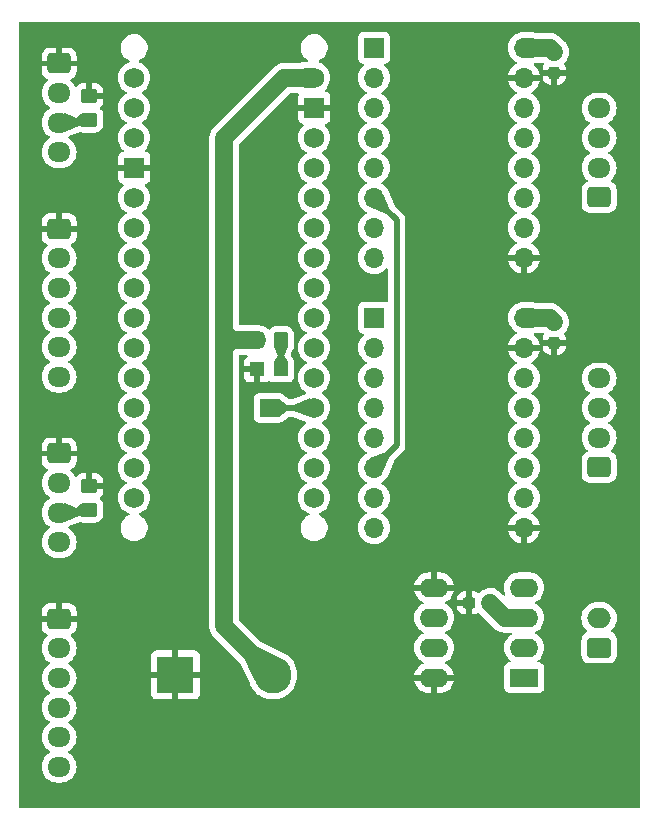
<source format=gbl>
G04 #@! TF.GenerationSoftware,KiCad,Pcbnew,7.0.8*
G04 #@! TF.CreationDate,2024-02-22T02:02:49-08:00*
G04 #@! TF.ProjectId,oc_v1,6f635f76-312e-46b6-9963-61645f706362,0*
G04 #@! TF.SameCoordinates,Original*
G04 #@! TF.FileFunction,Copper,L2,Bot*
G04 #@! TF.FilePolarity,Positive*
%FSLAX46Y46*%
G04 Gerber Fmt 4.6, Leading zero omitted, Abs format (unit mm)*
G04 Created by KiCad (PCBNEW 7.0.8) date 2024-02-22 02:02:49*
%MOMM*%
%LPD*%
G01*
G04 APERTURE LIST*
G04 Aperture macros list*
%AMRoundRect*
0 Rectangle with rounded corners*
0 $1 Rounding radius*
0 $2 $3 $4 $5 $6 $7 $8 $9 X,Y pos of 4 corners*
0 Add a 4 corners polygon primitive as box body*
4,1,4,$2,$3,$4,$5,$6,$7,$8,$9,$2,$3,0*
0 Add four circle primitives for the rounded corners*
1,1,$1+$1,$2,$3*
1,1,$1+$1,$4,$5*
1,1,$1+$1,$6,$7*
1,1,$1+$1,$8,$9*
0 Add four rect primitives between the rounded corners*
20,1,$1+$1,$2,$3,$4,$5,0*
20,1,$1+$1,$4,$5,$6,$7,0*
20,1,$1+$1,$6,$7,$8,$9,0*
20,1,$1+$1,$8,$9,$2,$3,0*%
G04 Aperture macros list end*
G04 #@! TA.AperFunction,ComponentPad*
%ADD10R,3.145000X3.145000*%
G04 #@! TD*
G04 #@! TA.AperFunction,ComponentPad*
%ADD11C,3.145000*%
G04 #@! TD*
G04 #@! TA.AperFunction,ComponentPad*
%ADD12RoundRect,0.250000X-0.725000X0.600000X-0.725000X-0.600000X0.725000X-0.600000X0.725000X0.600000X0*%
G04 #@! TD*
G04 #@! TA.AperFunction,ComponentPad*
%ADD13O,1.950000X1.700000*%
G04 #@! TD*
G04 #@! TA.AperFunction,ComponentPad*
%ADD14R,1.700000X1.700000*%
G04 #@! TD*
G04 #@! TA.AperFunction,ComponentPad*
%ADD15O,1.700000X1.700000*%
G04 #@! TD*
G04 #@! TA.AperFunction,ComponentPad*
%ADD16C,1.727200*%
G04 #@! TD*
G04 #@! TA.AperFunction,ComponentPad*
%ADD17R,1.727200X1.727200*%
G04 #@! TD*
G04 #@! TA.AperFunction,ComponentPad*
%ADD18RoundRect,0.250000X0.750000X-0.600000X0.750000X0.600000X-0.750000X0.600000X-0.750000X-0.600000X0*%
G04 #@! TD*
G04 #@! TA.AperFunction,ComponentPad*
%ADD19O,2.000000X1.700000*%
G04 #@! TD*
G04 #@! TA.AperFunction,ComponentPad*
%ADD20RoundRect,0.250000X0.725000X-0.600000X0.725000X0.600000X-0.725000X0.600000X-0.725000X-0.600000X0*%
G04 #@! TD*
G04 #@! TA.AperFunction,ComponentPad*
%ADD21R,2.400000X1.600000*%
G04 #@! TD*
G04 #@! TA.AperFunction,ComponentPad*
%ADD22O,2.400000X1.600000*%
G04 #@! TD*
G04 #@! TA.AperFunction,SMDPad,CuDef*
%ADD23RoundRect,0.237500X-0.237500X0.300000X-0.237500X-0.300000X0.237500X-0.300000X0.237500X0.300000X0*%
G04 #@! TD*
G04 #@! TA.AperFunction,SMDPad,CuDef*
%ADD24RoundRect,0.250000X-0.350000X-0.450000X0.350000X-0.450000X0.350000X0.450000X-0.350000X0.450000X0*%
G04 #@! TD*
G04 #@! TA.AperFunction,SMDPad,CuDef*
%ADD25RoundRect,0.250000X0.450000X-0.350000X0.450000X0.350000X-0.450000X0.350000X-0.450000X-0.350000X0*%
G04 #@! TD*
G04 #@! TA.AperFunction,SMDPad,CuDef*
%ADD26R,1.200000X1.200000*%
G04 #@! TD*
G04 #@! TA.AperFunction,SMDPad,CuDef*
%ADD27R,1.600000X1.500000*%
G04 #@! TD*
G04 #@! TA.AperFunction,SMDPad,CuDef*
%ADD28RoundRect,0.237500X0.300000X0.237500X-0.300000X0.237500X-0.300000X-0.237500X0.300000X-0.237500X0*%
G04 #@! TD*
G04 #@! TA.AperFunction,ViaPad*
%ADD29C,1.000000*%
G04 #@! TD*
G04 #@! TA.AperFunction,Conductor*
%ADD30C,0.500000*%
G04 #@! TD*
G04 #@! TA.AperFunction,Conductor*
%ADD31C,1.500000*%
G04 #@! TD*
G04 APERTURE END LIST*
D10*
X126685000Y-102630000D03*
D11*
X134935000Y-102630000D03*
D12*
X116840000Y-50860000D03*
D13*
X116840000Y-53360000D03*
X116840000Y-55860000D03*
X116840000Y-58360000D03*
D14*
X143510000Y-72390000D03*
D15*
X143510000Y-74930000D03*
X143510000Y-77470000D03*
X143510000Y-80010000D03*
X143510000Y-82550000D03*
X143510000Y-85090000D03*
X143510000Y-87630000D03*
X143510000Y-90170000D03*
X156210000Y-90170000D03*
X156210000Y-87630000D03*
X156210000Y-85090000D03*
X156210000Y-82550000D03*
X156210000Y-80010000D03*
X156210000Y-77470000D03*
X156210000Y-74930000D03*
X156210000Y-72390000D03*
D16*
X138430000Y-85090000D03*
X138430000Y-59690000D03*
X138430000Y-80010000D03*
X138430000Y-77470000D03*
X138430000Y-74930000D03*
X138430000Y-72390000D03*
X138430000Y-69850000D03*
X138430000Y-67310000D03*
X138430000Y-64770000D03*
X138430000Y-62230000D03*
X138430000Y-82550000D03*
X138430000Y-57150000D03*
X123190000Y-54610000D03*
X123190000Y-52070000D03*
X123190000Y-62230000D03*
X123190000Y-64770000D03*
X123190000Y-67310000D03*
X123190000Y-69850000D03*
X123190000Y-72390000D03*
X123190000Y-74930000D03*
X123190000Y-77470000D03*
X123190000Y-80010000D03*
X123190000Y-82550000D03*
X123190000Y-85090000D03*
X123190000Y-87630000D03*
X138430000Y-87630000D03*
D17*
X123190000Y-59690000D03*
X138430000Y-54610000D03*
D16*
X123190000Y-57150000D03*
X138430000Y-52070000D03*
D12*
X116840000Y-97890000D03*
D13*
X116840000Y-100390000D03*
X116840000Y-102890000D03*
X116840000Y-105390000D03*
X116840000Y-107890000D03*
X116840000Y-110390000D03*
D12*
X116840000Y-83880000D03*
D13*
X116840000Y-86380000D03*
X116840000Y-88880000D03*
X116840000Y-91380000D03*
D18*
X162560000Y-100310000D03*
D19*
X162560000Y-97810000D03*
D20*
X162560000Y-62170000D03*
D13*
X162560000Y-59670000D03*
X162560000Y-57170000D03*
X162560000Y-54670000D03*
D20*
X162560000Y-85030000D03*
D13*
X162560000Y-82530000D03*
X162560000Y-80030000D03*
X162560000Y-77530000D03*
D21*
X156210000Y-102870000D03*
D22*
X156210000Y-100330000D03*
X156210000Y-97790000D03*
X156210000Y-95250000D03*
X148590000Y-95250000D03*
X148590000Y-97790000D03*
X148590000Y-100330000D03*
X148590000Y-102870000D03*
D14*
X143510000Y-49530000D03*
D15*
X143510000Y-52070000D03*
X143510000Y-54610000D03*
X143510000Y-57150000D03*
X143510000Y-59690000D03*
X143510000Y-62230000D03*
X143510000Y-64770000D03*
X143510000Y-67310000D03*
X156210000Y-67310000D03*
X156210000Y-64770000D03*
X156210000Y-62230000D03*
X156210000Y-59690000D03*
X156210000Y-57150000D03*
X156210000Y-54610000D03*
X156210000Y-52070000D03*
X156210000Y-49530000D03*
D12*
X116840000Y-64870000D03*
D13*
X116840000Y-67370000D03*
X116840000Y-69870000D03*
X116840000Y-72370000D03*
X116840000Y-74870000D03*
X116840000Y-77370000D03*
D23*
X158750000Y-72797500D03*
X158750000Y-74522500D03*
D24*
X133620000Y-74295000D03*
X135620000Y-74295000D03*
D25*
X119380000Y-88630000D03*
X119380000Y-86630000D03*
D26*
X135620000Y-76760000D03*
D27*
X134620000Y-80010000D03*
D26*
X133620000Y-76760000D03*
D28*
X153262500Y-96520000D03*
X151537500Y-96520000D03*
D25*
X119380000Y-55610000D03*
X119380000Y-53610000D03*
D23*
X158750000Y-49937500D03*
X158750000Y-51662500D03*
D29*
X149860000Y-113030000D03*
X142240000Y-101600000D03*
X127000000Y-88900000D03*
X142240000Y-96520000D03*
X127000000Y-48260000D03*
X127000000Y-113030000D03*
X165100000Y-87630000D03*
X165100000Y-71120000D03*
X114300000Y-48260000D03*
X165100000Y-95250000D03*
X149860000Y-92710000D03*
X157480000Y-113030000D03*
X149860000Y-48260000D03*
X114300000Y-62230000D03*
X165100000Y-48260000D03*
X115570000Y-81280000D03*
X149860000Y-69850000D03*
X154940000Y-69850000D03*
X115570000Y-95250000D03*
X140970000Y-62230000D03*
X165100000Y-113030000D03*
X134620000Y-113030000D03*
X134620000Y-59690000D03*
X154940000Y-92710000D03*
X119380000Y-113030000D03*
X134620000Y-48260000D03*
X119380000Y-64770000D03*
X134620000Y-96520000D03*
X134620000Y-88900000D03*
X165100000Y-64770000D03*
X142240000Y-113030000D03*
X165100000Y-102870000D03*
X127000000Y-81280000D03*
X127000000Y-59690000D03*
D30*
X143510000Y-85090000D02*
X145415000Y-83185000D01*
X145415000Y-83185000D02*
X145415000Y-64135000D01*
X145415000Y-64135000D02*
X143510000Y-62230000D01*
X134620000Y-80010000D02*
X138430000Y-80010000D01*
X116840000Y-55860000D02*
X119130000Y-55860000D01*
X119130000Y-55860000D02*
X119380000Y-55610000D01*
X119130000Y-88880000D02*
X119380000Y-88630000D01*
X116840000Y-88880000D02*
X119130000Y-88880000D01*
D31*
X156210000Y-72390000D02*
X158405000Y-72390000D01*
X130810000Y-98505000D02*
X130810000Y-74930000D01*
X130810000Y-74930000D02*
X130810000Y-73660000D01*
X131445000Y-74295000D02*
X130810000Y-73660000D01*
X156210000Y-97790000D02*
X154595000Y-97790000D01*
X130810000Y-73660000D02*
X130810000Y-57150000D01*
X158405000Y-49530000D02*
X158750000Y-49875000D01*
X130810000Y-74930000D02*
X131445000Y-74295000D01*
X154595000Y-97790000D02*
X153325000Y-96520000D01*
X134935000Y-102630000D02*
X130810000Y-98505000D01*
X158405000Y-72390000D02*
X158750000Y-72735000D01*
X156210000Y-49530000D02*
X158405000Y-49530000D01*
X133620000Y-74295000D02*
X131445000Y-74295000D01*
X135890000Y-52070000D02*
X138430000Y-52070000D01*
X130810000Y-57150000D02*
X135890000Y-52070000D01*
D30*
X135620000Y-76760000D02*
X135620000Y-74295000D01*
G04 #@! TA.AperFunction,Conductor*
G36*
X156222345Y-48680726D02*
G01*
X157898987Y-48779352D01*
X157907045Y-48783259D01*
X157910000Y-48791032D01*
X157910000Y-50268967D01*
X157906573Y-50277240D01*
X157898987Y-50280647D01*
X156222372Y-50379272D01*
X156213912Y-50376337D01*
X156210005Y-50368279D01*
X156209985Y-50367606D01*
X156209000Y-49530000D01*
X156209869Y-48791032D01*
X156209985Y-48692391D01*
X156213422Y-48684124D01*
X156221699Y-48680707D01*
X156222345Y-48680726D01*
G37*
G04 #@! TD.AperFunction*
G04 #@! TA.AperFunction,Conductor*
G36*
X156222345Y-71540726D02*
G01*
X157898987Y-71639352D01*
X157907045Y-71643259D01*
X157910000Y-71651032D01*
X157910000Y-73128967D01*
X157906573Y-73137240D01*
X157898987Y-73140647D01*
X156222372Y-73239272D01*
X156213912Y-73236337D01*
X156210005Y-73228279D01*
X156209985Y-73227606D01*
X156209000Y-72390000D01*
X156209869Y-71651032D01*
X156209985Y-71552391D01*
X156213422Y-71544124D01*
X156221699Y-71540707D01*
X156222345Y-71540726D01*
G37*
G04 #@! TD.AperFunction*
G04 #@! TA.AperFunction,Conductor*
G36*
X117299654Y-88098351D02*
G01*
X118657545Y-88627097D01*
X118664011Y-88633293D01*
X118665000Y-88638000D01*
X118665000Y-89121999D01*
X118661573Y-89130272D01*
X118657545Y-89132902D01*
X117299656Y-89661647D01*
X117290704Y-89661455D01*
X117285268Y-89656575D01*
X116842349Y-88885829D01*
X116841199Y-88876949D01*
X116842350Y-88874170D01*
X116980773Y-88633293D01*
X117285269Y-88103423D01*
X117292360Y-88097960D01*
X117299654Y-88098351D01*
G37*
G04 #@! TD.AperFunction*
G04 #@! TA.AperFunction,Conductor*
G36*
X165947691Y-47390407D02*
G01*
X165983655Y-47439907D01*
X165988500Y-47470500D01*
X165988500Y-113819500D01*
X165969593Y-113877691D01*
X165920093Y-113913655D01*
X165889500Y-113918500D01*
X113510500Y-113918500D01*
X113452309Y-113899593D01*
X113416345Y-113850093D01*
X113411500Y-113819500D01*
X113411500Y-110390004D01*
X115359341Y-110390004D01*
X115379935Y-110625400D01*
X115441098Y-110853667D01*
X115540959Y-111067818D01*
X115540963Y-111067826D01*
X115540964Y-111067828D01*
X115540965Y-111067829D01*
X115676505Y-111261401D01*
X115843599Y-111428495D01*
X116037171Y-111564035D01*
X116037172Y-111564035D01*
X116037173Y-111564036D01*
X116037181Y-111564040D01*
X116251333Y-111663901D01*
X116251337Y-111663903D01*
X116479592Y-111725063D01*
X116479596Y-111725063D01*
X116479599Y-111725064D01*
X116656028Y-111740500D01*
X116656034Y-111740500D01*
X117023972Y-111740500D01*
X117200400Y-111725064D01*
X117200401Y-111725063D01*
X117200408Y-111725063D01*
X117428663Y-111663903D01*
X117642829Y-111564035D01*
X117836401Y-111428495D01*
X118003495Y-111261401D01*
X118139035Y-111067830D01*
X118238903Y-110853663D01*
X118300063Y-110625408D01*
X118320659Y-110390000D01*
X118300063Y-110154592D01*
X118238903Y-109926337D01*
X118139035Y-109712171D01*
X118003495Y-109518599D01*
X117836401Y-109351505D01*
X117836397Y-109351502D01*
X117836396Y-109351501D01*
X117751918Y-109292350D01*
X117650155Y-109221094D01*
X117613334Y-109172232D01*
X117612266Y-109111056D01*
X117647360Y-109060935D01*
X117650133Y-109058920D01*
X117836401Y-108928495D01*
X118003495Y-108761401D01*
X118139035Y-108567830D01*
X118238903Y-108353663D01*
X118300063Y-108125408D01*
X118320659Y-107890000D01*
X118300063Y-107654592D01*
X118238903Y-107426337D01*
X118139035Y-107212171D01*
X118003495Y-107018599D01*
X117836401Y-106851505D01*
X117836397Y-106851502D01*
X117836396Y-106851501D01*
X117751918Y-106792350D01*
X117650155Y-106721094D01*
X117613334Y-106672232D01*
X117612266Y-106611056D01*
X117647360Y-106560935D01*
X117650133Y-106558920D01*
X117836401Y-106428495D01*
X118003495Y-106261401D01*
X118139035Y-106067830D01*
X118238903Y-105853663D01*
X118300063Y-105625408D01*
X118320659Y-105390000D01*
X118300063Y-105154592D01*
X118238903Y-104926337D01*
X118139035Y-104712171D01*
X118003495Y-104518599D01*
X117836401Y-104351505D01*
X117836397Y-104351502D01*
X117836396Y-104351501D01*
X117751918Y-104292350D01*
X117691899Y-104250324D01*
X124612499Y-104250324D01*
X124618901Y-104309870D01*
X124618903Y-104309881D01*
X124669146Y-104444588D01*
X124669147Y-104444590D01*
X124755307Y-104559684D01*
X124755315Y-104559692D01*
X124870409Y-104645852D01*
X124870411Y-104645853D01*
X125005118Y-104696096D01*
X125005129Y-104696098D01*
X125064676Y-104702500D01*
X126434999Y-104702500D01*
X126435000Y-104702499D01*
X126435000Y-103521372D01*
X126491622Y-103539770D01*
X126636525Y-103555000D01*
X126733475Y-103555000D01*
X126878378Y-103539770D01*
X126935000Y-103521372D01*
X126935000Y-104702499D01*
X126935001Y-104702500D01*
X128305324Y-104702500D01*
X128364870Y-104696098D01*
X128364881Y-104696096D01*
X128499588Y-104645853D01*
X128499590Y-104645852D01*
X128614684Y-104559692D01*
X128614692Y-104559684D01*
X128700852Y-104444590D01*
X128700853Y-104444588D01*
X128751096Y-104309881D01*
X128751098Y-104309870D01*
X128757500Y-104250324D01*
X128757500Y-102880001D01*
X128757499Y-102880000D01*
X127577526Y-102880000D01*
X127610000Y-102727221D01*
X127610000Y-102532779D01*
X127577526Y-102380000D01*
X128757499Y-102380000D01*
X128757500Y-102379999D01*
X128757500Y-101009675D01*
X128751098Y-100950129D01*
X128751096Y-100950118D01*
X128700853Y-100815411D01*
X128700852Y-100815409D01*
X128614692Y-100700315D01*
X128614684Y-100700307D01*
X128499590Y-100614147D01*
X128499588Y-100614146D01*
X128364881Y-100563903D01*
X128364870Y-100563901D01*
X128305324Y-100557500D01*
X126935001Y-100557500D01*
X126935000Y-100557501D01*
X126935000Y-101738627D01*
X126878378Y-101720230D01*
X126733475Y-101705000D01*
X126636525Y-101705000D01*
X126491622Y-101720230D01*
X126435000Y-101738627D01*
X126435000Y-100557501D01*
X126434999Y-100557500D01*
X125064676Y-100557500D01*
X125005129Y-100563901D01*
X125005118Y-100563903D01*
X124870411Y-100614146D01*
X124870409Y-100614147D01*
X124755315Y-100700307D01*
X124755307Y-100700315D01*
X124669147Y-100815409D01*
X124669146Y-100815411D01*
X124618903Y-100950118D01*
X124618901Y-100950129D01*
X124612500Y-101009675D01*
X124612500Y-102379999D01*
X124612501Y-102380000D01*
X125792474Y-102380000D01*
X125760000Y-102532779D01*
X125760000Y-102727221D01*
X125792474Y-102880000D01*
X124612501Y-102880000D01*
X124612500Y-102880001D01*
X124612500Y-104250324D01*
X124612499Y-104250324D01*
X117691899Y-104250324D01*
X117650155Y-104221094D01*
X117613334Y-104172232D01*
X117612266Y-104111056D01*
X117647360Y-104060935D01*
X117650133Y-104058920D01*
X117836401Y-103928495D01*
X118003495Y-103761401D01*
X118139035Y-103567830D01*
X118238903Y-103353663D01*
X118300063Y-103125408D01*
X118301582Y-103108045D01*
X118320659Y-102890004D01*
X118320659Y-102889995D01*
X118300064Y-102654599D01*
X118300063Y-102654596D01*
X118300063Y-102654592D01*
X118238903Y-102426337D01*
X118199849Y-102342585D01*
X118139040Y-102212181D01*
X118139036Y-102212173D01*
X118105972Y-102164953D01*
X118005966Y-102022128D01*
X118003498Y-102018603D01*
X118003497Y-102018602D01*
X118003495Y-102018599D01*
X117836401Y-101851505D01*
X117836397Y-101851502D01*
X117836396Y-101851501D01*
X117676960Y-101739864D01*
X117650155Y-101721094D01*
X117613334Y-101672232D01*
X117612266Y-101611056D01*
X117647360Y-101560935D01*
X117650133Y-101558920D01*
X117836401Y-101428495D01*
X118003495Y-101261401D01*
X118139035Y-101067830D01*
X118238903Y-100853663D01*
X118300063Y-100625408D01*
X118300064Y-100625400D01*
X118320659Y-100390004D01*
X118320659Y-100389995D01*
X118300064Y-100154599D01*
X118300063Y-100154596D01*
X118300063Y-100154592D01*
X118238903Y-99926337D01*
X118238901Y-99926332D01*
X118139040Y-99712181D01*
X118139036Y-99712173D01*
X118114591Y-99677262D01*
X118003495Y-99518599D01*
X117836401Y-99351505D01*
X117836397Y-99351502D01*
X117836393Y-99351498D01*
X117834441Y-99349860D01*
X117833918Y-99349023D01*
X117833344Y-99348449D01*
X117833476Y-99348316D01*
X117802020Y-99297970D01*
X117806292Y-99236934D01*
X117845623Y-99190066D01*
X117866944Y-99180049D01*
X117884125Y-99174356D01*
X118033340Y-99082319D01*
X118157319Y-98958340D01*
X118249356Y-98809124D01*
X118304506Y-98642693D01*
X118315000Y-98539987D01*
X118315000Y-98476829D01*
X129554762Y-98476829D01*
X129559388Y-98545440D01*
X129559500Y-98548771D01*
X129559500Y-98561151D01*
X129559501Y-98561174D01*
X129563277Y-98603123D01*
X129569903Y-98701410D01*
X129571452Y-98707554D01*
X129574053Y-98722865D01*
X129574388Y-98726582D01*
X129574623Y-98729192D01*
X129600835Y-98824165D01*
X129624902Y-98919679D01*
X129624903Y-98919682D01*
X129627528Y-98925461D01*
X129632817Y-98940049D01*
X129634507Y-98946171D01*
X129677253Y-99034935D01*
X129717992Y-99124626D01*
X129721598Y-99129830D01*
X129729420Y-99143261D01*
X129732170Y-99148972D01*
X129754749Y-99180049D01*
X129790078Y-99228676D01*
X129846180Y-99309654D01*
X129850669Y-99314143D01*
X129860753Y-99325951D01*
X129864476Y-99331076D01*
X129864478Y-99331078D01*
X129935679Y-99399153D01*
X132162005Y-101625479D01*
X132181353Y-101652854D01*
X132978812Y-103324343D01*
X132987422Y-103341468D01*
X132989840Y-103347130D01*
X133000544Y-103377248D01*
X133029178Y-103457815D01*
X133159234Y-103708811D01*
X133159650Y-103709614D01*
X133302741Y-103912329D01*
X133323193Y-103941302D01*
X133516761Y-104148563D01*
X133541814Y-104168945D01*
X133715033Y-104309870D01*
X133736748Y-104327536D01*
X133979057Y-104474887D01*
X134239172Y-104587871D01*
X134512250Y-104664384D01*
X134793203Y-104703000D01*
X134793209Y-104703000D01*
X135076791Y-104703000D01*
X135076797Y-104703000D01*
X135357750Y-104664384D01*
X135630828Y-104587871D01*
X135890943Y-104474887D01*
X136133252Y-104327536D01*
X136353239Y-104148563D01*
X136546807Y-103941302D01*
X136710350Y-103709614D01*
X136840822Y-103457815D01*
X136935792Y-103190596D01*
X136993491Y-102912933D01*
X137006194Y-102727221D01*
X137012844Y-102630003D01*
X137012844Y-102629996D01*
X136995744Y-102380000D01*
X136993491Y-102347067D01*
X136935792Y-102069404D01*
X136840822Y-101802185D01*
X136710350Y-101550386D01*
X136546807Y-101318698D01*
X136353239Y-101111437D01*
X136299638Y-101067829D01*
X136133261Y-100932471D01*
X136133258Y-100932469D01*
X136133252Y-100932464D01*
X136003667Y-100853662D01*
X135890947Y-100785115D01*
X135890940Y-100785111D01*
X135630826Y-100672128D01*
X135628240Y-100671403D01*
X135626895Y-100671027D01*
X135610979Y-100665051D01*
X134908712Y-100330003D01*
X146884532Y-100330003D01*
X146904363Y-100556684D01*
X146963262Y-100776500D01*
X147059426Y-100982723D01*
X147059434Y-100982737D01*
X147189946Y-101169130D01*
X147189947Y-101169132D01*
X147189950Y-101169135D01*
X147189953Y-101169139D01*
X147350861Y-101330047D01*
X147350864Y-101330049D01*
X147350867Y-101330052D01*
X147350869Y-101330053D01*
X147420277Y-101378652D01*
X147537266Y-101460568D01*
X147644455Y-101510551D01*
X147689202Y-101552278D01*
X147700877Y-101612340D01*
X147675019Y-101667793D01*
X147644455Y-101689999D01*
X147537522Y-101739862D01*
X147537519Y-101739864D01*
X147351188Y-101870334D01*
X147190334Y-102031188D01*
X147059865Y-102217518D01*
X146963733Y-102423676D01*
X146911128Y-102620000D01*
X148274314Y-102620000D01*
X148262359Y-102631955D01*
X148204835Y-102744852D01*
X148185014Y-102870000D01*
X148204835Y-102995148D01*
X148262359Y-103108045D01*
X148274314Y-103120000D01*
X146911128Y-103120000D01*
X146963733Y-103316323D01*
X147059865Y-103522481D01*
X147190334Y-103708811D01*
X147351188Y-103869665D01*
X147537518Y-104000134D01*
X147743676Y-104096266D01*
X147963402Y-104155142D01*
X148133232Y-104170000D01*
X148339999Y-104170000D01*
X148340000Y-104169999D01*
X148340000Y-103185686D01*
X148351955Y-103197641D01*
X148464852Y-103255165D01*
X148558519Y-103270000D01*
X148621481Y-103270000D01*
X148715148Y-103255165D01*
X148828045Y-103197641D01*
X148840000Y-103185686D01*
X148840000Y-104169999D01*
X148840001Y-104170000D01*
X149046768Y-104170000D01*
X149216597Y-104155142D01*
X149436323Y-104096266D01*
X149642481Y-104000134D01*
X149828811Y-103869665D01*
X149989665Y-103708811D01*
X150120134Y-103522481D01*
X150216266Y-103316323D01*
X150268872Y-103120000D01*
X148905686Y-103120000D01*
X148917641Y-103108045D01*
X148975165Y-102995148D01*
X148994986Y-102870000D01*
X148975165Y-102744852D01*
X148917641Y-102631955D01*
X148905686Y-102620000D01*
X150268872Y-102620000D01*
X150216266Y-102423676D01*
X150120134Y-102217518D01*
X149989665Y-102031188D01*
X149828811Y-101870334D01*
X149642480Y-101739864D01*
X149642472Y-101739860D01*
X149535545Y-101689999D01*
X149490797Y-101648271D01*
X149479122Y-101588210D01*
X149504980Y-101532757D01*
X149535539Y-101510553D01*
X149642734Y-101460568D01*
X149829139Y-101330047D01*
X149990047Y-101169139D01*
X150120568Y-100982734D01*
X150216739Y-100776496D01*
X150275635Y-100556692D01*
X150290219Y-100390004D01*
X150295468Y-100330003D01*
X150295468Y-100329996D01*
X150275636Y-100103315D01*
X150275635Y-100103312D01*
X150275635Y-100103308D01*
X150216739Y-99883504D01*
X150216737Y-99883499D01*
X150120573Y-99677276D01*
X150120571Y-99677272D01*
X150120568Y-99677266D01*
X150077061Y-99615131D01*
X149990053Y-99490869D01*
X149990052Y-99490867D01*
X149990049Y-99490864D01*
X149990047Y-99490861D01*
X149829139Y-99329953D01*
X149829135Y-99329950D01*
X149829132Y-99329947D01*
X149829130Y-99329946D01*
X149642737Y-99199434D01*
X149642736Y-99199433D01*
X149642734Y-99199432D01*
X149642731Y-99199430D01*
X149642723Y-99199426D01*
X149536137Y-99149724D01*
X149491389Y-99107996D01*
X149479714Y-99047935D01*
X149505572Y-98992482D01*
X149536137Y-98970276D01*
X149636571Y-98923442D01*
X149642734Y-98920568D01*
X149829139Y-98790047D01*
X149990047Y-98629139D01*
X150120568Y-98442734D01*
X150216739Y-98236496D01*
X150275635Y-98016692D01*
X150278231Y-97987026D01*
X150295468Y-97790003D01*
X150295468Y-97789996D01*
X150275636Y-97563315D01*
X150275635Y-97563312D01*
X150275635Y-97563308D01*
X150216739Y-97343504D01*
X150168480Y-97240012D01*
X150120573Y-97137276D01*
X150120571Y-97137272D01*
X150120568Y-97137266D01*
X149990053Y-96950869D01*
X149990052Y-96950867D01*
X149990049Y-96950864D01*
X149990047Y-96950861D01*
X149845840Y-96806654D01*
X150500001Y-96806654D01*
X150510317Y-96907642D01*
X150510320Y-96907654D01*
X150564548Y-97071306D01*
X150655053Y-97218035D01*
X150776964Y-97339946D01*
X150923693Y-97430451D01*
X151087351Y-97484681D01*
X151188345Y-97494999D01*
X151287500Y-97494999D01*
X151287500Y-97494998D01*
X151787500Y-97494998D01*
X151787501Y-97494999D01*
X151886654Y-97494999D01*
X151987642Y-97484682D01*
X151987654Y-97484679D01*
X152151306Y-97430451D01*
X152279924Y-97351118D01*
X152339377Y-97336661D01*
X152395973Y-97359911D01*
X152401888Y-97365362D01*
X152727175Y-97690649D01*
X153659145Y-98622620D01*
X153662846Y-98626762D01*
X153675551Y-98642693D01*
X153687492Y-98657666D01*
X153739276Y-98702909D01*
X153741702Y-98705177D01*
X153750470Y-98713945D01*
X153782813Y-98740947D01*
X153839013Y-98790047D01*
X153857004Y-98805765D01*
X153862441Y-98809013D01*
X153875115Y-98818006D01*
X153879975Y-98822063D01*
X153879975Y-98822064D01*
X153879978Y-98822066D01*
X153879981Y-98822068D01*
X153932405Y-98851814D01*
X153965659Y-98870683D01*
X154050225Y-98921209D01*
X154050230Y-98921211D01*
X154050236Y-98921215D01*
X154056171Y-98923442D01*
X154070242Y-98930025D01*
X154072990Y-98931584D01*
X154075755Y-98933153D01*
X154168746Y-98965692D01*
X154260976Y-99000307D01*
X154267206Y-99001437D01*
X154282226Y-99005401D01*
X154288217Y-99007498D01*
X154288222Y-99007498D01*
X154288227Y-99007500D01*
X154364451Y-99019572D01*
X154385527Y-99022910D01*
X154482453Y-99040500D01*
X154488795Y-99040500D01*
X154504281Y-99041718D01*
X154510540Y-99042710D01*
X154510540Y-99042709D01*
X154510541Y-99042710D01*
X154609002Y-99040500D01*
X155070257Y-99040500D01*
X155128448Y-99059407D01*
X155164412Y-99108907D01*
X155164412Y-99170093D01*
X155128448Y-99219593D01*
X155127040Y-99220596D01*
X154970868Y-99329946D01*
X154809947Y-99490867D01*
X154809946Y-99490869D01*
X154679434Y-99677262D01*
X154679426Y-99677276D01*
X154583262Y-99883499D01*
X154524363Y-100103315D01*
X154504532Y-100329996D01*
X154504532Y-100330003D01*
X154524363Y-100556684D01*
X154583262Y-100776500D01*
X154679426Y-100982723D01*
X154679434Y-100982737D01*
X154809946Y-101169130D01*
X154809947Y-101169132D01*
X154809950Y-101169135D01*
X154809953Y-101169139D01*
X154970861Y-101330047D01*
X155055633Y-101389404D01*
X155092455Y-101438268D01*
X155093523Y-101499444D01*
X155058430Y-101549564D01*
X155000578Y-101569485D01*
X154998852Y-101569500D01*
X154962134Y-101569500D01*
X154962129Y-101569500D01*
X154962128Y-101569501D01*
X154954949Y-101570272D01*
X154902519Y-101575908D01*
X154902514Y-101575909D01*
X154767670Y-101626202D01*
X154652458Y-101712450D01*
X154652450Y-101712458D01*
X154566202Y-101827670D01*
X154515910Y-101962511D01*
X154515908Y-101962522D01*
X154509500Y-102022129D01*
X154509500Y-103717866D01*
X154509501Y-103717870D01*
X154515908Y-103777480D01*
X154515909Y-103777485D01*
X154566202Y-103912329D01*
X154631933Y-104000134D01*
X154652454Y-104027546D01*
X154652457Y-104027548D01*
X154652458Y-104027549D01*
X154767670Y-104113797D01*
X154902511Y-104164089D01*
X154902512Y-104164089D01*
X154902517Y-104164091D01*
X154962127Y-104170500D01*
X157457872Y-104170499D01*
X157517483Y-104164091D01*
X157584907Y-104138943D01*
X157652329Y-104113797D01*
X157652329Y-104113796D01*
X157652331Y-104113796D01*
X157767546Y-104027546D01*
X157853796Y-103912331D01*
X157869710Y-103869665D01*
X157904089Y-103777488D01*
X157904090Y-103777485D01*
X157904091Y-103777483D01*
X157910500Y-103717873D01*
X157910499Y-102022128D01*
X157904091Y-101962517D01*
X157869709Y-101870334D01*
X157853797Y-101827670D01*
X157767549Y-101712458D01*
X157767548Y-101712457D01*
X157767546Y-101712454D01*
X157737550Y-101689999D01*
X157652329Y-101626202D01*
X157517488Y-101575910D01*
X157517483Y-101575909D01*
X157517481Y-101575908D01*
X157517477Y-101575908D01*
X157486249Y-101572550D01*
X157457873Y-101569500D01*
X157457870Y-101569500D01*
X157421152Y-101569500D01*
X157362961Y-101550593D01*
X157326997Y-101501093D01*
X157326997Y-101439907D01*
X157362961Y-101390407D01*
X157364368Y-101389404D01*
X157449130Y-101330053D01*
X157449139Y-101330047D01*
X157610047Y-101169139D01*
X157740568Y-100982734D01*
X157836739Y-100776496D01*
X157895635Y-100556692D01*
X157910219Y-100390004D01*
X157915468Y-100330003D01*
X157915468Y-100329996D01*
X157895636Y-100103315D01*
X157895635Y-100103312D01*
X157895635Y-100103308D01*
X157836739Y-99883504D01*
X157836737Y-99883499D01*
X157740573Y-99677276D01*
X157740571Y-99677272D01*
X157740568Y-99677266D01*
X157697061Y-99615131D01*
X157610053Y-99490869D01*
X157610052Y-99490867D01*
X157610049Y-99490864D01*
X157610047Y-99490861D01*
X157449139Y-99329953D01*
X157449135Y-99329950D01*
X157449132Y-99329947D01*
X157449130Y-99329946D01*
X157262737Y-99199434D01*
X157262736Y-99199433D01*
X157262734Y-99199432D01*
X157262731Y-99199430D01*
X157262723Y-99199426D01*
X157156137Y-99149724D01*
X157111389Y-99107996D01*
X157099714Y-99047935D01*
X157125572Y-98992482D01*
X157156137Y-98970276D01*
X157256571Y-98923442D01*
X157262734Y-98920568D01*
X157449139Y-98790047D01*
X157610047Y-98629139D01*
X157740568Y-98442734D01*
X157836739Y-98236496D01*
X157895635Y-98016692D01*
X157898231Y-97987026D01*
X157913718Y-97810004D01*
X161054341Y-97810004D01*
X161074935Y-98045400D01*
X161136098Y-98273667D01*
X161235959Y-98487818D01*
X161235963Y-98487826D01*
X161354885Y-98657666D01*
X161371505Y-98681401D01*
X161538599Y-98848495D01*
X161538602Y-98848497D01*
X161538612Y-98848507D01*
X161540112Y-98849766D01*
X161540513Y-98850408D01*
X161541656Y-98851551D01*
X161541392Y-98851814D01*
X161572530Y-98901657D01*
X161568255Y-98962693D01*
X161528921Y-99009559D01*
X161507610Y-99019571D01*
X161490664Y-99025186D01*
X161341347Y-99117285D01*
X161217285Y-99241347D01*
X161125187Y-99390663D01*
X161070000Y-99557205D01*
X161059500Y-99659983D01*
X161059500Y-100960016D01*
X161069999Y-101062788D01*
X161070000Y-101062795D01*
X161070001Y-101062797D01*
X161105239Y-101169139D01*
X161125187Y-101229336D01*
X161217285Y-101378652D01*
X161217286Y-101378653D01*
X161217288Y-101378656D01*
X161341344Y-101502712D01*
X161490666Y-101594814D01*
X161657203Y-101649999D01*
X161759991Y-101660500D01*
X163360008Y-101660499D01*
X163360016Y-101660499D01*
X163462788Y-101650000D01*
X163462788Y-101649999D01*
X163462797Y-101649999D01*
X163629334Y-101594814D01*
X163778656Y-101502712D01*
X163902712Y-101378656D01*
X163994814Y-101229334D01*
X164049999Y-101062797D01*
X164060500Y-100960009D01*
X164060499Y-99659992D01*
X164060499Y-99659991D01*
X164060499Y-99659983D01*
X164050000Y-99557211D01*
X164049999Y-99557209D01*
X164049999Y-99557203D01*
X163994814Y-99390666D01*
X163902712Y-99241344D01*
X163778656Y-99117288D01*
X163778653Y-99117286D01*
X163778652Y-99117285D01*
X163629336Y-99025187D01*
X163629335Y-99025186D01*
X163629334Y-99025186D01*
X163612390Y-99019571D01*
X163563101Y-98983320D01*
X163544533Y-98925020D01*
X163563779Y-98866941D01*
X163579894Y-98849759D01*
X163581390Y-98848502D01*
X163581401Y-98848495D01*
X163748495Y-98681401D01*
X163884035Y-98487830D01*
X163983903Y-98273663D01*
X164045063Y-98045408D01*
X164045064Y-98045400D01*
X164065659Y-97810004D01*
X164065659Y-97809995D01*
X164045064Y-97574599D01*
X164045063Y-97574596D01*
X164045063Y-97574592D01*
X163983903Y-97346337D01*
X163934323Y-97240013D01*
X163884040Y-97132181D01*
X163884036Y-97132173D01*
X163748498Y-96938603D01*
X163748497Y-96938602D01*
X163748495Y-96938599D01*
X163581401Y-96771505D01*
X163581397Y-96771502D01*
X163581396Y-96771501D01*
X163387826Y-96635963D01*
X163387818Y-96635959D01*
X163173666Y-96536098D01*
X163173667Y-96536098D01*
X163008443Y-96491827D01*
X162945408Y-96474937D01*
X162945407Y-96474936D01*
X162945400Y-96474935D01*
X162768972Y-96459500D01*
X162768966Y-96459500D01*
X162351034Y-96459500D01*
X162351028Y-96459500D01*
X162174599Y-96474935D01*
X161946332Y-96536098D01*
X161732181Y-96635959D01*
X161732173Y-96635963D01*
X161538603Y-96771501D01*
X161371501Y-96938603D01*
X161235964Y-97132171D01*
X161136097Y-97346337D01*
X161074935Y-97574599D01*
X161054341Y-97809995D01*
X161054341Y-97810004D01*
X157913718Y-97810004D01*
X157915468Y-97790003D01*
X157915468Y-97789996D01*
X157895636Y-97563315D01*
X157895635Y-97563312D01*
X157895635Y-97563308D01*
X157836739Y-97343504D01*
X157788480Y-97240012D01*
X157740573Y-97137276D01*
X157740571Y-97137272D01*
X157740568Y-97137266D01*
X157610053Y-96950869D01*
X157610052Y-96950867D01*
X157610049Y-96950864D01*
X157610047Y-96950861D01*
X157449139Y-96789953D01*
X157449135Y-96789950D01*
X157449132Y-96789947D01*
X157449130Y-96789946D01*
X157262737Y-96659434D01*
X157262736Y-96659433D01*
X157262734Y-96659432D01*
X157262731Y-96659430D01*
X157262723Y-96659426D01*
X157156137Y-96609724D01*
X157111389Y-96567996D01*
X157099714Y-96507935D01*
X157125572Y-96452482D01*
X157156137Y-96430276D01*
X157262723Y-96380573D01*
X157262721Y-96380573D01*
X157262734Y-96380568D01*
X157449139Y-96250047D01*
X157610047Y-96089139D01*
X157740568Y-95902734D01*
X157836739Y-95696496D01*
X157895635Y-95476692D01*
X157904371Y-95376848D01*
X157915468Y-95250003D01*
X157915468Y-95249996D01*
X157895636Y-95023315D01*
X157895635Y-95023312D01*
X157895635Y-95023308D01*
X157836739Y-94803504D01*
X157740568Y-94597266D01*
X157610053Y-94410869D01*
X157610052Y-94410867D01*
X157610049Y-94410864D01*
X157610047Y-94410861D01*
X157449139Y-94249953D01*
X157449135Y-94249950D01*
X157449132Y-94249947D01*
X157449130Y-94249946D01*
X157262737Y-94119434D01*
X157262736Y-94119433D01*
X157262734Y-94119432D01*
X157262731Y-94119430D01*
X157262723Y-94119426D01*
X157056499Y-94023262D01*
X157056500Y-94023262D01*
X156838528Y-93964857D01*
X156836692Y-93964365D01*
X156836691Y-93964364D01*
X156836684Y-93964363D01*
X156666789Y-93949500D01*
X156666784Y-93949500D01*
X155753216Y-93949500D01*
X155753211Y-93949500D01*
X155583315Y-93964363D01*
X155363499Y-94023262D01*
X155157276Y-94119426D01*
X155157262Y-94119434D01*
X154970869Y-94249946D01*
X154970867Y-94249947D01*
X154809947Y-94410867D01*
X154809946Y-94410869D01*
X154679434Y-94597262D01*
X154679426Y-94597276D01*
X154583262Y-94803499D01*
X154524363Y-95023315D01*
X154504532Y-95249996D01*
X154504532Y-95250003D01*
X154524363Y-95476684D01*
X154524364Y-95476691D01*
X154524365Y-95476692D01*
X154581155Y-95688638D01*
X154583262Y-95696499D01*
X154619713Y-95774668D01*
X154627170Y-95835397D01*
X154597507Y-95888911D01*
X154542054Y-95914769D01*
X154481993Y-95903094D01*
X154459986Y-95886511D01*
X154169532Y-95596058D01*
X154169529Y-95596055D01*
X154040019Y-95487932D01*
X154040017Y-95487930D01*
X154040016Y-95487930D01*
X153844249Y-95376848D01*
X153844241Y-95376845D01*
X153631788Y-95302503D01*
X153631776Y-95302500D01*
X153409464Y-95267290D01*
X153409458Y-95267289D01*
X153184420Y-95272340D01*
X152963899Y-95317493D01*
X152963896Y-95317494D01*
X152754996Y-95401290D01*
X152564396Y-95521051D01*
X152395304Y-95675608D01*
X152339596Y-95700912D01*
X152279654Y-95688638D01*
X152276539Y-95686794D01*
X152151306Y-95609548D01*
X151987648Y-95555318D01*
X151886655Y-95545000D01*
X151787501Y-95545000D01*
X151787500Y-95545001D01*
X151787500Y-97494998D01*
X151287500Y-97494998D01*
X151287500Y-96770001D01*
X151287499Y-96770000D01*
X150500002Y-96770000D01*
X150500001Y-96770001D01*
X150500001Y-96806654D01*
X149845840Y-96806654D01*
X149829139Y-96789953D01*
X149829135Y-96789950D01*
X149829132Y-96789947D01*
X149829130Y-96789946D01*
X149642737Y-96659434D01*
X149642724Y-96659426D01*
X149535545Y-96609448D01*
X149490797Y-96567720D01*
X149479122Y-96507659D01*
X149504980Y-96452206D01*
X149535545Y-96429999D01*
X149642481Y-96380134D01*
X149799771Y-96269999D01*
X150500000Y-96269999D01*
X150500001Y-96270000D01*
X151287499Y-96270000D01*
X151287500Y-96269999D01*
X151287500Y-95545000D01*
X151188345Y-95545000D01*
X151188345Y-95545001D01*
X151087357Y-95555317D01*
X151087345Y-95555320D01*
X150923693Y-95609548D01*
X150776964Y-95700053D01*
X150655053Y-95821964D01*
X150564548Y-95968693D01*
X150510318Y-96132351D01*
X150500000Y-96233344D01*
X150500000Y-96269999D01*
X149799771Y-96269999D01*
X149828811Y-96249665D01*
X149989665Y-96088811D01*
X150120134Y-95902481D01*
X150216266Y-95696323D01*
X150268872Y-95500000D01*
X148905686Y-95500000D01*
X148917641Y-95488045D01*
X148975165Y-95375148D01*
X148994986Y-95250000D01*
X148975165Y-95124852D01*
X148917641Y-95011955D01*
X148905686Y-95000000D01*
X150268872Y-95000000D01*
X150216266Y-94803676D01*
X150120134Y-94597518D01*
X149989665Y-94411188D01*
X149828811Y-94250334D01*
X149642481Y-94119865D01*
X149436323Y-94023733D01*
X149216597Y-93964857D01*
X149046768Y-93950000D01*
X148840001Y-93950000D01*
X148840000Y-93950001D01*
X148840000Y-94934314D01*
X148828045Y-94922359D01*
X148715148Y-94864835D01*
X148621481Y-94850000D01*
X148558519Y-94850000D01*
X148464852Y-94864835D01*
X148351955Y-94922359D01*
X148340000Y-94934314D01*
X148340000Y-93950001D01*
X148339999Y-93950000D01*
X148133232Y-93950000D01*
X147963402Y-93964857D01*
X147743676Y-94023733D01*
X147537518Y-94119865D01*
X147351188Y-94250334D01*
X147190334Y-94411188D01*
X147059865Y-94597518D01*
X146963733Y-94803676D01*
X146911128Y-95000000D01*
X148274314Y-95000000D01*
X148262359Y-95011955D01*
X148204835Y-95124852D01*
X148185014Y-95250000D01*
X148204835Y-95375148D01*
X148262359Y-95488045D01*
X148274314Y-95500000D01*
X146911128Y-95500000D01*
X146963733Y-95696323D01*
X147059865Y-95902481D01*
X147190334Y-96088811D01*
X147351188Y-96249665D01*
X147537518Y-96380134D01*
X147644454Y-96429999D01*
X147689202Y-96471728D01*
X147700877Y-96531789D01*
X147675019Y-96587242D01*
X147644454Y-96609448D01*
X147537276Y-96659426D01*
X147537262Y-96659434D01*
X147350869Y-96789946D01*
X147350867Y-96789947D01*
X147189947Y-96950867D01*
X147189946Y-96950869D01*
X147059434Y-97137262D01*
X147059426Y-97137276D01*
X146963262Y-97343499D01*
X146904363Y-97563315D01*
X146884532Y-97789996D01*
X146884532Y-97790003D01*
X146904363Y-98016684D01*
X146904364Y-98016691D01*
X146904365Y-98016692D01*
X146923834Y-98089351D01*
X146963262Y-98236500D01*
X147059426Y-98442723D01*
X147059434Y-98442737D01*
X147189946Y-98629130D01*
X147189947Y-98629132D01*
X147189950Y-98629135D01*
X147189953Y-98629139D01*
X147350861Y-98790047D01*
X147350864Y-98790049D01*
X147350867Y-98790052D01*
X147350869Y-98790053D01*
X147439074Y-98851814D01*
X147537266Y-98920568D01*
X147537267Y-98920568D01*
X147537271Y-98920571D01*
X147643863Y-98970276D01*
X147688611Y-99012004D01*
X147700285Y-99072065D01*
X147674427Y-99127518D01*
X147643863Y-99149724D01*
X147537271Y-99199428D01*
X147537262Y-99199434D01*
X147350869Y-99329946D01*
X147350867Y-99329947D01*
X147189947Y-99490867D01*
X147189946Y-99490869D01*
X147059434Y-99677262D01*
X147059426Y-99677276D01*
X146963262Y-99883499D01*
X146904363Y-100103315D01*
X146884532Y-100329996D01*
X146884532Y-100330003D01*
X134908712Y-100330003D01*
X133957854Y-99876353D01*
X133930479Y-99857005D01*
X132089496Y-98016022D01*
X132061719Y-97961505D01*
X132060500Y-97946018D01*
X132060500Y-77407824D01*
X132519999Y-77407824D01*
X132526401Y-77467370D01*
X132526403Y-77467381D01*
X132576646Y-77602088D01*
X132576647Y-77602090D01*
X132662807Y-77717184D01*
X132662815Y-77717192D01*
X132777909Y-77803352D01*
X132777911Y-77803353D01*
X132912618Y-77853596D01*
X132912629Y-77853598D01*
X132972176Y-77860000D01*
X133369999Y-77860000D01*
X133370000Y-77859999D01*
X133370000Y-77010001D01*
X133369999Y-77010000D01*
X132520001Y-77010000D01*
X132520000Y-77010001D01*
X132520000Y-77407824D01*
X132519999Y-77407824D01*
X132060500Y-77407824D01*
X132060500Y-75644500D01*
X132079407Y-75586309D01*
X132128907Y-75550345D01*
X132159500Y-75545500D01*
X132709089Y-75545500D01*
X132767280Y-75564407D01*
X132803244Y-75613907D01*
X132803244Y-75675093D01*
X132768418Y-75723753D01*
X132662815Y-75802807D01*
X132662807Y-75802815D01*
X132576647Y-75917909D01*
X132576646Y-75917911D01*
X132526403Y-76052618D01*
X132526401Y-76052629D01*
X132520000Y-76112175D01*
X132520000Y-76509999D01*
X132520001Y-76510000D01*
X133771000Y-76510000D01*
X133829191Y-76528907D01*
X133865155Y-76578407D01*
X133870000Y-76609000D01*
X133870000Y-77859999D01*
X133870001Y-77860000D01*
X134267824Y-77860000D01*
X134327370Y-77853598D01*
X134327381Y-77853596D01*
X134462087Y-77803354D01*
X134560253Y-77729866D01*
X134618168Y-77710129D01*
X134676623Y-77728203D01*
X134678890Y-77729850D01*
X134726379Y-77765400D01*
X134777670Y-77803797D01*
X134912511Y-77854089D01*
X134912512Y-77854089D01*
X134912517Y-77854091D01*
X134972127Y-77860500D01*
X136267872Y-77860499D01*
X136327483Y-77854091D01*
X136394907Y-77828943D01*
X136462329Y-77803797D01*
X136462329Y-77803796D01*
X136462331Y-77803796D01*
X136577546Y-77717546D01*
X136663796Y-77602331D01*
X136714091Y-77467483D01*
X136720500Y-77407873D01*
X136720499Y-76112128D01*
X136714091Y-76052517D01*
X136707396Y-76034568D01*
X136706299Y-76031279D01*
X136706172Y-76030851D01*
X136706171Y-76030842D01*
X136704199Y-76025980D01*
X136704124Y-76025794D01*
X136663796Y-75917669D01*
X136663789Y-75917660D01*
X136654088Y-75900471D01*
X136653659Y-75900683D01*
X136652099Y-75897509D01*
X136473648Y-75591593D01*
X136470419Y-75586059D01*
X136457431Y-75526270D01*
X136465277Y-75496400D01*
X136510355Y-75393662D01*
X136660554Y-75051336D01*
X136683793Y-74976879D01*
X136709999Y-74897797D01*
X136712839Y-74870004D01*
X136720499Y-74795016D01*
X136720500Y-74795009D01*
X136720499Y-73794992D01*
X136720499Y-73794983D01*
X136710000Y-73692211D01*
X136709999Y-73692209D01*
X136709999Y-73692203D01*
X136654814Y-73525666D01*
X136575477Y-73397040D01*
X136562714Y-73376347D01*
X136562713Y-73376346D01*
X136562712Y-73376344D01*
X136438656Y-73252288D01*
X136438653Y-73252286D01*
X136438652Y-73252285D01*
X136289336Y-73160187D01*
X136289335Y-73160186D01*
X136289334Y-73160186D01*
X136122797Y-73105001D01*
X136122794Y-73105000D01*
X136020016Y-73094500D01*
X135219983Y-73094500D01*
X135117211Y-73104999D01*
X135117199Y-73105002D01*
X134950663Y-73160187D01*
X134801347Y-73252285D01*
X134801344Y-73252287D01*
X134801344Y-73252288D01*
X134690001Y-73363630D01*
X134635487Y-73391406D01*
X134575055Y-73381835D01*
X134549999Y-73363631D01*
X134438656Y-73252288D01*
X134438653Y-73252286D01*
X134438652Y-73252285D01*
X134289336Y-73160187D01*
X134289335Y-73160186D01*
X134289334Y-73160186D01*
X134122797Y-73105001D01*
X134122794Y-73105000D01*
X134020017Y-73094500D01*
X134020009Y-73094500D01*
X133998120Y-73094500D01*
X133963337Y-73088188D01*
X133954024Y-73084693D01*
X133893920Y-73073785D01*
X133732551Y-73044500D01*
X133732547Y-73044500D01*
X132159500Y-73044500D01*
X132101309Y-73025593D01*
X132065345Y-72976093D01*
X132060500Y-72945500D01*
X132060500Y-57708982D01*
X132079407Y-57650791D01*
X132089496Y-57638978D01*
X136378978Y-53349496D01*
X136433495Y-53321719D01*
X136448982Y-53320500D01*
X136648320Y-53320500D01*
X136668810Y-53322643D01*
X136680557Y-53325129D01*
X137047972Y-53349294D01*
X137104794Y-53371979D01*
X137137432Y-53423732D01*
X137133417Y-53484786D01*
X137126068Y-53497890D01*
X137126441Y-53498094D01*
X137123046Y-53504311D01*
X137072803Y-53639018D01*
X137072801Y-53639029D01*
X137066400Y-53698575D01*
X137066400Y-54359999D01*
X137066401Y-54360000D01*
X137986804Y-54360000D01*
X137963155Y-54396799D01*
X137922000Y-54536961D01*
X137922000Y-54683039D01*
X137963155Y-54823201D01*
X137986804Y-54860000D01*
X137066401Y-54860000D01*
X137066400Y-54860001D01*
X137066400Y-55521424D01*
X137066399Y-55521424D01*
X137072801Y-55580970D01*
X137072803Y-55580981D01*
X137123046Y-55715688D01*
X137123047Y-55715690D01*
X137209207Y-55830784D01*
X137209215Y-55830792D01*
X137324309Y-55916952D01*
X137324311Y-55916953D01*
X137459021Y-55967197D01*
X137464811Y-55968565D01*
X137517095Y-56000346D01*
X137540713Y-56056789D01*
X137526644Y-56116335D01*
X137505681Y-56139868D01*
X137505971Y-56140183D01*
X137502951Y-56142962D01*
X137349842Y-56309282D01*
X137226200Y-56498530D01*
X137226197Y-56498535D01*
X137135389Y-56705558D01*
X137079892Y-56924708D01*
X137061225Y-57150000D01*
X137079892Y-57375291D01*
X137135389Y-57594441D01*
X137226197Y-57801464D01*
X137226200Y-57801469D01*
X137349842Y-57990717D01*
X137349844Y-57990719D01*
X137502954Y-58157040D01*
X137681351Y-58295893D01*
X137733353Y-58324035D01*
X137749793Y-58332932D01*
X137791971Y-58377257D01*
X137800041Y-58437907D01*
X137770920Y-58491718D01*
X137749793Y-58507068D01*
X137681350Y-58544107D01*
X137681347Y-58544109D01*
X137502957Y-58682957D01*
X137502951Y-58682962D01*
X137349842Y-58849282D01*
X137226200Y-59038530D01*
X137226197Y-59038535D01*
X137135389Y-59245558D01*
X137079892Y-59464708D01*
X137061225Y-59690000D01*
X137079892Y-59915291D01*
X137135389Y-60134441D01*
X137226197Y-60341464D01*
X137226200Y-60341469D01*
X137349842Y-60530717D01*
X137359677Y-60541401D01*
X137502954Y-60697040D01*
X137681351Y-60835893D01*
X137733353Y-60864035D01*
X137749793Y-60872932D01*
X137791971Y-60917257D01*
X137800041Y-60977907D01*
X137770920Y-61031718D01*
X137749793Y-61047068D01*
X137681350Y-61084107D01*
X137681347Y-61084109D01*
X137502957Y-61222957D01*
X137502951Y-61222962D01*
X137349842Y-61389282D01*
X137226200Y-61578530D01*
X137226197Y-61578535D01*
X137135389Y-61785558D01*
X137079892Y-62004708D01*
X137061225Y-62230000D01*
X137079892Y-62455291D01*
X137135389Y-62674441D01*
X137226197Y-62881464D01*
X137226200Y-62881469D01*
X137349842Y-63070717D01*
X137349844Y-63070719D01*
X137502954Y-63237040D01*
X137681351Y-63375893D01*
X137733353Y-63404035D01*
X137749793Y-63412932D01*
X137791971Y-63457257D01*
X137800041Y-63517907D01*
X137770920Y-63571718D01*
X137749793Y-63587068D01*
X137681350Y-63624107D01*
X137681347Y-63624109D01*
X137502957Y-63762957D01*
X137502951Y-63762962D01*
X137349842Y-63929282D01*
X137226200Y-64118530D01*
X137226197Y-64118535D01*
X137135389Y-64325558D01*
X137079892Y-64544708D01*
X137061225Y-64770000D01*
X137079892Y-64995291D01*
X137135389Y-65214441D01*
X137226197Y-65421464D01*
X137226200Y-65421469D01*
X137349842Y-65610717D01*
X137401306Y-65666622D01*
X137502954Y-65777040D01*
X137681351Y-65915893D01*
X137733353Y-65944035D01*
X137749793Y-65952932D01*
X137791971Y-65997257D01*
X137800041Y-66057907D01*
X137770920Y-66111718D01*
X137749793Y-66127068D01*
X137681350Y-66164107D01*
X137681347Y-66164109D01*
X137502957Y-66302957D01*
X137502951Y-66302962D01*
X137349842Y-66469282D01*
X137226200Y-66658530D01*
X137226197Y-66658535D01*
X137135389Y-66865558D01*
X137079892Y-67084708D01*
X137061225Y-67310000D01*
X137079892Y-67535291D01*
X137135389Y-67754441D01*
X137226197Y-67961464D01*
X137226200Y-67961469D01*
X137349842Y-68150717D01*
X137401306Y-68206622D01*
X137502954Y-68317040D01*
X137681351Y-68455893D01*
X137732549Y-68483600D01*
X137749793Y-68492932D01*
X137791971Y-68537257D01*
X137800041Y-68597907D01*
X137770920Y-68651718D01*
X137749793Y-68667068D01*
X137681350Y-68704107D01*
X137681347Y-68704109D01*
X137502957Y-68842957D01*
X137502951Y-68842962D01*
X137349842Y-69009282D01*
X137226200Y-69198530D01*
X137226197Y-69198535D01*
X137135389Y-69405558D01*
X137079892Y-69624708D01*
X137061225Y-69850000D01*
X137079892Y-70075291D01*
X137135389Y-70294441D01*
X137226197Y-70501464D01*
X137226200Y-70501469D01*
X137349842Y-70690717D01*
X137349844Y-70690719D01*
X137502954Y-70857040D01*
X137681351Y-70995893D01*
X137747675Y-71031786D01*
X137749793Y-71032932D01*
X137791971Y-71077257D01*
X137800041Y-71137907D01*
X137770920Y-71191718D01*
X137749793Y-71207068D01*
X137681350Y-71244107D01*
X137681347Y-71244109D01*
X137502957Y-71382957D01*
X137502951Y-71382962D01*
X137349842Y-71549282D01*
X137226200Y-71738530D01*
X137226197Y-71738535D01*
X137135389Y-71945558D01*
X137079892Y-72164708D01*
X137061225Y-72390000D01*
X137079892Y-72615291D01*
X137135389Y-72834441D01*
X137226197Y-73041464D01*
X137226200Y-73041469D01*
X137349842Y-73230717D01*
X137497767Y-73391406D01*
X137502954Y-73397040D01*
X137612535Y-73482331D01*
X137668207Y-73525663D01*
X137681351Y-73535893D01*
X137733353Y-73564035D01*
X137749793Y-73572932D01*
X137791971Y-73617257D01*
X137800041Y-73677907D01*
X137770920Y-73731718D01*
X137749793Y-73747068D01*
X137681350Y-73784107D01*
X137681347Y-73784109D01*
X137502957Y-73922957D01*
X137502951Y-73922962D01*
X137349842Y-74089282D01*
X137226200Y-74278530D01*
X137226197Y-74278535D01*
X137135389Y-74485558D01*
X137079892Y-74704708D01*
X137061225Y-74930000D01*
X137079892Y-75155291D01*
X137135389Y-75374441D01*
X137226197Y-75581464D01*
X137226200Y-75581469D01*
X137349842Y-75770717D01*
X137485342Y-75917909D01*
X137502954Y-75937040D01*
X137543367Y-75968495D01*
X137651447Y-76052618D01*
X137681351Y-76075893D01*
X137709370Y-76091056D01*
X137749793Y-76112932D01*
X137791971Y-76157257D01*
X137800041Y-76217907D01*
X137770920Y-76271718D01*
X137749793Y-76287068D01*
X137681350Y-76324107D01*
X137681347Y-76324109D01*
X137502957Y-76462957D01*
X137502951Y-76462962D01*
X137349842Y-76629282D01*
X137226200Y-76818530D01*
X137226197Y-76818535D01*
X137135389Y-77025558D01*
X137079892Y-77244708D01*
X137061225Y-77470000D01*
X137079892Y-77695291D01*
X137135389Y-77914441D01*
X137226197Y-78121464D01*
X137226200Y-78121469D01*
X137349842Y-78310717D01*
X137439853Y-78408495D01*
X137502954Y-78477040D01*
X137681351Y-78615893D01*
X137726714Y-78640442D01*
X137768892Y-78684766D01*
X137776962Y-78745417D01*
X137747841Y-78799228D01*
X137715746Y-78819673D01*
X136611884Y-79252663D01*
X136575733Y-79259500D01*
X136360527Y-79259500D01*
X136305612Y-79242873D01*
X135708116Y-78844542D01*
X135708114Y-78844541D01*
X135694486Y-78837971D01*
X135678149Y-78828045D01*
X135662331Y-78816204D01*
X135607066Y-78795591D01*
X135602868Y-78793801D01*
X135582141Y-78783808D01*
X135582142Y-78783808D01*
X135576040Y-78781851D01*
X135576037Y-78781850D01*
X135557862Y-78776995D01*
X135553339Y-78775552D01*
X135527483Y-78765908D01*
X135482408Y-78761062D01*
X135467873Y-78759500D01*
X135467870Y-78759500D01*
X135392089Y-78759500D01*
X135388694Y-78759383D01*
X135384178Y-78759072D01*
X135380258Y-78759364D01*
X135376593Y-78759500D01*
X133772133Y-78759500D01*
X133772129Y-78759500D01*
X133772128Y-78759501D01*
X133764949Y-78760272D01*
X133712519Y-78765908D01*
X133712514Y-78765909D01*
X133577670Y-78816202D01*
X133462458Y-78902450D01*
X133462450Y-78902458D01*
X133376202Y-79017670D01*
X133325910Y-79152511D01*
X133325908Y-79152522D01*
X133319500Y-79212129D01*
X133319500Y-80807866D01*
X133319501Y-80807870D01*
X133325908Y-80867480D01*
X133325909Y-80867485D01*
X133376202Y-81002329D01*
X133462450Y-81117541D01*
X133462454Y-81117546D01*
X133462457Y-81117548D01*
X133462458Y-81117549D01*
X133577670Y-81203797D01*
X133712511Y-81254089D01*
X133712512Y-81254089D01*
X133712517Y-81254091D01*
X133772127Y-81260500D01*
X135467872Y-81260499D01*
X135527483Y-81254091D01*
X135556696Y-81243194D01*
X135561790Y-81241602D01*
X135578263Y-81237417D01*
X135598044Y-81227977D01*
X135602051Y-81226277D01*
X135662331Y-81203796D01*
X135678400Y-81191765D01*
X135695100Y-81181667D01*
X135708118Y-81175456D01*
X135708121Y-81175454D01*
X136305612Y-80777127D01*
X136360527Y-80760500D01*
X136575738Y-80760500D01*
X136611889Y-80767337D01*
X137715746Y-81200326D01*
X137763014Y-81239176D01*
X137778419Y-81298391D01*
X137756076Y-81355351D01*
X137726715Y-81379556D01*
X137681355Y-81404104D01*
X137681347Y-81404109D01*
X137502957Y-81542957D01*
X137502951Y-81542962D01*
X137349842Y-81709282D01*
X137226200Y-81898530D01*
X137226197Y-81898535D01*
X137135389Y-82105558D01*
X137079892Y-82324708D01*
X137061225Y-82550000D01*
X137079892Y-82775291D01*
X137135389Y-82994441D01*
X137226197Y-83201464D01*
X137226200Y-83201469D01*
X137349842Y-83390717D01*
X137428622Y-83476295D01*
X137502954Y-83557040D01*
X137681351Y-83695893D01*
X137733353Y-83724035D01*
X137749793Y-83732932D01*
X137791971Y-83777257D01*
X137800041Y-83837907D01*
X137770920Y-83891718D01*
X137749793Y-83907068D01*
X137681350Y-83944107D01*
X137681347Y-83944109D01*
X137502957Y-84082957D01*
X137502951Y-84082962D01*
X137349842Y-84249282D01*
X137226200Y-84438530D01*
X137226197Y-84438535D01*
X137135389Y-84645558D01*
X137079892Y-84864708D01*
X137061225Y-85090000D01*
X137079892Y-85315291D01*
X137135389Y-85534441D01*
X137226197Y-85741464D01*
X137226200Y-85741469D01*
X137349842Y-85930717D01*
X137349844Y-85930719D01*
X137502954Y-86097040D01*
X137681351Y-86235893D01*
X137733353Y-86264035D01*
X137749793Y-86272932D01*
X137791971Y-86317257D01*
X137800041Y-86377907D01*
X137770920Y-86431718D01*
X137749793Y-86447068D01*
X137681350Y-86484107D01*
X137681347Y-86484109D01*
X137502957Y-86622957D01*
X137502951Y-86622962D01*
X137349842Y-86789282D01*
X137226200Y-86978530D01*
X137226197Y-86978535D01*
X137135389Y-87185558D01*
X137079892Y-87404708D01*
X137061225Y-87630000D01*
X137079892Y-87855291D01*
X137135389Y-88074441D01*
X137226197Y-88281464D01*
X137226200Y-88281469D01*
X137349842Y-88470717D01*
X137349844Y-88470719D01*
X137502954Y-88637040D01*
X137681351Y-88775893D01*
X137785920Y-88832483D01*
X137873723Y-88880000D01*
X137880169Y-88883488D01*
X137983390Y-88918923D01*
X138032287Y-88955699D01*
X138050229Y-89014194D01*
X138030363Y-89072065D01*
X137995371Y-89101179D01*
X137821752Y-89187630D01*
X137821743Y-89187635D01*
X137674805Y-89298599D01*
X137651593Y-89316128D01*
X137651589Y-89316131D01*
X137651586Y-89316135D01*
X137507952Y-89473692D01*
X137507946Y-89473699D01*
X137395705Y-89654975D01*
X137395702Y-89654980D01*
X137318678Y-89853804D01*
X137279500Y-90063390D01*
X137279500Y-90276609D01*
X137318678Y-90486195D01*
X137395702Y-90685019D01*
X137395705Y-90685024D01*
X137507946Y-90866300D01*
X137507952Y-90866307D01*
X137553561Y-90916337D01*
X137651593Y-91023872D01*
X137821745Y-91152366D01*
X138012611Y-91247405D01*
X138217690Y-91305756D01*
X138376806Y-91320500D01*
X138376811Y-91320500D01*
X138483189Y-91320500D01*
X138483194Y-91320500D01*
X138642310Y-91305756D01*
X138847389Y-91247405D01*
X139038255Y-91152366D01*
X139208407Y-91023872D01*
X139352052Y-90866302D01*
X139464298Y-90685019D01*
X139541321Y-90486198D01*
X139580500Y-90276610D01*
X139580500Y-90170004D01*
X142154341Y-90170004D01*
X142174935Y-90405400D01*
X142174936Y-90405407D01*
X142174937Y-90405408D01*
X142236097Y-90633663D01*
X142335965Y-90847830D01*
X142471505Y-91041401D01*
X142638599Y-91208495D01*
X142832170Y-91344035D01*
X143046337Y-91443903D01*
X143274592Y-91505063D01*
X143274596Y-91505063D01*
X143274599Y-91505064D01*
X143509996Y-91525659D01*
X143510000Y-91525659D01*
X143510004Y-91525659D01*
X143745400Y-91505064D01*
X143745401Y-91505063D01*
X143745408Y-91505063D01*
X143973663Y-91443903D01*
X144187830Y-91344035D01*
X144381401Y-91208495D01*
X144548495Y-91041401D01*
X144684035Y-90847830D01*
X144783903Y-90633663D01*
X144845063Y-90405408D01*
X144850654Y-90341505D01*
X144865659Y-90170004D01*
X144865659Y-90169995D01*
X144845064Y-89934599D01*
X144845063Y-89934596D01*
X144845063Y-89934592D01*
X144783903Y-89706337D01*
X144766959Y-89670000D01*
X144684040Y-89492181D01*
X144684036Y-89492173D01*
X144671100Y-89473699D01*
X144548495Y-89298599D01*
X144381401Y-89131505D01*
X144381397Y-89131502D01*
X144381396Y-89131501D01*
X144221441Y-89019500D01*
X144187830Y-88995965D01*
X144183830Y-88994100D01*
X144174448Y-88989725D01*
X144129700Y-88947997D01*
X144118025Y-88887936D01*
X144143883Y-88832483D01*
X144174448Y-88810275D01*
X144187830Y-88804035D01*
X144381401Y-88668495D01*
X144548495Y-88501401D01*
X144684035Y-88307830D01*
X144783903Y-88093663D01*
X144845063Y-87865408D01*
X144845948Y-87855291D01*
X144865659Y-87630004D01*
X154854341Y-87630004D01*
X154874935Y-87865400D01*
X154874936Y-87865407D01*
X154874937Y-87865408D01*
X154936097Y-88093663D01*
X155023355Y-88280788D01*
X155035964Y-88307828D01*
X155150019Y-88470717D01*
X155171505Y-88501401D01*
X155338599Y-88668495D01*
X155532170Y-88804035D01*
X155532171Y-88804035D01*
X155532172Y-88804036D01*
X155532174Y-88804037D01*
X155546143Y-88810551D01*
X155590892Y-88852279D01*
X155602567Y-88912340D01*
X155576710Y-88967793D01*
X155546146Y-88990000D01*
X155532424Y-88996398D01*
X155338926Y-89131886D01*
X155171886Y-89298926D01*
X155036398Y-89492424D01*
X155036394Y-89492432D01*
X154936570Y-89706505D01*
X154879364Y-89920000D01*
X155776314Y-89920000D01*
X155750507Y-89960156D01*
X155710000Y-90098111D01*
X155710000Y-90241889D01*
X155750507Y-90379844D01*
X155776314Y-90420000D01*
X154879364Y-90420000D01*
X154936569Y-90633489D01*
X155036399Y-90847577D01*
X155171886Y-91041073D01*
X155338926Y-91208113D01*
X155532422Y-91343600D01*
X155746509Y-91443430D01*
X155960000Y-91500634D01*
X155960000Y-90605501D01*
X156067685Y-90654680D01*
X156174237Y-90670000D01*
X156245763Y-90670000D01*
X156352315Y-90654680D01*
X156460000Y-90605501D01*
X156460000Y-91500633D01*
X156673490Y-91443430D01*
X156887577Y-91343600D01*
X157081073Y-91208113D01*
X157248113Y-91041073D01*
X157383600Y-90847577D01*
X157483430Y-90633489D01*
X157540636Y-90420000D01*
X156643686Y-90420000D01*
X156669493Y-90379844D01*
X156710000Y-90241889D01*
X156710000Y-90098111D01*
X156669493Y-89960156D01*
X156643686Y-89920000D01*
X157540636Y-89920000D01*
X157483429Y-89706505D01*
X157383605Y-89492432D01*
X157383601Y-89492424D01*
X157248113Y-89298926D01*
X157081073Y-89131886D01*
X156887577Y-88996399D01*
X156873856Y-88990001D01*
X156829108Y-88948273D01*
X156817433Y-88888212D01*
X156843291Y-88832759D01*
X156873857Y-88810551D01*
X156880053Y-88807661D01*
X156887830Y-88804035D01*
X157081401Y-88668495D01*
X157248495Y-88501401D01*
X157384035Y-88307830D01*
X157483903Y-88093663D01*
X157545063Y-87865408D01*
X157545948Y-87855291D01*
X157565659Y-87630004D01*
X157565659Y-87629995D01*
X157545064Y-87394599D01*
X157545063Y-87394596D01*
X157545063Y-87394592D01*
X157483903Y-87166337D01*
X157483901Y-87166332D01*
X157384040Y-86952181D01*
X157384036Y-86952173D01*
X157333500Y-86880000D01*
X157248495Y-86758599D01*
X157081401Y-86591505D01*
X157081397Y-86591502D01*
X157081396Y-86591501D01*
X156974007Y-86516307D01*
X156887830Y-86455965D01*
X156874447Y-86449724D01*
X156829700Y-86407997D01*
X156818025Y-86347936D01*
X156843883Y-86292483D01*
X156874448Y-86270275D01*
X156887830Y-86264035D01*
X157081401Y-86128495D01*
X157248495Y-85961401D01*
X157384035Y-85767830D01*
X157483903Y-85553663D01*
X157545063Y-85325408D01*
X157545948Y-85315291D01*
X157565659Y-85090004D01*
X157565659Y-85089995D01*
X157545064Y-84854599D01*
X157545063Y-84854596D01*
X157545063Y-84854592D01*
X157483903Y-84626337D01*
X157438974Y-84529987D01*
X157384040Y-84412181D01*
X157384036Y-84412173D01*
X157347093Y-84359413D01*
X157248495Y-84218599D01*
X157081401Y-84051505D01*
X157081397Y-84051502D01*
X157081396Y-84051501D01*
X156934002Y-83948295D01*
X156887830Y-83915965D01*
X156874447Y-83909724D01*
X156829700Y-83867997D01*
X156818025Y-83807936D01*
X156843883Y-83752483D01*
X156874448Y-83730275D01*
X156887830Y-83724035D01*
X157081401Y-83588495D01*
X157248495Y-83421401D01*
X157384035Y-83227830D01*
X157483903Y-83013663D01*
X157545063Y-82785408D01*
X157546814Y-82765400D01*
X157565659Y-82550004D01*
X157565659Y-82549995D01*
X157563910Y-82530000D01*
X161079341Y-82530000D01*
X161099935Y-82765400D01*
X161161098Y-82993667D01*
X161260959Y-83207818D01*
X161260963Y-83207826D01*
X161260964Y-83207828D01*
X161260965Y-83207829D01*
X161396505Y-83401401D01*
X161563599Y-83568495D01*
X161563602Y-83568497D01*
X161563612Y-83568507D01*
X161565112Y-83569766D01*
X161565513Y-83570408D01*
X161566656Y-83571551D01*
X161566392Y-83571814D01*
X161597530Y-83621657D01*
X161593255Y-83682693D01*
X161553921Y-83729559D01*
X161532610Y-83739571D01*
X161515664Y-83745186D01*
X161366347Y-83837285D01*
X161242285Y-83961347D01*
X161150187Y-84110663D01*
X161095000Y-84277205D01*
X161084500Y-84379983D01*
X161084500Y-85680016D01*
X161094999Y-85782788D01*
X161095002Y-85782800D01*
X161150187Y-85949336D01*
X161242285Y-86098652D01*
X161242286Y-86098653D01*
X161242288Y-86098656D01*
X161366344Y-86222712D01*
X161515666Y-86314814D01*
X161682203Y-86369999D01*
X161784991Y-86380500D01*
X163335008Y-86380499D01*
X163335016Y-86380499D01*
X163437788Y-86370000D01*
X163437788Y-86369999D01*
X163437797Y-86369999D01*
X163604334Y-86314814D01*
X163753656Y-86222712D01*
X163877712Y-86098656D01*
X163969814Y-85949334D01*
X164024999Y-85782797D01*
X164035500Y-85680009D01*
X164035499Y-84379992D01*
X164035499Y-84379991D01*
X164035499Y-84379983D01*
X164025000Y-84277211D01*
X164024999Y-84277209D01*
X164024999Y-84277203D01*
X163969814Y-84110666D01*
X163877712Y-83961344D01*
X163753656Y-83837288D01*
X163753653Y-83837286D01*
X163753652Y-83837285D01*
X163604336Y-83745187D01*
X163604335Y-83745186D01*
X163604334Y-83745186D01*
X163587390Y-83739571D01*
X163538101Y-83703320D01*
X163519533Y-83645020D01*
X163538779Y-83586941D01*
X163554894Y-83569759D01*
X163556390Y-83568502D01*
X163556401Y-83568495D01*
X163723495Y-83401401D01*
X163859035Y-83207830D01*
X163958903Y-82993663D01*
X164020063Y-82765408D01*
X164026864Y-82687680D01*
X164040659Y-82530000D01*
X164040659Y-82529995D01*
X164020064Y-82294599D01*
X164020063Y-82294596D01*
X164020063Y-82294592D01*
X163958903Y-82066337D01*
X163868362Y-81872173D01*
X163859040Y-81852181D01*
X163859036Y-81852173D01*
X163723498Y-81658603D01*
X163723497Y-81658602D01*
X163723495Y-81658599D01*
X163556401Y-81491505D01*
X163556397Y-81491502D01*
X163556396Y-81491501D01*
X163431579Y-81404104D01*
X163370155Y-81361094D01*
X163333334Y-81312232D01*
X163332266Y-81251056D01*
X163367360Y-81200935D01*
X163370133Y-81198920D01*
X163556401Y-81068495D01*
X163723495Y-80901401D01*
X163859035Y-80707830D01*
X163958903Y-80493663D01*
X164020063Y-80265408D01*
X164040659Y-80030000D01*
X164038909Y-80010000D01*
X164020064Y-79794599D01*
X164020063Y-79794596D01*
X164020063Y-79794592D01*
X163958903Y-79566337D01*
X163958901Y-79566332D01*
X163859040Y-79352181D01*
X163859036Y-79352173D01*
X163723498Y-79158603D01*
X163723497Y-79158602D01*
X163723495Y-79158599D01*
X163556401Y-78991505D01*
X163556397Y-78991502D01*
X163556396Y-78991501D01*
X163429222Y-78902454D01*
X163370155Y-78861094D01*
X163333334Y-78812232D01*
X163332266Y-78751056D01*
X163367360Y-78700935D01*
X163370133Y-78698920D01*
X163556401Y-78568495D01*
X163723495Y-78401401D01*
X163859035Y-78207830D01*
X163958903Y-77993663D01*
X164020063Y-77765408D01*
X164023318Y-77728203D01*
X164040659Y-77530004D01*
X164040659Y-77529995D01*
X164020064Y-77294599D01*
X164020063Y-77294596D01*
X164020063Y-77294592D01*
X163958903Y-77066337D01*
X163939888Y-77025559D01*
X163859040Y-76852181D01*
X163859036Y-76852173D01*
X163723498Y-76658603D01*
X163723497Y-76658602D01*
X163723495Y-76658599D01*
X163556401Y-76491505D01*
X163556397Y-76491502D01*
X163556396Y-76491501D01*
X163362826Y-76355963D01*
X163362818Y-76355959D01*
X163148666Y-76256098D01*
X163148667Y-76256098D01*
X163000928Y-76216512D01*
X162920408Y-76194937D01*
X162920407Y-76194936D01*
X162920400Y-76194935D01*
X162743972Y-76179500D01*
X162743966Y-76179500D01*
X162376034Y-76179500D01*
X162376028Y-76179500D01*
X162199599Y-76194935D01*
X161971332Y-76256098D01*
X161757181Y-76355959D01*
X161757173Y-76355963D01*
X161563603Y-76491501D01*
X161396501Y-76658603D01*
X161260964Y-76852171D01*
X161161097Y-77066337D01*
X161099935Y-77294599D01*
X161079341Y-77529995D01*
X161079341Y-77530004D01*
X161099935Y-77765400D01*
X161099936Y-77765407D01*
X161099937Y-77765408D01*
X161110223Y-77803796D01*
X161161098Y-77993667D01*
X161260959Y-78207818D01*
X161260963Y-78207826D01*
X161372152Y-78366622D01*
X161396505Y-78401401D01*
X161563599Y-78568495D01*
X161563602Y-78568497D01*
X161563603Y-78568498D01*
X161749843Y-78698904D01*
X161786665Y-78747768D01*
X161787733Y-78808945D01*
X161752639Y-78859065D01*
X161749843Y-78861096D01*
X161563603Y-78991501D01*
X161396501Y-79158603D01*
X161260964Y-79352171D01*
X161161097Y-79566337D01*
X161099935Y-79794599D01*
X161079341Y-80029995D01*
X161079341Y-80030004D01*
X161099935Y-80265400D01*
X161161098Y-80493667D01*
X161260959Y-80707818D01*
X161260963Y-80707826D01*
X161382500Y-80881401D01*
X161396505Y-80901401D01*
X161563599Y-81068495D01*
X161563602Y-81068497D01*
X161563603Y-81068498D01*
X161749843Y-81198904D01*
X161786665Y-81247768D01*
X161787733Y-81308945D01*
X161752639Y-81359065D01*
X161749843Y-81361096D01*
X161563603Y-81491501D01*
X161396501Y-81658603D01*
X161260964Y-81852171D01*
X161161097Y-82066337D01*
X161099935Y-82294599D01*
X161079341Y-82529995D01*
X161079341Y-82530000D01*
X157563910Y-82530000D01*
X157545064Y-82314599D01*
X157545063Y-82314596D01*
X157545063Y-82314592D01*
X157483903Y-82086337D01*
X157474577Y-82066337D01*
X157384040Y-81872181D01*
X157384036Y-81872173D01*
X157248498Y-81678603D01*
X157248497Y-81678602D01*
X157248495Y-81678599D01*
X157081401Y-81511505D01*
X157081397Y-81511502D01*
X157081396Y-81511501D01*
X156974007Y-81436307D01*
X156887830Y-81375965D01*
X156874447Y-81369724D01*
X156829700Y-81327997D01*
X156818025Y-81267936D01*
X156843883Y-81212483D01*
X156874448Y-81190275D01*
X156887830Y-81184035D01*
X157081401Y-81048495D01*
X157248495Y-80881401D01*
X157384035Y-80687830D01*
X157483903Y-80473663D01*
X157545063Y-80245408D01*
X157563909Y-80030004D01*
X157565659Y-80010004D01*
X157565659Y-80009995D01*
X157545064Y-79774599D01*
X157545063Y-79774596D01*
X157545063Y-79774592D01*
X157483903Y-79546337D01*
X157396329Y-79358535D01*
X157384040Y-79332181D01*
X157384036Y-79332173D01*
X157248498Y-79138603D01*
X157248497Y-79138602D01*
X157248495Y-79138599D01*
X157081401Y-78971505D01*
X157081397Y-78971502D01*
X157081396Y-78971501D01*
X156974007Y-78896307D01*
X156887830Y-78835965D01*
X156874447Y-78829724D01*
X156829700Y-78787997D01*
X156818025Y-78727936D01*
X156843883Y-78672483D01*
X156874448Y-78650275D01*
X156887830Y-78644035D01*
X157081401Y-78508495D01*
X157248495Y-78341401D01*
X157384035Y-78147830D01*
X157483903Y-77933663D01*
X157545063Y-77705408D01*
X157553813Y-77605400D01*
X157565659Y-77470004D01*
X157565659Y-77469995D01*
X157545064Y-77234599D01*
X157545063Y-77234596D01*
X157545063Y-77234592D01*
X157483903Y-77006337D01*
X157437270Y-76906332D01*
X157384040Y-76792181D01*
X157384036Y-76792173D01*
X157314021Y-76692181D01*
X157248495Y-76598599D01*
X157081401Y-76431505D01*
X157081397Y-76431502D01*
X157081396Y-76431501D01*
X156887827Y-76295963D01*
X156873853Y-76289447D01*
X156829106Y-76247718D01*
X156817432Y-76187656D01*
X156843291Y-76132204D01*
X156873860Y-76109996D01*
X156887577Y-76103600D01*
X156887579Y-76103599D01*
X157081073Y-75968113D01*
X157248113Y-75801073D01*
X157383600Y-75607577D01*
X157483430Y-75393489D01*
X157540636Y-75180000D01*
X156643686Y-75180000D01*
X156669493Y-75139844D01*
X156710000Y-75001889D01*
X156710000Y-74871654D01*
X157775001Y-74871654D01*
X157785317Y-74972642D01*
X157785320Y-74972654D01*
X157839548Y-75136306D01*
X157930053Y-75283035D01*
X158051964Y-75404946D01*
X158198693Y-75495451D01*
X158362351Y-75549681D01*
X158463344Y-75559999D01*
X158499999Y-75559999D01*
X158500000Y-75559998D01*
X159000000Y-75559998D01*
X159000001Y-75559999D01*
X159036654Y-75559999D01*
X159137642Y-75549682D01*
X159137654Y-75549679D01*
X159301306Y-75495451D01*
X159448035Y-75404946D01*
X159569946Y-75283035D01*
X159660451Y-75136306D01*
X159714681Y-74972648D01*
X159725000Y-74871655D01*
X159725000Y-74772501D01*
X159724999Y-74772500D01*
X159000001Y-74772500D01*
X159000000Y-74772501D01*
X159000000Y-75559998D01*
X158500000Y-75559998D01*
X158500000Y-74772501D01*
X158499999Y-74772500D01*
X157775002Y-74772500D01*
X157775001Y-74772501D01*
X157775001Y-74871654D01*
X156710000Y-74871654D01*
X156710000Y-74858111D01*
X156669493Y-74720156D01*
X156643686Y-74680000D01*
X157540636Y-74680000D01*
X157483429Y-74466505D01*
X157383605Y-74252432D01*
X157383601Y-74252424D01*
X157248113Y-74058926D01*
X157081073Y-73891886D01*
X157054952Y-73873596D01*
X157018130Y-73824731D01*
X157017062Y-73763555D01*
X157052156Y-73713435D01*
X157105919Y-73693672D01*
X157814808Y-73651972D01*
X157874007Y-73667429D01*
X157912816Y-73714732D01*
X157916409Y-73775812D01*
X157904881Y-73802773D01*
X157839548Y-73908694D01*
X157785318Y-74072351D01*
X157775000Y-74173344D01*
X157775000Y-74272499D01*
X157775001Y-74272500D01*
X159724998Y-74272500D01*
X159724999Y-74272499D01*
X159724999Y-74173345D01*
X159714682Y-74072357D01*
X159714679Y-74072345D01*
X159660451Y-73908693D01*
X159580526Y-73779117D01*
X159566069Y-73719665D01*
X159589319Y-73663069D01*
X159597987Y-73654076D01*
X159676749Y-73582086D01*
X159813108Y-73402996D01*
X159915299Y-73202435D01*
X159980036Y-72986851D01*
X160005238Y-72763173D01*
X159990097Y-72538588D01*
X159952654Y-72389995D01*
X159935097Y-72320320D01*
X159935094Y-72320313D01*
X159842011Y-72115383D01*
X159842009Y-72115380D01*
X159842007Y-72115375D01*
X159713820Y-71930346D01*
X159689806Y-71906332D01*
X159340850Y-71557375D01*
X159337148Y-71553232D01*
X159333997Y-71549281D01*
X159328664Y-71542593D01*
X159312511Y-71522337D01*
X159312507Y-71522333D01*
X159260729Y-71477095D01*
X159258297Y-71474822D01*
X159249532Y-71466058D01*
X159249529Y-71466055D01*
X159217181Y-71439049D01*
X159142996Y-71374235D01*
X159137550Y-71370981D01*
X159124883Y-71361993D01*
X159120019Y-71357932D01*
X159034340Y-71309316D01*
X158949764Y-71258785D01*
X158943824Y-71256555D01*
X158929754Y-71249973D01*
X158924248Y-71246848D01*
X158924243Y-71246846D01*
X158902775Y-71239334D01*
X158831253Y-71214307D01*
X158757432Y-71186601D01*
X158739022Y-71179692D01*
X158739016Y-71179690D01*
X158732786Y-71178560D01*
X158717774Y-71174598D01*
X158711780Y-71172501D01*
X158614472Y-71157089D01*
X158517553Y-71139501D01*
X158517552Y-71139500D01*
X158517547Y-71139500D01*
X158517541Y-71139500D01*
X158511205Y-71139500D01*
X158495718Y-71138281D01*
X158494353Y-71138064D01*
X158489458Y-71137289D01*
X158390978Y-71139500D01*
X157962057Y-71139500D01*
X157942238Y-71137496D01*
X157928667Y-71134723D01*
X156244626Y-71035663D01*
X156241397Y-71035568D01*
X156236560Y-71035426D01*
X156236557Y-71035426D01*
X156236554Y-71035426D01*
X156236544Y-71035426D01*
X156229807Y-71035682D01*
X156223612Y-71035530D01*
X156210006Y-71034341D01*
X156209995Y-71034341D01*
X155974599Y-71054935D01*
X155746332Y-71116098D01*
X155532181Y-71215959D01*
X155532173Y-71215963D01*
X155338603Y-71351501D01*
X155171501Y-71518603D01*
X155035963Y-71712173D01*
X155035959Y-71712181D01*
X154936098Y-71926332D01*
X154874935Y-72154599D01*
X154854341Y-72389995D01*
X154854341Y-72390004D01*
X154874935Y-72625400D01*
X154874936Y-72625407D01*
X154874937Y-72625408D01*
X154936097Y-72853663D01*
X155035965Y-73067830D01*
X155061993Y-73105002D01*
X155165121Y-73252285D01*
X155171505Y-73261401D01*
X155338599Y-73428495D01*
X155532170Y-73564035D01*
X155532171Y-73564035D01*
X155532172Y-73564036D01*
X155532174Y-73564037D01*
X155546143Y-73570551D01*
X155590892Y-73612279D01*
X155602567Y-73672340D01*
X155576710Y-73727793D01*
X155546146Y-73750000D01*
X155532424Y-73756398D01*
X155338926Y-73891886D01*
X155171886Y-74058926D01*
X155036398Y-74252424D01*
X155036394Y-74252432D01*
X154936570Y-74466505D01*
X154879364Y-74680000D01*
X155776314Y-74680000D01*
X155750507Y-74720156D01*
X155710000Y-74858111D01*
X155710000Y-75001889D01*
X155750507Y-75139844D01*
X155776314Y-75180000D01*
X154879364Y-75180000D01*
X154936569Y-75393489D01*
X155036399Y-75607577D01*
X155171886Y-75801073D01*
X155338926Y-75968113D01*
X155532422Y-76103600D01*
X155546144Y-76109999D01*
X155590892Y-76151727D01*
X155602567Y-76211788D01*
X155576709Y-76267241D01*
X155546145Y-76289448D01*
X155532177Y-76295961D01*
X155532173Y-76295963D01*
X155338603Y-76431501D01*
X155171501Y-76598603D01*
X155035963Y-76792173D01*
X155035959Y-76792181D01*
X154936098Y-77006332D01*
X154874935Y-77234599D01*
X154854341Y-77469995D01*
X154854341Y-77470004D01*
X154874935Y-77705400D01*
X154874936Y-77705407D01*
X154874937Y-77705408D01*
X154936097Y-77933663D01*
X155035965Y-78147830D01*
X155096307Y-78234007D01*
X155150019Y-78310717D01*
X155171505Y-78341401D01*
X155338599Y-78508495D01*
X155532170Y-78644035D01*
X155545552Y-78650275D01*
X155590300Y-78692003D01*
X155601975Y-78752064D01*
X155576117Y-78807517D01*
X155545554Y-78829724D01*
X155532173Y-78835963D01*
X155338603Y-78971501D01*
X155171501Y-79138603D01*
X155035963Y-79332173D01*
X155035959Y-79332181D01*
X154936098Y-79546332D01*
X154874935Y-79774599D01*
X154854341Y-80009995D01*
X154854341Y-80010004D01*
X154874935Y-80245400D01*
X154874936Y-80245407D01*
X154874937Y-80245408D01*
X154936097Y-80473663D01*
X155035965Y-80687830D01*
X155086849Y-80760500D01*
X155161760Y-80867485D01*
X155171505Y-80881401D01*
X155338599Y-81048495D01*
X155532170Y-81184035D01*
X155545552Y-81190275D01*
X155590300Y-81232003D01*
X155601975Y-81292064D01*
X155576117Y-81347517D01*
X155545554Y-81369724D01*
X155532173Y-81375963D01*
X155338603Y-81511501D01*
X155171501Y-81678603D01*
X155035963Y-81872173D01*
X155035959Y-81872181D01*
X154936098Y-82086332D01*
X154874935Y-82314599D01*
X154854341Y-82549995D01*
X154854341Y-82550004D01*
X154874935Y-82785400D01*
X154936097Y-83013662D01*
X155035964Y-83227828D01*
X155170211Y-83419554D01*
X155171505Y-83421401D01*
X155338599Y-83588495D01*
X155338602Y-83588497D01*
X155338603Y-83588498D01*
X155355335Y-83600214D01*
X155532170Y-83724035D01*
X155545552Y-83730275D01*
X155590300Y-83772003D01*
X155601975Y-83832064D01*
X155576117Y-83887517D01*
X155545554Y-83909724D01*
X155532173Y-83915963D01*
X155338603Y-84051501D01*
X155171501Y-84218603D01*
X155035963Y-84412173D01*
X155035959Y-84412181D01*
X154936098Y-84626332D01*
X154874935Y-84854599D01*
X154854341Y-85089995D01*
X154854341Y-85090004D01*
X154874935Y-85325400D01*
X154874936Y-85325407D01*
X154874937Y-85325408D01*
X154936097Y-85553663D01*
X155035965Y-85767830D01*
X155086579Y-85840114D01*
X155171136Y-85960875D01*
X155171505Y-85961401D01*
X155338599Y-86128495D01*
X155532170Y-86264035D01*
X155545552Y-86270275D01*
X155590300Y-86312003D01*
X155601975Y-86372064D01*
X155576117Y-86427517D01*
X155545554Y-86449724D01*
X155532173Y-86455963D01*
X155338603Y-86591501D01*
X155171501Y-86758603D01*
X155035963Y-86952173D01*
X155035959Y-86952181D01*
X154936098Y-87166332D01*
X154874935Y-87394599D01*
X154854341Y-87629995D01*
X154854341Y-87630004D01*
X144865659Y-87630004D01*
X144865659Y-87629995D01*
X144845064Y-87394599D01*
X144845063Y-87394596D01*
X144845063Y-87394592D01*
X144783903Y-87166337D01*
X144783901Y-87166332D01*
X144684040Y-86952181D01*
X144684036Y-86952173D01*
X144633500Y-86880000D01*
X144548495Y-86758599D01*
X144381401Y-86591505D01*
X144381397Y-86591502D01*
X144381396Y-86591501D01*
X144274007Y-86516307D01*
X144187830Y-86455965D01*
X144174447Y-86449724D01*
X144129700Y-86407997D01*
X144118025Y-86347936D01*
X144143883Y-86292483D01*
X144174448Y-86270275D01*
X144187830Y-86264035D01*
X144381401Y-86128495D01*
X144548495Y-85961401D01*
X144684035Y-85767830D01*
X144744678Y-85637778D01*
X144747509Y-85632556D01*
X144762680Y-85608191D01*
X145311498Y-84359409D01*
X145332122Y-84329244D01*
X145901937Y-83759429D01*
X145912816Y-83750030D01*
X145933530Y-83734610D01*
X145967464Y-83694167D01*
X145970364Y-83691002D01*
X145976591Y-83684777D01*
X145996940Y-83659040D01*
X146046302Y-83600214D01*
X146046716Y-83599389D01*
X146057537Y-83582401D01*
X146058111Y-83581677D01*
X146090575Y-83512057D01*
X146125040Y-83443433D01*
X146125253Y-83442536D01*
X146131865Y-83423512D01*
X146132257Y-83422673D01*
X146141353Y-83378614D01*
X146147793Y-83347434D01*
X146165500Y-83272722D01*
X146165500Y-83271791D01*
X146167545Y-83251771D01*
X146167734Y-83250854D01*
X146165500Y-83174082D01*
X146165500Y-64770004D01*
X154854341Y-64770004D01*
X154874935Y-65005400D01*
X154874936Y-65005407D01*
X154874937Y-65005408D01*
X154936097Y-65233663D01*
X155035965Y-65447830D01*
X155086489Y-65519986D01*
X155158409Y-65622699D01*
X155171505Y-65641401D01*
X155338599Y-65808495D01*
X155532170Y-65944035D01*
X155532171Y-65944035D01*
X155532172Y-65944036D01*
X155532174Y-65944037D01*
X155546143Y-65950551D01*
X155590892Y-65992279D01*
X155602567Y-66052340D01*
X155576710Y-66107793D01*
X155546146Y-66130000D01*
X155532424Y-66136398D01*
X155338926Y-66271886D01*
X155171886Y-66438926D01*
X155036398Y-66632424D01*
X155036394Y-66632432D01*
X154936570Y-66846505D01*
X154879364Y-67060000D01*
X155776314Y-67060000D01*
X155750507Y-67100156D01*
X155710000Y-67238111D01*
X155710000Y-67381889D01*
X155750507Y-67519844D01*
X155776314Y-67560000D01*
X154879364Y-67560000D01*
X154936569Y-67773489D01*
X155036399Y-67987577D01*
X155171886Y-68181073D01*
X155338926Y-68348113D01*
X155532422Y-68483600D01*
X155746509Y-68583430D01*
X155960000Y-68640634D01*
X155960000Y-67745501D01*
X156067685Y-67794680D01*
X156174237Y-67810000D01*
X156245763Y-67810000D01*
X156352315Y-67794680D01*
X156460000Y-67745501D01*
X156460000Y-68640633D01*
X156673490Y-68583430D01*
X156887577Y-68483600D01*
X157081073Y-68348113D01*
X157248113Y-68181073D01*
X157383600Y-67987577D01*
X157483430Y-67773489D01*
X157540636Y-67560000D01*
X156643686Y-67560000D01*
X156669493Y-67519844D01*
X156710000Y-67381889D01*
X156710000Y-67238111D01*
X156669493Y-67100156D01*
X156643686Y-67060000D01*
X157540636Y-67060000D01*
X157483429Y-66846505D01*
X157383605Y-66632432D01*
X157383601Y-66632424D01*
X157248113Y-66438926D01*
X157081073Y-66271886D01*
X156887576Y-66136398D01*
X156887575Y-66136398D01*
X156873856Y-66130001D01*
X156829108Y-66088273D01*
X156817433Y-66028212D01*
X156843291Y-65972759D01*
X156873857Y-65950551D01*
X156880053Y-65947661D01*
X156887830Y-65944035D01*
X157081401Y-65808495D01*
X157248495Y-65641401D01*
X157384035Y-65447830D01*
X157483903Y-65233663D01*
X157545063Y-65005408D01*
X157565659Y-64770000D01*
X157552535Y-64620000D01*
X157545064Y-64534599D01*
X157545063Y-64534596D01*
X157545063Y-64534592D01*
X157483903Y-64306337D01*
X157432864Y-64196884D01*
X157384040Y-64092181D01*
X157384036Y-64092173D01*
X157383421Y-64091295D01*
X157248495Y-63898599D01*
X157081401Y-63731505D01*
X157081397Y-63731502D01*
X157081396Y-63731501D01*
X156964004Y-63649303D01*
X156887830Y-63595965D01*
X156874447Y-63589724D01*
X156829700Y-63547997D01*
X156818025Y-63487936D01*
X156843883Y-63432483D01*
X156874448Y-63410275D01*
X156887830Y-63404035D01*
X157081401Y-63268495D01*
X157248495Y-63101401D01*
X157384035Y-62907830D01*
X157483903Y-62693663D01*
X157545063Y-62465408D01*
X157565659Y-62230000D01*
X157545063Y-61994592D01*
X157483903Y-61766337D01*
X157438269Y-61668475D01*
X157384040Y-61552181D01*
X157384036Y-61552173D01*
X157248498Y-61358603D01*
X157248497Y-61358602D01*
X157248495Y-61358599D01*
X157081401Y-61191505D01*
X157081397Y-61191502D01*
X157081396Y-61191501D01*
X156952638Y-61101344D01*
X156887830Y-61055965D01*
X156874447Y-61049724D01*
X156829700Y-61007997D01*
X156818025Y-60947936D01*
X156843883Y-60892483D01*
X156874448Y-60870275D01*
X156887830Y-60864035D01*
X157081401Y-60728495D01*
X157248495Y-60561401D01*
X157384035Y-60367830D01*
X157483903Y-60153663D01*
X157545063Y-59925408D01*
X157559269Y-59763039D01*
X157565659Y-59690004D01*
X157565659Y-59689995D01*
X157563910Y-59670004D01*
X161079341Y-59670004D01*
X161099935Y-59905400D01*
X161161098Y-60133667D01*
X161260959Y-60347818D01*
X161260963Y-60347826D01*
X161260964Y-60347828D01*
X161260965Y-60347829D01*
X161396505Y-60541401D01*
X161563599Y-60708495D01*
X161563602Y-60708497D01*
X161563612Y-60708507D01*
X161565112Y-60709766D01*
X161565513Y-60710408D01*
X161566656Y-60711551D01*
X161566392Y-60711814D01*
X161597530Y-60761657D01*
X161593255Y-60822693D01*
X161553921Y-60869559D01*
X161532610Y-60879571D01*
X161515664Y-60885186D01*
X161366347Y-60977285D01*
X161242285Y-61101347D01*
X161150187Y-61250663D01*
X161095000Y-61417205D01*
X161084500Y-61519983D01*
X161084500Y-62820016D01*
X161094999Y-62922788D01*
X161095000Y-62922795D01*
X161095001Y-62922797D01*
X161117521Y-62990759D01*
X161150187Y-63089336D01*
X161242285Y-63238652D01*
X161242286Y-63238653D01*
X161242288Y-63238656D01*
X161366344Y-63362712D01*
X161515666Y-63454814D01*
X161682203Y-63509999D01*
X161784991Y-63520500D01*
X163335008Y-63520499D01*
X163335016Y-63520499D01*
X163437788Y-63510000D01*
X163437788Y-63509999D01*
X163437797Y-63509999D01*
X163604334Y-63454814D01*
X163753656Y-63362712D01*
X163877712Y-63238656D01*
X163969814Y-63089334D01*
X164024999Y-62922797D01*
X164035500Y-62820009D01*
X164035499Y-61519992D01*
X164035499Y-61519991D01*
X164035499Y-61519983D01*
X164025000Y-61417211D01*
X164024999Y-61417209D01*
X164024999Y-61417203D01*
X163969814Y-61250666D01*
X163877712Y-61101344D01*
X163753656Y-60977288D01*
X163753653Y-60977286D01*
X163753652Y-60977285D01*
X163604336Y-60885187D01*
X163604335Y-60885186D01*
X163604334Y-60885186D01*
X163587390Y-60879571D01*
X163538101Y-60843320D01*
X163519533Y-60785020D01*
X163538779Y-60726941D01*
X163554894Y-60709759D01*
X163556390Y-60708502D01*
X163556401Y-60708495D01*
X163723495Y-60541401D01*
X163859035Y-60347830D01*
X163958903Y-60133663D01*
X164020063Y-59905408D01*
X164038466Y-59695064D01*
X164040659Y-59670004D01*
X164040659Y-59669995D01*
X164020064Y-59434599D01*
X164020063Y-59434596D01*
X164020063Y-59434592D01*
X163958903Y-59206337D01*
X163954813Y-59197565D01*
X163859040Y-58992181D01*
X163859036Y-58992173D01*
X163723498Y-58798603D01*
X163723497Y-58798602D01*
X163723495Y-58798599D01*
X163556401Y-58631505D01*
X163556397Y-58631502D01*
X163556396Y-58631501D01*
X163431583Y-58544107D01*
X163370155Y-58501094D01*
X163333334Y-58452232D01*
X163332266Y-58391056D01*
X163367360Y-58340935D01*
X163370133Y-58338920D01*
X163556401Y-58208495D01*
X163723495Y-58041401D01*
X163859035Y-57847830D01*
X163958903Y-57633663D01*
X164020063Y-57405408D01*
X164037590Y-57205083D01*
X164040659Y-57170004D01*
X164040659Y-57169995D01*
X164020064Y-56934599D01*
X164020063Y-56934596D01*
X164020063Y-56934592D01*
X163958903Y-56706337D01*
X163958901Y-56706332D01*
X163859040Y-56492181D01*
X163859036Y-56492173D01*
X163818991Y-56434983D01*
X163723495Y-56298599D01*
X163556401Y-56131505D01*
X163556397Y-56131502D01*
X163556396Y-56131501D01*
X163449695Y-56056789D01*
X163370155Y-56001094D01*
X163333334Y-55952232D01*
X163332266Y-55891056D01*
X163367360Y-55840935D01*
X163370133Y-55838920D01*
X163556401Y-55708495D01*
X163723495Y-55541401D01*
X163859035Y-55347830D01*
X163958903Y-55133663D01*
X164020063Y-54905408D01*
X164024036Y-54860000D01*
X164040659Y-54670004D01*
X164040659Y-54669995D01*
X164020064Y-54434599D01*
X164020063Y-54434596D01*
X164020063Y-54434592D01*
X163958903Y-54206337D01*
X163958901Y-54206332D01*
X163859040Y-53992181D01*
X163859036Y-53992173D01*
X163723498Y-53798603D01*
X163723497Y-53798602D01*
X163723495Y-53798599D01*
X163556401Y-53631505D01*
X163556397Y-53631502D01*
X163556396Y-53631501D01*
X163374748Y-53504311D01*
X163362829Y-53495965D01*
X163362828Y-53495964D01*
X163362826Y-53495963D01*
X163362818Y-53495959D01*
X163148666Y-53396098D01*
X163148667Y-53396098D01*
X163058652Y-53371979D01*
X162920408Y-53334937D01*
X162920407Y-53334936D01*
X162920400Y-53334935D01*
X162743972Y-53319500D01*
X162743966Y-53319500D01*
X162376034Y-53319500D01*
X162376028Y-53319500D01*
X162199599Y-53334935D01*
X161971332Y-53396098D01*
X161757181Y-53495959D01*
X161757173Y-53495963D01*
X161563603Y-53631501D01*
X161396501Y-53798603D01*
X161260964Y-53992171D01*
X161161097Y-54206337D01*
X161099935Y-54434599D01*
X161079341Y-54669995D01*
X161079341Y-54670004D01*
X161099935Y-54905400D01*
X161099936Y-54905407D01*
X161099937Y-54905408D01*
X161109384Y-54940666D01*
X161161098Y-55133667D01*
X161260959Y-55347818D01*
X161260963Y-55347826D01*
X161354492Y-55481401D01*
X161396505Y-55541401D01*
X161563599Y-55708495D01*
X161563602Y-55708497D01*
X161563603Y-55708498D01*
X161749843Y-55838904D01*
X161786665Y-55887768D01*
X161787733Y-55948945D01*
X161752639Y-55999065D01*
X161749843Y-56001096D01*
X161563603Y-56131501D01*
X161396501Y-56298603D01*
X161260964Y-56492171D01*
X161161097Y-56706337D01*
X161099935Y-56934599D01*
X161079341Y-57169995D01*
X161079341Y-57170004D01*
X161099935Y-57405400D01*
X161161098Y-57633667D01*
X161260959Y-57847818D01*
X161260963Y-57847826D01*
X161382500Y-58021401D01*
X161396505Y-58041401D01*
X161563599Y-58208495D01*
X161563602Y-58208497D01*
X161563603Y-58208498D01*
X161749843Y-58338904D01*
X161786665Y-58387768D01*
X161787733Y-58448945D01*
X161752639Y-58499065D01*
X161749843Y-58501096D01*
X161563603Y-58631501D01*
X161396501Y-58798603D01*
X161260964Y-58992171D01*
X161161097Y-59206337D01*
X161099935Y-59434599D01*
X161079341Y-59669995D01*
X161079341Y-59670004D01*
X157563910Y-59670004D01*
X157545064Y-59454599D01*
X157545063Y-59454596D01*
X157545063Y-59454592D01*
X157483903Y-59226337D01*
X157474577Y-59206337D01*
X157384040Y-59012181D01*
X157384036Y-59012173D01*
X157248498Y-58818603D01*
X157248497Y-58818602D01*
X157248495Y-58818599D01*
X157081401Y-58651505D01*
X157081397Y-58651502D01*
X157081396Y-58651501D01*
X156974007Y-58576307D01*
X156887830Y-58515965D01*
X156883830Y-58514100D01*
X156874448Y-58509725D01*
X156829700Y-58467997D01*
X156818025Y-58407936D01*
X156843883Y-58352483D01*
X156874448Y-58330275D01*
X156887830Y-58324035D01*
X157081401Y-58188495D01*
X157248495Y-58021401D01*
X157384035Y-57827830D01*
X157483903Y-57613663D01*
X157545063Y-57385408D01*
X157550654Y-57321505D01*
X157565659Y-57150004D01*
X157565659Y-57149995D01*
X157545064Y-56914599D01*
X157545063Y-56914596D01*
X157545063Y-56914592D01*
X157483903Y-56686337D01*
X157480766Y-56679609D01*
X157384040Y-56472181D01*
X157384036Y-56472173D01*
X157353565Y-56428656D01*
X157267310Y-56305470D01*
X157248498Y-56278603D01*
X157248497Y-56278602D01*
X157248495Y-56278599D01*
X157081401Y-56111505D01*
X157081397Y-56111502D01*
X157081396Y-56111501D01*
X156936450Y-56010009D01*
X156887830Y-55975965D01*
X156874447Y-55969724D01*
X156829700Y-55927997D01*
X156818025Y-55867936D01*
X156843883Y-55812483D01*
X156874448Y-55790275D01*
X156887830Y-55784035D01*
X157081401Y-55648495D01*
X157248495Y-55481401D01*
X157384035Y-55287830D01*
X157483903Y-55073663D01*
X157545063Y-54845408D01*
X157547006Y-54823201D01*
X157565659Y-54610004D01*
X157565659Y-54609995D01*
X157545064Y-54374599D01*
X157545063Y-54374596D01*
X157545063Y-54374592D01*
X157483903Y-54146337D01*
X157483901Y-54146332D01*
X157384040Y-53932181D01*
X157384036Y-53932173D01*
X157333500Y-53860000D01*
X157248495Y-53738599D01*
X157081401Y-53571505D01*
X157081397Y-53571502D01*
X157081396Y-53571501D01*
X156887827Y-53435963D01*
X156873853Y-53429447D01*
X156829106Y-53387718D01*
X156817432Y-53327656D01*
X156843291Y-53272204D01*
X156873860Y-53249996D01*
X156887577Y-53243600D01*
X156887579Y-53243599D01*
X157081073Y-53108113D01*
X157248113Y-52941073D01*
X157383600Y-52747577D01*
X157483430Y-52533489D01*
X157540636Y-52320000D01*
X156643686Y-52320000D01*
X156669493Y-52279844D01*
X156710000Y-52141889D01*
X156710000Y-52011654D01*
X157775001Y-52011654D01*
X157785317Y-52112642D01*
X157785320Y-52112654D01*
X157839548Y-52276306D01*
X157930053Y-52423035D01*
X158051964Y-52544946D01*
X158198693Y-52635451D01*
X158362351Y-52689681D01*
X158463344Y-52699999D01*
X158499999Y-52699999D01*
X158500000Y-52699998D01*
X159000000Y-52699998D01*
X159000001Y-52699999D01*
X159036654Y-52699999D01*
X159137642Y-52689682D01*
X159137654Y-52689679D01*
X159301306Y-52635451D01*
X159448035Y-52544946D01*
X159569946Y-52423035D01*
X159660451Y-52276306D01*
X159714681Y-52112648D01*
X159725000Y-52011655D01*
X159725000Y-51912501D01*
X159724999Y-51912500D01*
X159000001Y-51912500D01*
X159000000Y-51912501D01*
X159000000Y-52699998D01*
X158500000Y-52699998D01*
X158500000Y-51912501D01*
X158499999Y-51912500D01*
X157775002Y-51912500D01*
X157775001Y-51912501D01*
X157775001Y-52011654D01*
X156710000Y-52011654D01*
X156710000Y-51998111D01*
X156669493Y-51860156D01*
X156643686Y-51820000D01*
X157540636Y-51820000D01*
X157483429Y-51606505D01*
X157383605Y-51392432D01*
X157383601Y-51392424D01*
X157248113Y-51198926D01*
X157081073Y-51031886D01*
X157054952Y-51013596D01*
X157018130Y-50964731D01*
X157017062Y-50903555D01*
X157052156Y-50853435D01*
X157105919Y-50833672D01*
X157814808Y-50791972D01*
X157874007Y-50807429D01*
X157912816Y-50854732D01*
X157916409Y-50915812D01*
X157904881Y-50942773D01*
X157839548Y-51048694D01*
X157785318Y-51212351D01*
X157775000Y-51313344D01*
X157775000Y-51412499D01*
X157775001Y-51412500D01*
X159724998Y-51412500D01*
X159724999Y-51412499D01*
X159724999Y-51313345D01*
X159714682Y-51212357D01*
X159714679Y-51212345D01*
X159660451Y-51048693D01*
X159580526Y-50919117D01*
X159566069Y-50859665D01*
X159589319Y-50803069D01*
X159597987Y-50794076D01*
X159676749Y-50722086D01*
X159813108Y-50542996D01*
X159915299Y-50342435D01*
X159980036Y-50126851D01*
X160005238Y-49903173D01*
X159990097Y-49678588D01*
X159979519Y-49636609D01*
X159935097Y-49460320D01*
X159935094Y-49460313D01*
X159842011Y-49255383D01*
X159842009Y-49255380D01*
X159842007Y-49255375D01*
X159713820Y-49070346D01*
X159658449Y-49014975D01*
X159340850Y-48697375D01*
X159337148Y-48693232D01*
X159312511Y-48662337D01*
X159312507Y-48662333D01*
X159260729Y-48617095D01*
X159258297Y-48614822D01*
X159249532Y-48606058D01*
X159249529Y-48606055D01*
X159217181Y-48579049D01*
X159142996Y-48514235D01*
X159137550Y-48510981D01*
X159124883Y-48501993D01*
X159120019Y-48497932D01*
X159034340Y-48449316D01*
X158949764Y-48398785D01*
X158943824Y-48396555D01*
X158929754Y-48389973D01*
X158924248Y-48386848D01*
X158924243Y-48386846D01*
X158902775Y-48379334D01*
X158831253Y-48354307D01*
X158757432Y-48326601D01*
X158739022Y-48319692D01*
X158739016Y-48319690D01*
X158732786Y-48318560D01*
X158717774Y-48314598D01*
X158711780Y-48312501D01*
X158614472Y-48297089D01*
X158517553Y-48279501D01*
X158517552Y-48279500D01*
X158517547Y-48279500D01*
X158517541Y-48279500D01*
X158511205Y-48279500D01*
X158495718Y-48278281D01*
X158494353Y-48278064D01*
X158489458Y-48277289D01*
X158390978Y-48279500D01*
X157962057Y-48279500D01*
X157942238Y-48277496D01*
X157928667Y-48274723D01*
X156244626Y-48175663D01*
X156241397Y-48175568D01*
X156236560Y-48175426D01*
X156236557Y-48175426D01*
X156236554Y-48175426D01*
X156236544Y-48175426D01*
X156229807Y-48175682D01*
X156223612Y-48175530D01*
X156210006Y-48174341D01*
X156209995Y-48174341D01*
X155974599Y-48194935D01*
X155746332Y-48256098D01*
X155532181Y-48355959D01*
X155532173Y-48355963D01*
X155338603Y-48491501D01*
X155171501Y-48658603D01*
X155035963Y-48852173D01*
X155035959Y-48852181D01*
X154936098Y-49066332D01*
X154874935Y-49294599D01*
X154854341Y-49529995D01*
X154854341Y-49530004D01*
X154874935Y-49765400D01*
X154874936Y-49765407D01*
X154874937Y-49765408D01*
X154936097Y-49993663D01*
X155035965Y-50207830D01*
X155048903Y-50226307D01*
X155170211Y-50399554D01*
X155171505Y-50401401D01*
X155338599Y-50568495D01*
X155338602Y-50568497D01*
X155338603Y-50568498D01*
X155394168Y-50607405D01*
X155532170Y-50704035D01*
X155532171Y-50704035D01*
X155532172Y-50704036D01*
X155532174Y-50704037D01*
X155546143Y-50710551D01*
X155590892Y-50752279D01*
X155602567Y-50812340D01*
X155576710Y-50867793D01*
X155546146Y-50890000D01*
X155532424Y-50896398D01*
X155338926Y-51031886D01*
X155171886Y-51198926D01*
X155036398Y-51392424D01*
X155036394Y-51392432D01*
X154936570Y-51606505D01*
X154879364Y-51820000D01*
X155776314Y-51820000D01*
X155750507Y-51860156D01*
X155710000Y-51998111D01*
X155710000Y-52141889D01*
X155750507Y-52279844D01*
X155776314Y-52320000D01*
X154879364Y-52320000D01*
X154936569Y-52533489D01*
X155036399Y-52747577D01*
X155171886Y-52941073D01*
X155338926Y-53108113D01*
X155532422Y-53243600D01*
X155546144Y-53249999D01*
X155590892Y-53291727D01*
X155602567Y-53351788D01*
X155576709Y-53407241D01*
X155546145Y-53429448D01*
X155532177Y-53435961D01*
X155532173Y-53435963D01*
X155338603Y-53571501D01*
X155171501Y-53738603D01*
X155035963Y-53932173D01*
X155035959Y-53932181D01*
X154936098Y-54146332D01*
X154874935Y-54374599D01*
X154854341Y-54609995D01*
X154854341Y-54610004D01*
X154874935Y-54845400D01*
X154874936Y-54845407D01*
X154874937Y-54845408D01*
X154936097Y-55073663D01*
X155035965Y-55287830D01*
X155096307Y-55374007D01*
X155150019Y-55450717D01*
X155171505Y-55481401D01*
X155338599Y-55648495D01*
X155532170Y-55784035D01*
X155545552Y-55790275D01*
X155590300Y-55832003D01*
X155601975Y-55892064D01*
X155576117Y-55947517D01*
X155545554Y-55969724D01*
X155532173Y-55975963D01*
X155338603Y-56111501D01*
X155171501Y-56278603D01*
X155035963Y-56472173D01*
X155035959Y-56472181D01*
X154936098Y-56686332D01*
X154874935Y-56914599D01*
X154854341Y-57149995D01*
X154854341Y-57150004D01*
X154874935Y-57385400D01*
X154874936Y-57385407D01*
X154874937Y-57385408D01*
X154936097Y-57613663D01*
X155035965Y-57827830D01*
X155049969Y-57847830D01*
X155150019Y-57990717D01*
X155171505Y-58021401D01*
X155338599Y-58188495D01*
X155532170Y-58324035D01*
X155545552Y-58330275D01*
X155590300Y-58372003D01*
X155601975Y-58432064D01*
X155576117Y-58487517D01*
X155545554Y-58509724D01*
X155532173Y-58515963D01*
X155338603Y-58651501D01*
X155171501Y-58818603D01*
X155035963Y-59012173D01*
X155035959Y-59012181D01*
X154936098Y-59226332D01*
X154874935Y-59454599D01*
X154854341Y-59689995D01*
X154854341Y-59690004D01*
X154874935Y-59925400D01*
X154874936Y-59925407D01*
X154874937Y-59925408D01*
X154901914Y-60026090D01*
X154936097Y-60153662D01*
X155035964Y-60367828D01*
X155157500Y-60541401D01*
X155171505Y-60561401D01*
X155338599Y-60728495D01*
X155532170Y-60864035D01*
X155545552Y-60870275D01*
X155590300Y-60912003D01*
X155601975Y-60972064D01*
X155576117Y-61027517D01*
X155545554Y-61049724D01*
X155532173Y-61055963D01*
X155338603Y-61191501D01*
X155171501Y-61358603D01*
X155035963Y-61552173D01*
X155035959Y-61552181D01*
X154936098Y-61766332D01*
X154874935Y-61994599D01*
X154854341Y-62229995D01*
X154854341Y-62230004D01*
X154874935Y-62465400D01*
X154936097Y-62693662D01*
X155035964Y-62907828D01*
X155163055Y-63089334D01*
X155171505Y-63101401D01*
X155338599Y-63268495D01*
X155532170Y-63404035D01*
X155545552Y-63410275D01*
X155590300Y-63452003D01*
X155601975Y-63512064D01*
X155576117Y-63567517D01*
X155545554Y-63589724D01*
X155532173Y-63595963D01*
X155338603Y-63731501D01*
X155171501Y-63898603D01*
X155035963Y-64092173D01*
X155035959Y-64092181D01*
X154936098Y-64306332D01*
X154874935Y-64534599D01*
X154854341Y-64769995D01*
X154854341Y-64770004D01*
X146165500Y-64770004D01*
X146165500Y-64196884D01*
X146166545Y-64182537D01*
X146166584Y-64182266D01*
X146170289Y-64156977D01*
X146165687Y-64104376D01*
X146165500Y-64100075D01*
X146165500Y-64091295D01*
X146165498Y-64091274D01*
X146161693Y-64058724D01*
X146154999Y-63982206D01*
X146154999Y-63982203D01*
X146154705Y-63981316D01*
X146150349Y-63961672D01*
X146150241Y-63960745D01*
X146123974Y-63888576D01*
X146099814Y-63815666D01*
X146099327Y-63814876D01*
X146090554Y-63796754D01*
X146090237Y-63795883D01*
X146048028Y-63731708D01*
X146047900Y-63731501D01*
X146007714Y-63666348D01*
X146007713Y-63666347D01*
X146007712Y-63666345D01*
X146007045Y-63665678D01*
X145994335Y-63650072D01*
X145993830Y-63649304D01*
X145993829Y-63649303D01*
X145937964Y-63596597D01*
X145332126Y-62990759D01*
X145311497Y-62960587D01*
X145294890Y-62922800D01*
X144762680Y-61711808D01*
X144762679Y-61711806D01*
X144762672Y-61711790D01*
X144752095Y-61690549D01*
X144741106Y-61668479D01*
X144740358Y-61667500D01*
X144729293Y-61649227D01*
X144684035Y-61552171D01*
X144548495Y-61358599D01*
X144381401Y-61191505D01*
X144381397Y-61191502D01*
X144381396Y-61191501D01*
X144252638Y-61101344D01*
X144187830Y-61055965D01*
X144174447Y-61049724D01*
X144129700Y-61007997D01*
X144118025Y-60947936D01*
X144143883Y-60892483D01*
X144174448Y-60870275D01*
X144187830Y-60864035D01*
X144381401Y-60728495D01*
X144548495Y-60561401D01*
X144684035Y-60367830D01*
X144783903Y-60153663D01*
X144845063Y-59925408D01*
X144859269Y-59763039D01*
X144865659Y-59690004D01*
X144865659Y-59689995D01*
X144845064Y-59454599D01*
X144845063Y-59454596D01*
X144845063Y-59454592D01*
X144783903Y-59226337D01*
X144774577Y-59206337D01*
X144684040Y-59012181D01*
X144684036Y-59012173D01*
X144548498Y-58818603D01*
X144548497Y-58818602D01*
X144548495Y-58818599D01*
X144381401Y-58651505D01*
X144381397Y-58651502D01*
X144381396Y-58651501D01*
X144274007Y-58576307D01*
X144187830Y-58515965D01*
X144183830Y-58514100D01*
X144174448Y-58509725D01*
X144129700Y-58467997D01*
X144118025Y-58407936D01*
X144143883Y-58352483D01*
X144174448Y-58330275D01*
X144187830Y-58324035D01*
X144381401Y-58188495D01*
X144548495Y-58021401D01*
X144684035Y-57827830D01*
X144783903Y-57613663D01*
X144845063Y-57385408D01*
X144850654Y-57321505D01*
X144865659Y-57150004D01*
X144865659Y-57149995D01*
X144845064Y-56914599D01*
X144845063Y-56914596D01*
X144845063Y-56914592D01*
X144783903Y-56686337D01*
X144780766Y-56679609D01*
X144684040Y-56472181D01*
X144684036Y-56472173D01*
X144653565Y-56428656D01*
X144567310Y-56305470D01*
X144548498Y-56278603D01*
X144548497Y-56278602D01*
X144548495Y-56278599D01*
X144381401Y-56111505D01*
X144381397Y-56111502D01*
X144381396Y-56111501D01*
X144236450Y-56010009D01*
X144187830Y-55975965D01*
X144174447Y-55969724D01*
X144129700Y-55927997D01*
X144118025Y-55867936D01*
X144143883Y-55812483D01*
X144174448Y-55790275D01*
X144187830Y-55784035D01*
X144381401Y-55648495D01*
X144548495Y-55481401D01*
X144684035Y-55287830D01*
X144783903Y-55073663D01*
X144845063Y-54845408D01*
X144847006Y-54823201D01*
X144865659Y-54610004D01*
X144865659Y-54609995D01*
X144845064Y-54374599D01*
X144845063Y-54374596D01*
X144845063Y-54374592D01*
X144783903Y-54146337D01*
X144783901Y-54146332D01*
X144684040Y-53932181D01*
X144684036Y-53932173D01*
X144633500Y-53860000D01*
X144548495Y-53738599D01*
X144381401Y-53571505D01*
X144381397Y-53571502D01*
X144381396Y-53571501D01*
X144273510Y-53495959D01*
X144187830Y-53435965D01*
X144187821Y-53435961D01*
X144174448Y-53429725D01*
X144129700Y-53387997D01*
X144118025Y-53327936D01*
X144143883Y-53272483D01*
X144174448Y-53250275D01*
X144175040Y-53249999D01*
X144187830Y-53244035D01*
X144381401Y-53108495D01*
X144548495Y-52941401D01*
X144684035Y-52747830D01*
X144783903Y-52533663D01*
X144845063Y-52305408D01*
X144847609Y-52276306D01*
X144865659Y-52070004D01*
X144865659Y-52069995D01*
X144845064Y-51834599D01*
X144845063Y-51834596D01*
X144845063Y-51834592D01*
X144783903Y-51606337D01*
X144738974Y-51509987D01*
X144684040Y-51392181D01*
X144684036Y-51392173D01*
X144644003Y-51335000D01*
X144569979Y-51229281D01*
X144548498Y-51198603D01*
X144548497Y-51198602D01*
X144548495Y-51198599D01*
X144393938Y-51044042D01*
X144366163Y-50989528D01*
X144375734Y-50929096D01*
X144418999Y-50885831D01*
X144453364Y-50875608D01*
X144467483Y-50874091D01*
X144534907Y-50848943D01*
X144602329Y-50823797D01*
X144602329Y-50823796D01*
X144602331Y-50823796D01*
X144717546Y-50737546D01*
X144803796Y-50622331D01*
X144812566Y-50598819D01*
X144854089Y-50487488D01*
X144854090Y-50487485D01*
X144854091Y-50487483D01*
X144860500Y-50427873D01*
X144860499Y-48632128D01*
X144854091Y-48572517D01*
X144844809Y-48547630D01*
X144803797Y-48437670D01*
X144717549Y-48322458D01*
X144717548Y-48322457D01*
X144717546Y-48322454D01*
X144713858Y-48319693D01*
X144602329Y-48236202D01*
X144467488Y-48185910D01*
X144467483Y-48185909D01*
X144467481Y-48185908D01*
X144467477Y-48185908D01*
X144436249Y-48182550D01*
X144407873Y-48179500D01*
X144407870Y-48179500D01*
X142612133Y-48179500D01*
X142612129Y-48179500D01*
X142612128Y-48179501D01*
X142604949Y-48180272D01*
X142552519Y-48185908D01*
X142552514Y-48185909D01*
X142417670Y-48236202D01*
X142302458Y-48322450D01*
X142302450Y-48322458D01*
X142216202Y-48437670D01*
X142165910Y-48572511D01*
X142165908Y-48572522D01*
X142159500Y-48632129D01*
X142159500Y-50427866D01*
X142159501Y-50427870D01*
X142165908Y-50487480D01*
X142165909Y-50487485D01*
X142216202Y-50622329D01*
X142301427Y-50736174D01*
X142302454Y-50737546D01*
X142302457Y-50737548D01*
X142302458Y-50737549D01*
X142417670Y-50823797D01*
X142552511Y-50874089D01*
X142552512Y-50874089D01*
X142552517Y-50874091D01*
X142566637Y-50875609D01*
X142622473Y-50900629D01*
X142652939Y-50953689D01*
X142646399Y-51014524D01*
X142626058Y-51044045D01*
X142471505Y-51198598D01*
X142471502Y-51198602D01*
X142335963Y-51392173D01*
X142335959Y-51392181D01*
X142236098Y-51606332D01*
X142174935Y-51834599D01*
X142154341Y-52069995D01*
X142154341Y-52070004D01*
X142174935Y-52305400D01*
X142174936Y-52305407D01*
X142174937Y-52305408D01*
X142236097Y-52533663D01*
X142335965Y-52747830D01*
X142386579Y-52820114D01*
X142471136Y-52940875D01*
X142471505Y-52941401D01*
X142638599Y-53108495D01*
X142832170Y-53244035D01*
X142844960Y-53249999D01*
X142845552Y-53250275D01*
X142890300Y-53292003D01*
X142901975Y-53352064D01*
X142876117Y-53407517D01*
X142845554Y-53429724D01*
X142832173Y-53435963D01*
X142638603Y-53571501D01*
X142471501Y-53738603D01*
X142335963Y-53932173D01*
X142335959Y-53932181D01*
X142236098Y-54146332D01*
X142174935Y-54374599D01*
X142154341Y-54609995D01*
X142154341Y-54610004D01*
X142174935Y-54845400D01*
X142174936Y-54845407D01*
X142174937Y-54845408D01*
X142236097Y-55073663D01*
X142335965Y-55287830D01*
X142396307Y-55374007D01*
X142450019Y-55450717D01*
X142471505Y-55481401D01*
X142638599Y-55648495D01*
X142832170Y-55784035D01*
X142845552Y-55790275D01*
X142890300Y-55832003D01*
X142901975Y-55892064D01*
X142876117Y-55947517D01*
X142845554Y-55969724D01*
X142832173Y-55975963D01*
X142638603Y-56111501D01*
X142471501Y-56278603D01*
X142335963Y-56472173D01*
X142335959Y-56472181D01*
X142236098Y-56686332D01*
X142174935Y-56914599D01*
X142154341Y-57149995D01*
X142154341Y-57150004D01*
X142174935Y-57385400D01*
X142174936Y-57385407D01*
X142174937Y-57385408D01*
X142236097Y-57613663D01*
X142335965Y-57827830D01*
X142349969Y-57847830D01*
X142450019Y-57990717D01*
X142471505Y-58021401D01*
X142638599Y-58188495D01*
X142832170Y-58324035D01*
X142845552Y-58330275D01*
X142890300Y-58372003D01*
X142901975Y-58432064D01*
X142876117Y-58487517D01*
X142845554Y-58509724D01*
X142832173Y-58515963D01*
X142638603Y-58651501D01*
X142471501Y-58818603D01*
X142335963Y-59012173D01*
X142335959Y-59012181D01*
X142236098Y-59226332D01*
X142174935Y-59454599D01*
X142154341Y-59689995D01*
X142154341Y-59690004D01*
X142174935Y-59925400D01*
X142174936Y-59925407D01*
X142174937Y-59925408D01*
X142201914Y-60026090D01*
X142236097Y-60153662D01*
X142335964Y-60367828D01*
X142457500Y-60541401D01*
X142471505Y-60561401D01*
X142638599Y-60728495D01*
X142832170Y-60864035D01*
X142845552Y-60870275D01*
X142890300Y-60912003D01*
X142901975Y-60972064D01*
X142876117Y-61027517D01*
X142845554Y-61049724D01*
X142832173Y-61055963D01*
X142638603Y-61191501D01*
X142471501Y-61358603D01*
X142335963Y-61552173D01*
X142335959Y-61552181D01*
X142236098Y-61766332D01*
X142174935Y-61994599D01*
X142154341Y-62229995D01*
X142154341Y-62230004D01*
X142174935Y-62465400D01*
X142236097Y-62693662D01*
X142335964Y-62907828D01*
X142463055Y-63089334D01*
X142471505Y-63101401D01*
X142638599Y-63268495D01*
X142832170Y-63404035D01*
X142845552Y-63410275D01*
X142890300Y-63452003D01*
X142901975Y-63512064D01*
X142876117Y-63567517D01*
X142845554Y-63589724D01*
X142832173Y-63595963D01*
X142638603Y-63731501D01*
X142471501Y-63898603D01*
X142335963Y-64092173D01*
X142335959Y-64092181D01*
X142236098Y-64306332D01*
X142174935Y-64534599D01*
X142154341Y-64769995D01*
X142154341Y-64770004D01*
X142174935Y-65005400D01*
X142174936Y-65005407D01*
X142174937Y-65005408D01*
X142236097Y-65233663D01*
X142335965Y-65447830D01*
X142386489Y-65519986D01*
X142458409Y-65622699D01*
X142471505Y-65641401D01*
X142638599Y-65808495D01*
X142832170Y-65944035D01*
X142845552Y-65950275D01*
X142890300Y-65992003D01*
X142901975Y-66052064D01*
X142876117Y-66107517D01*
X142845554Y-66129724D01*
X142832173Y-66135963D01*
X142638603Y-66271501D01*
X142471501Y-66438603D01*
X142335963Y-66632173D01*
X142335959Y-66632181D01*
X142236098Y-66846332D01*
X142174935Y-67074599D01*
X142154341Y-67309995D01*
X142154341Y-67310004D01*
X142174935Y-67545400D01*
X142174936Y-67545407D01*
X142174937Y-67545408D01*
X142236097Y-67773663D01*
X142335965Y-67987830D01*
X142396307Y-68074007D01*
X142450019Y-68150717D01*
X142471505Y-68181401D01*
X142638599Y-68348495D01*
X142832170Y-68484035D01*
X143046337Y-68583903D01*
X143274592Y-68645063D01*
X143274596Y-68645063D01*
X143274599Y-68645064D01*
X143509996Y-68665659D01*
X143510000Y-68665659D01*
X143510004Y-68665659D01*
X143745400Y-68645064D01*
X143745401Y-68645063D01*
X143745408Y-68645063D01*
X143973663Y-68583903D01*
X144187830Y-68484035D01*
X144381401Y-68348495D01*
X144495498Y-68234397D01*
X144550013Y-68206622D01*
X144610445Y-68216193D01*
X144653710Y-68259458D01*
X144664500Y-68304403D01*
X144664500Y-70976805D01*
X144645593Y-71034996D01*
X144596093Y-71070960D01*
X144534907Y-71070960D01*
X144530904Y-71069563D01*
X144467488Y-71045910D01*
X144467483Y-71045909D01*
X144467481Y-71045908D01*
X144467477Y-71045908D01*
X144436249Y-71042550D01*
X144407873Y-71039500D01*
X144407870Y-71039500D01*
X142612133Y-71039500D01*
X142612129Y-71039500D01*
X142612128Y-71039501D01*
X142604949Y-71040272D01*
X142552519Y-71045908D01*
X142552514Y-71045909D01*
X142417670Y-71096202D01*
X142302458Y-71182450D01*
X142302450Y-71182458D01*
X142216202Y-71297670D01*
X142165910Y-71432511D01*
X142165908Y-71432522D01*
X142159500Y-71492129D01*
X142159500Y-73287866D01*
X142159501Y-73287870D01*
X142165908Y-73347480D01*
X142165909Y-73347485D01*
X142216202Y-73482329D01*
X142302450Y-73597541D01*
X142302454Y-73597546D01*
X142302457Y-73597548D01*
X142302458Y-73597549D01*
X142417670Y-73683797D01*
X142552511Y-73734089D01*
X142552512Y-73734089D01*
X142552517Y-73734091D01*
X142566637Y-73735609D01*
X142622473Y-73760629D01*
X142652939Y-73813689D01*
X142646399Y-73874524D01*
X142626058Y-73904045D01*
X142471505Y-74058598D01*
X142471502Y-74058602D01*
X142335963Y-74252173D01*
X142335959Y-74252181D01*
X142236098Y-74466332D01*
X142174935Y-74694599D01*
X142154341Y-74929995D01*
X142154341Y-74930004D01*
X142174935Y-75165400D01*
X142174936Y-75165407D01*
X142174937Y-75165408D01*
X142236097Y-75393663D01*
X142335965Y-75607830D01*
X142359256Y-75641093D01*
X142462205Y-75788120D01*
X142471505Y-75801401D01*
X142638599Y-75968495D01*
X142832170Y-76104035D01*
X142844960Y-76109999D01*
X142845552Y-76110275D01*
X142890300Y-76152003D01*
X142901975Y-76212064D01*
X142876117Y-76267517D01*
X142845554Y-76289724D01*
X142832173Y-76295963D01*
X142638603Y-76431501D01*
X142471501Y-76598603D01*
X142335963Y-76792173D01*
X142335959Y-76792181D01*
X142236098Y-77006332D01*
X142174935Y-77234599D01*
X142154341Y-77469995D01*
X142154341Y-77470004D01*
X142174935Y-77705400D01*
X142174936Y-77705407D01*
X142174937Y-77705408D01*
X142236097Y-77933663D01*
X142335965Y-78147830D01*
X142396307Y-78234007D01*
X142450019Y-78310717D01*
X142471505Y-78341401D01*
X142638599Y-78508495D01*
X142832170Y-78644035D01*
X142845552Y-78650275D01*
X142890300Y-78692003D01*
X142901975Y-78752064D01*
X142876117Y-78807517D01*
X142845554Y-78829724D01*
X142832173Y-78835963D01*
X142638603Y-78971501D01*
X142471501Y-79138603D01*
X142335963Y-79332173D01*
X142335959Y-79332181D01*
X142236098Y-79546332D01*
X142174935Y-79774599D01*
X142154341Y-80009995D01*
X142154341Y-80010004D01*
X142174935Y-80245400D01*
X142174936Y-80245407D01*
X142174937Y-80245408D01*
X142236097Y-80473663D01*
X142335965Y-80687830D01*
X142386849Y-80760500D01*
X142461760Y-80867485D01*
X142471505Y-80881401D01*
X142638599Y-81048495D01*
X142832170Y-81184035D01*
X142845552Y-81190275D01*
X142890300Y-81232003D01*
X142901975Y-81292064D01*
X142876117Y-81347517D01*
X142845554Y-81369724D01*
X142832173Y-81375963D01*
X142638603Y-81511501D01*
X142471501Y-81678603D01*
X142335963Y-81872173D01*
X142335959Y-81872181D01*
X142236098Y-82086332D01*
X142174935Y-82314599D01*
X142154341Y-82549995D01*
X142154341Y-82550004D01*
X142174935Y-82785400D01*
X142236097Y-83013662D01*
X142335964Y-83227828D01*
X142470211Y-83419554D01*
X142471505Y-83421401D01*
X142638599Y-83588495D01*
X142638602Y-83588497D01*
X142638603Y-83588498D01*
X142655335Y-83600214D01*
X142832170Y-83724035D01*
X142845552Y-83730275D01*
X142890300Y-83772003D01*
X142901975Y-83832064D01*
X142876117Y-83887517D01*
X142845554Y-83909724D01*
X142832173Y-83915963D01*
X142638603Y-84051501D01*
X142471501Y-84218603D01*
X142335963Y-84412173D01*
X142335959Y-84412181D01*
X142236098Y-84626332D01*
X142174935Y-84854599D01*
X142154341Y-85089995D01*
X142154341Y-85090004D01*
X142174935Y-85325400D01*
X142174936Y-85325407D01*
X142174937Y-85325408D01*
X142236097Y-85553663D01*
X142335965Y-85767830D01*
X142386579Y-85840114D01*
X142471136Y-85960875D01*
X142471505Y-85961401D01*
X142638599Y-86128495D01*
X142832170Y-86264035D01*
X142845552Y-86270275D01*
X142890300Y-86312003D01*
X142901975Y-86372064D01*
X142876117Y-86427517D01*
X142845554Y-86449724D01*
X142832173Y-86455963D01*
X142638603Y-86591501D01*
X142471501Y-86758603D01*
X142335963Y-86952173D01*
X142335959Y-86952181D01*
X142236098Y-87166332D01*
X142174935Y-87394599D01*
X142154341Y-87629995D01*
X142154341Y-87630004D01*
X142174935Y-87865400D01*
X142174936Y-87865407D01*
X142174937Y-87865408D01*
X142236097Y-88093663D01*
X142323355Y-88280788D01*
X142335964Y-88307828D01*
X142450019Y-88470717D01*
X142471505Y-88501401D01*
X142638599Y-88668495D01*
X142832170Y-88804035D01*
X142845552Y-88810275D01*
X142890300Y-88852003D01*
X142901975Y-88912064D01*
X142876117Y-88967517D01*
X142845554Y-88989724D01*
X142832173Y-88995963D01*
X142638603Y-89131501D01*
X142471501Y-89298603D01*
X142335963Y-89492173D01*
X142335959Y-89492181D01*
X142236098Y-89706332D01*
X142174935Y-89934599D01*
X142154341Y-90169995D01*
X142154341Y-90170004D01*
X139580500Y-90170004D01*
X139580500Y-90063390D01*
X139541321Y-89853802D01*
X139464298Y-89654981D01*
X139363647Y-89492424D01*
X139352053Y-89473699D01*
X139352047Y-89473692D01*
X139233512Y-89343667D01*
X139208407Y-89316128D01*
X139038255Y-89187634D01*
X138864627Y-89101178D01*
X138820966Y-89058317D01*
X138810836Y-88997976D01*
X138838108Y-88943205D01*
X138876608Y-88918923D01*
X138979831Y-88883488D01*
X138986286Y-88879995D01*
X139038010Y-88852003D01*
X139178649Y-88775893D01*
X139357046Y-88637040D01*
X139510156Y-88470719D01*
X139633802Y-88281465D01*
X139724611Y-88074441D01*
X139780107Y-87855293D01*
X139798775Y-87630000D01*
X139780107Y-87404707D01*
X139724611Y-87185559D01*
X139633802Y-86978535D01*
X139616578Y-86952171D01*
X139510157Y-86789282D01*
X139357048Y-86622962D01*
X139357042Y-86622957D01*
X139178652Y-86484109D01*
X139178649Y-86484107D01*
X139110204Y-86447066D01*
X139068028Y-86402744D01*
X139059958Y-86342093D01*
X139089079Y-86288282D01*
X139110203Y-86272934D01*
X139178649Y-86235893D01*
X139357046Y-86097040D01*
X139510156Y-85930719D01*
X139633802Y-85741465D01*
X139724611Y-85534441D01*
X139780107Y-85315293D01*
X139798775Y-85090000D01*
X139780107Y-84864707D01*
X139724611Y-84645559D01*
X139633802Y-84438535D01*
X139595554Y-84379992D01*
X139510157Y-84249282D01*
X139357048Y-84082962D01*
X139357042Y-84082957D01*
X139178652Y-83944109D01*
X139178649Y-83944107D01*
X139110204Y-83907066D01*
X139068028Y-83862744D01*
X139059958Y-83802093D01*
X139089079Y-83748282D01*
X139110203Y-83732934D01*
X139178649Y-83695893D01*
X139357046Y-83557040D01*
X139510156Y-83390719D01*
X139633802Y-83201465D01*
X139724611Y-82994441D01*
X139780107Y-82775293D01*
X139798775Y-82550000D01*
X139780107Y-82324707D01*
X139724611Y-82105559D01*
X139633802Y-81898535D01*
X139616578Y-81872171D01*
X139510157Y-81709282D01*
X139357048Y-81542962D01*
X139357042Y-81542957D01*
X139178652Y-81404109D01*
X139178649Y-81404107D01*
X139178643Y-81404104D01*
X139110204Y-81367066D01*
X139068028Y-81322744D01*
X139059958Y-81262093D01*
X139089079Y-81208282D01*
X139110203Y-81192934D01*
X139178649Y-81155893D01*
X139357046Y-81017040D01*
X139510156Y-80850719D01*
X139633802Y-80661465D01*
X139724611Y-80454441D01*
X139780107Y-80235293D01*
X139798775Y-80010000D01*
X139780107Y-79784707D01*
X139724611Y-79565559D01*
X139633802Y-79358535D01*
X139629651Y-79352181D01*
X139510157Y-79169282D01*
X139357048Y-79002962D01*
X139357042Y-79002957D01*
X139342323Y-78991501D01*
X139178649Y-78864107D01*
X139110204Y-78827066D01*
X139068028Y-78782744D01*
X139059958Y-78722093D01*
X139089079Y-78668282D01*
X139110203Y-78652934D01*
X139178649Y-78615893D01*
X139357046Y-78477040D01*
X139510156Y-78310719D01*
X139633802Y-78121465D01*
X139724611Y-77914441D01*
X139780107Y-77695293D01*
X139798775Y-77470000D01*
X139780107Y-77244707D01*
X139724611Y-77025559D01*
X139633802Y-76818535D01*
X139551251Y-76692181D01*
X139510157Y-76629282D01*
X139357048Y-76462962D01*
X139357042Y-76462957D01*
X139178652Y-76324109D01*
X139178649Y-76324107D01*
X139110204Y-76287066D01*
X139068028Y-76242744D01*
X139059958Y-76182093D01*
X139089079Y-76128282D01*
X139110203Y-76112934D01*
X139178649Y-76075893D01*
X139357046Y-75937040D01*
X139510156Y-75770719D01*
X139633802Y-75581465D01*
X139724611Y-75374441D01*
X139780107Y-75155293D01*
X139798775Y-74930000D01*
X139780107Y-74704707D01*
X139724611Y-74485559D01*
X139633802Y-74278535D01*
X139629859Y-74272500D01*
X139510157Y-74089282D01*
X139357048Y-73922962D01*
X139357042Y-73922957D01*
X139178652Y-73784109D01*
X139178649Y-73784107D01*
X139163321Y-73775812D01*
X139110204Y-73747066D01*
X139068028Y-73702744D01*
X139059958Y-73642093D01*
X139089079Y-73588282D01*
X139110203Y-73572934D01*
X139178649Y-73535893D01*
X139357046Y-73397040D01*
X139510156Y-73230719D01*
X139633802Y-73041465D01*
X139724611Y-72834441D01*
X139780107Y-72615293D01*
X139798775Y-72390000D01*
X139780107Y-72164707D01*
X139724611Y-71945559D01*
X139633802Y-71738535D01*
X139616578Y-71712171D01*
X139510157Y-71549282D01*
X139357048Y-71382962D01*
X139357042Y-71382957D01*
X139178652Y-71244109D01*
X139178649Y-71244107D01*
X139110204Y-71207066D01*
X139068028Y-71162744D01*
X139059958Y-71102093D01*
X139089079Y-71048282D01*
X139110203Y-71032934D01*
X139178649Y-70995893D01*
X139357046Y-70857040D01*
X139510156Y-70690719D01*
X139633802Y-70501465D01*
X139724611Y-70294441D01*
X139780107Y-70075293D01*
X139798775Y-69850000D01*
X139780107Y-69624707D01*
X139724611Y-69405559D01*
X139633802Y-69198535D01*
X139629651Y-69192181D01*
X139510157Y-69009282D01*
X139357048Y-68842962D01*
X139357042Y-68842957D01*
X139342323Y-68831501D01*
X139178649Y-68704107D01*
X139110204Y-68667066D01*
X139068028Y-68622744D01*
X139059958Y-68562093D01*
X139089079Y-68508282D01*
X139110203Y-68492934D01*
X139178649Y-68455893D01*
X139357046Y-68317040D01*
X139510156Y-68150719D01*
X139633802Y-67961465D01*
X139724611Y-67754441D01*
X139780107Y-67535293D01*
X139798775Y-67310000D01*
X139780107Y-67084707D01*
X139724611Y-66865559D01*
X139633802Y-66658535D01*
X139529313Y-66498603D01*
X139510157Y-66469282D01*
X139357048Y-66302962D01*
X139357042Y-66302957D01*
X139178652Y-66164109D01*
X139178649Y-66164107D01*
X139171150Y-66160049D01*
X139110204Y-66127066D01*
X139068028Y-66082744D01*
X139059958Y-66022093D01*
X139089079Y-65968282D01*
X139110203Y-65952934D01*
X139178649Y-65915893D01*
X139357046Y-65777040D01*
X139510156Y-65610719D01*
X139633802Y-65421465D01*
X139724611Y-65214441D01*
X139780107Y-64995293D01*
X139798775Y-64770000D01*
X139780107Y-64544707D01*
X139724611Y-64325559D01*
X139633802Y-64118535D01*
X139623153Y-64102235D01*
X139510157Y-63929282D01*
X139357048Y-63762962D01*
X139357042Y-63762957D01*
X139178652Y-63624109D01*
X139178649Y-63624107D01*
X139110204Y-63587066D01*
X139068028Y-63542744D01*
X139059958Y-63482093D01*
X139089079Y-63428282D01*
X139110203Y-63412934D01*
X139178649Y-63375893D01*
X139357046Y-63237040D01*
X139510156Y-63070719D01*
X139633802Y-62881465D01*
X139724611Y-62674441D01*
X139780107Y-62455293D01*
X139798775Y-62230000D01*
X139780107Y-62004707D01*
X139724611Y-61785559D01*
X139633802Y-61578535D01*
X139595554Y-61519992D01*
X139510157Y-61389282D01*
X139357048Y-61222962D01*
X139357042Y-61222957D01*
X139178652Y-61084109D01*
X139178649Y-61084107D01*
X139139528Y-61062936D01*
X139110204Y-61047066D01*
X139068028Y-61002744D01*
X139059958Y-60942093D01*
X139089079Y-60888282D01*
X139110203Y-60872934D01*
X139178649Y-60835893D01*
X139357046Y-60697040D01*
X139510156Y-60530719D01*
X139633802Y-60341465D01*
X139724611Y-60134441D01*
X139780107Y-59915293D01*
X139798775Y-59690000D01*
X139780107Y-59464707D01*
X139724611Y-59245559D01*
X139633802Y-59038535D01*
X139633799Y-59038530D01*
X139510157Y-58849282D01*
X139357048Y-58682962D01*
X139357042Y-58682957D01*
X139178652Y-58544109D01*
X139178649Y-58544107D01*
X139110204Y-58507066D01*
X139068028Y-58462744D01*
X139059958Y-58402093D01*
X139089079Y-58348282D01*
X139110203Y-58332934D01*
X139178649Y-58295893D01*
X139357046Y-58157040D01*
X139510156Y-57990719D01*
X139633802Y-57801465D01*
X139724611Y-57594441D01*
X139780107Y-57375293D01*
X139798775Y-57150000D01*
X139780107Y-56924707D01*
X139724611Y-56705559D01*
X139633802Y-56498535D01*
X139629651Y-56492181D01*
X139510157Y-56309282D01*
X139357048Y-56142962D01*
X139354029Y-56140183D01*
X139354709Y-56139443D01*
X139322836Y-56092370D01*
X139324862Y-56031218D01*
X139362446Y-55982936D01*
X139395190Y-55968564D01*
X139400982Y-55967195D01*
X139535688Y-55916953D01*
X139535690Y-55916952D01*
X139650784Y-55830792D01*
X139650792Y-55830784D01*
X139736952Y-55715690D01*
X139736953Y-55715688D01*
X139787196Y-55580981D01*
X139787198Y-55580970D01*
X139793600Y-55521424D01*
X139793600Y-54860001D01*
X139793599Y-54860000D01*
X138873196Y-54860000D01*
X138896845Y-54823201D01*
X138938000Y-54683039D01*
X138938000Y-54536961D01*
X138896845Y-54396799D01*
X138873196Y-54360000D01*
X139793599Y-54360000D01*
X139793600Y-54359999D01*
X139793600Y-53698575D01*
X139787198Y-53639029D01*
X139787196Y-53639018D01*
X139736953Y-53504311D01*
X139736952Y-53504309D01*
X139650792Y-53389215D01*
X139650784Y-53389207D01*
X139535690Y-53303047D01*
X139535688Y-53303046D01*
X139400978Y-53252802D01*
X139395182Y-53251433D01*
X139342900Y-53219649D01*
X139319285Y-53163204D01*
X139333358Y-53103659D01*
X139354321Y-53080134D01*
X139354029Y-53079817D01*
X139357043Y-53077042D01*
X139357046Y-53077040D01*
X139510156Y-52910719D01*
X139633802Y-52721465D01*
X139724611Y-52514441D01*
X139780107Y-52295293D01*
X139798775Y-52070000D01*
X139780107Y-51844707D01*
X139724611Y-51625559D01*
X139633802Y-51418535D01*
X139629859Y-51412500D01*
X139510157Y-51229282D01*
X139357048Y-51062962D01*
X139357042Y-51062957D01*
X139178652Y-50924109D01*
X139178649Y-50924107D01*
X138979834Y-50816513D01*
X138943102Y-50803903D01*
X138876610Y-50781076D01*
X138827712Y-50744300D01*
X138809770Y-50685804D01*
X138829636Y-50627934D01*
X138864624Y-50598822D01*
X139038255Y-50512366D01*
X139208407Y-50383872D01*
X139352052Y-50226302D01*
X139464298Y-50045019D01*
X139541321Y-49846198D01*
X139580500Y-49636610D01*
X139580500Y-49423390D01*
X139541321Y-49213802D01*
X139464298Y-49014981D01*
X139416255Y-48937389D01*
X139352053Y-48833699D01*
X139352047Y-48833692D01*
X139208413Y-48676135D01*
X139208407Y-48676128D01*
X139038255Y-48547634D01*
X138847389Y-48452595D01*
X138642310Y-48394244D01*
X138642312Y-48394244D01*
X138483196Y-48379500D01*
X138483194Y-48379500D01*
X138376806Y-48379500D01*
X138376803Y-48379500D01*
X138217688Y-48394244D01*
X138065066Y-48437670D01*
X138012611Y-48452595D01*
X138012610Y-48452595D01*
X138012608Y-48452596D01*
X137821752Y-48547630D01*
X137821743Y-48547635D01*
X137709851Y-48632133D01*
X137651593Y-48676128D01*
X137651589Y-48676131D01*
X137651586Y-48676135D01*
X137507952Y-48833692D01*
X137507946Y-48833699D01*
X137395705Y-49014975D01*
X137395702Y-49014980D01*
X137318678Y-49213804D01*
X137279500Y-49423390D01*
X137279500Y-49636609D01*
X137303576Y-49765408D01*
X137318679Y-49846198D01*
X137340751Y-49903173D01*
X137395702Y-50045019D01*
X137395705Y-50045024D01*
X137507946Y-50226300D01*
X137507952Y-50226307D01*
X137602139Y-50329623D01*
X137651593Y-50383872D01*
X137821745Y-50512366D01*
X137897165Y-50549920D01*
X137940826Y-50592781D01*
X137950956Y-50653122D01*
X137923684Y-50707893D01*
X137869427Y-50736174D01*
X137859533Y-50737327D01*
X136762766Y-50809463D01*
X136680553Y-50814871D01*
X136643173Y-50818729D01*
X136643172Y-50818729D01*
X136638242Y-50819238D01*
X136633156Y-50819500D01*
X135963011Y-50819500D01*
X135957465Y-50819189D01*
X135953382Y-50818729D01*
X135918173Y-50814762D01*
X135918170Y-50814762D01*
X135918169Y-50814762D01*
X135849558Y-50819388D01*
X135846227Y-50819500D01*
X135833845Y-50819500D01*
X135833842Y-50819500D01*
X135833823Y-50819501D01*
X135791876Y-50823277D01*
X135693586Y-50829904D01*
X135693585Y-50829904D01*
X135687438Y-50831453D01*
X135672126Y-50834054D01*
X135665816Y-50834621D01*
X135665810Y-50834622D01*
X135570834Y-50860835D01*
X135475315Y-50884904D01*
X135475314Y-50884904D01*
X135469538Y-50887528D01*
X135454942Y-50892820D01*
X135448828Y-50894507D01*
X135360064Y-50937253D01*
X135270376Y-50977991D01*
X135270372Y-50977993D01*
X135265153Y-50981609D01*
X135251748Y-50989415D01*
X135246029Y-50992169D01*
X135246023Y-50992172D01*
X135166323Y-51050078D01*
X135085342Y-51106182D01*
X135080854Y-51110670D01*
X135069063Y-51120741D01*
X135063928Y-51124472D01*
X135063920Y-51124479D01*
X134995846Y-51195679D01*
X129977378Y-56214145D01*
X129973237Y-56217846D01*
X129942337Y-56242488D01*
X129897090Y-56294275D01*
X129894819Y-56296705D01*
X129886059Y-56305466D01*
X129886055Y-56305470D01*
X129859048Y-56337818D01*
X129794236Y-56412002D01*
X129794234Y-56412005D01*
X129790978Y-56417454D01*
X129782004Y-56430102D01*
X129777936Y-56434975D01*
X129777930Y-56434983D01*
X129729316Y-56520659D01*
X129678788Y-56605230D01*
X129678781Y-56605243D01*
X129676552Y-56611183D01*
X129669979Y-56625234D01*
X129666847Y-56630754D01*
X129666845Y-56630758D01*
X129661927Y-56644814D01*
X129634307Y-56723746D01*
X129611250Y-56785180D01*
X129599694Y-56815972D01*
X129599691Y-56815981D01*
X129598560Y-56822215D01*
X129594600Y-56837218D01*
X129592501Y-56843216D01*
X129577089Y-56940527D01*
X129559501Y-57037446D01*
X129559500Y-57037458D01*
X129559500Y-57043795D01*
X129558281Y-57059284D01*
X129557289Y-57065540D01*
X129557289Y-57065542D01*
X129559500Y-57164021D01*
X129559500Y-73586989D01*
X129559188Y-73592535D01*
X129556965Y-73612279D01*
X129554762Y-73631829D01*
X129559388Y-73700440D01*
X129559500Y-73703771D01*
X129559500Y-74823795D01*
X129558281Y-74839284D01*
X129557289Y-74845540D01*
X129557289Y-74845542D01*
X129559500Y-74944021D01*
X129559500Y-98431989D01*
X129559188Y-98437535D01*
X129558605Y-98442723D01*
X129554762Y-98476829D01*
X118315000Y-98476829D01*
X118315000Y-98140001D01*
X118314999Y-98140000D01*
X117243969Y-98140000D01*
X117276519Y-98089351D01*
X117315000Y-97958295D01*
X117315000Y-97821705D01*
X117276519Y-97690649D01*
X117243969Y-97640000D01*
X118314998Y-97640000D01*
X118314999Y-97639999D01*
X118314999Y-97240013D01*
X118304507Y-97137312D01*
X118304504Y-97137300D01*
X118249356Y-96970875D01*
X118157319Y-96821659D01*
X118033340Y-96697680D01*
X117884124Y-96605643D01*
X117717693Y-96550493D01*
X117614987Y-96540000D01*
X117090001Y-96540000D01*
X117090000Y-96540001D01*
X117090000Y-97481981D01*
X116975199Y-97429554D01*
X116873975Y-97415000D01*
X116806025Y-97415000D01*
X116704801Y-97429554D01*
X116590000Y-97481981D01*
X116590000Y-96540001D01*
X116589999Y-96540000D01*
X116065013Y-96540000D01*
X115962312Y-96550492D01*
X115962300Y-96550495D01*
X115795875Y-96605643D01*
X115646659Y-96697680D01*
X115522680Y-96821659D01*
X115430643Y-96970875D01*
X115375493Y-97137306D01*
X115365000Y-97240012D01*
X115365000Y-97639999D01*
X115365001Y-97640000D01*
X116436031Y-97640000D01*
X116403481Y-97690649D01*
X116365000Y-97821705D01*
X116365000Y-97958295D01*
X116403481Y-98089351D01*
X116436031Y-98140000D01*
X115365002Y-98140000D01*
X115365001Y-98140001D01*
X115365001Y-98539986D01*
X115375492Y-98642687D01*
X115375495Y-98642699D01*
X115430643Y-98809124D01*
X115522680Y-98958340D01*
X115646659Y-99082319D01*
X115795873Y-99174355D01*
X115813056Y-99180049D01*
X115862347Y-99216300D01*
X115880916Y-99274599D01*
X115861672Y-99332679D01*
X115845565Y-99349854D01*
X115843610Y-99351494D01*
X115676501Y-99518603D01*
X115540964Y-99712171D01*
X115441097Y-99926337D01*
X115379935Y-100154599D01*
X115359341Y-100389995D01*
X115359341Y-100390004D01*
X115379935Y-100625400D01*
X115379936Y-100625407D01*
X115379937Y-100625408D01*
X115392456Y-100672129D01*
X115441098Y-100853667D01*
X115540959Y-101067818D01*
X115540963Y-101067826D01*
X115654051Y-101229334D01*
X115676505Y-101261401D01*
X115843599Y-101428495D01*
X115843602Y-101428497D01*
X115843603Y-101428498D01*
X116029843Y-101558904D01*
X116066665Y-101607768D01*
X116067733Y-101668945D01*
X116032639Y-101719065D01*
X116029843Y-101721096D01*
X115843603Y-101851501D01*
X115676501Y-102018603D01*
X115540964Y-102212171D01*
X115441097Y-102426337D01*
X115379935Y-102654599D01*
X115359341Y-102889995D01*
X115359341Y-102890004D01*
X115379935Y-103125400D01*
X115441098Y-103353667D01*
X115540959Y-103567818D01*
X115540963Y-103567826D01*
X115646025Y-103717872D01*
X115676505Y-103761401D01*
X115843599Y-103928495D01*
X115843602Y-103928497D01*
X115843603Y-103928498D01*
X116029843Y-104058904D01*
X116066665Y-104107768D01*
X116067733Y-104168945D01*
X116032639Y-104219065D01*
X116029843Y-104221096D01*
X115843603Y-104351501D01*
X115676501Y-104518603D01*
X115540964Y-104712171D01*
X115441097Y-104926337D01*
X115379935Y-105154599D01*
X115359341Y-105389995D01*
X115359341Y-105390004D01*
X115379935Y-105625400D01*
X115441098Y-105853667D01*
X115540959Y-106067818D01*
X115540963Y-106067826D01*
X115540964Y-106067828D01*
X115540965Y-106067829D01*
X115676505Y-106261401D01*
X115843599Y-106428495D01*
X115843602Y-106428497D01*
X115843603Y-106428498D01*
X116029843Y-106558904D01*
X116066665Y-106607768D01*
X116067733Y-106668945D01*
X116032639Y-106719065D01*
X116029843Y-106721096D01*
X115843603Y-106851501D01*
X115676501Y-107018603D01*
X115540964Y-107212171D01*
X115441097Y-107426337D01*
X115379935Y-107654599D01*
X115359341Y-107889995D01*
X115359341Y-107890004D01*
X115379935Y-108125400D01*
X115441098Y-108353667D01*
X115540959Y-108567818D01*
X115540963Y-108567826D01*
X115540964Y-108567828D01*
X115540965Y-108567829D01*
X115676505Y-108761401D01*
X115843599Y-108928495D01*
X115843602Y-108928497D01*
X115843603Y-108928498D01*
X116029843Y-109058904D01*
X116066665Y-109107768D01*
X116067733Y-109168945D01*
X116032639Y-109219065D01*
X116029843Y-109221096D01*
X115843603Y-109351501D01*
X115676501Y-109518603D01*
X115540964Y-109712171D01*
X115441097Y-109926337D01*
X115379935Y-110154599D01*
X115359341Y-110389995D01*
X115359341Y-110390004D01*
X113411500Y-110390004D01*
X113411500Y-91380004D01*
X115359341Y-91380004D01*
X115379935Y-91615400D01*
X115441098Y-91843667D01*
X115540959Y-92057818D01*
X115540963Y-92057826D01*
X115540964Y-92057828D01*
X115540965Y-92057829D01*
X115676505Y-92251401D01*
X115843599Y-92418495D01*
X116037171Y-92554035D01*
X116037172Y-92554035D01*
X116037173Y-92554036D01*
X116037181Y-92554040D01*
X116251333Y-92653901D01*
X116251337Y-92653903D01*
X116479592Y-92715063D01*
X116479596Y-92715063D01*
X116479599Y-92715064D01*
X116656028Y-92730500D01*
X116656034Y-92730500D01*
X117023972Y-92730500D01*
X117200400Y-92715064D01*
X117200401Y-92715063D01*
X117200408Y-92715063D01*
X117428663Y-92653903D01*
X117642829Y-92554035D01*
X117836401Y-92418495D01*
X118003495Y-92251401D01*
X118139035Y-92057830D01*
X118238903Y-91843663D01*
X118300063Y-91615408D01*
X118300064Y-91615400D01*
X118320659Y-91380004D01*
X118320659Y-91379995D01*
X118300064Y-91144599D01*
X118300063Y-91144596D01*
X118300063Y-91144592D01*
X118238903Y-90916337D01*
X118238901Y-90916332D01*
X118139040Y-90702181D01*
X118139036Y-90702173D01*
X118127028Y-90685024D01*
X118003495Y-90508599D01*
X117836401Y-90341505D01*
X117836397Y-90341502D01*
X117836396Y-90341501D01*
X117670132Y-90225083D01*
X117633310Y-90176219D01*
X117632242Y-90115043D01*
X117667336Y-90064922D01*
X117690988Y-90051737D01*
X118572314Y-89708559D01*
X118619799Y-89702491D01*
X118786990Y-89722161D01*
X118880451Y-89733157D01*
X118880455Y-89733157D01*
X118880462Y-89733158D01*
X118913051Y-89734873D01*
X118913052Y-89734872D01*
X118913053Y-89734873D01*
X118913515Y-89734867D01*
X118932376Y-89734642D01*
X118960881Y-89730916D01*
X118967300Y-89730499D01*
X119880016Y-89730499D01*
X119982788Y-89720000D01*
X119982788Y-89719999D01*
X119982797Y-89719999D01*
X120149334Y-89664814D01*
X120298656Y-89572712D01*
X120422712Y-89448656D01*
X120514814Y-89299334D01*
X120569999Y-89132797D01*
X120580500Y-89030009D01*
X120580499Y-88229992D01*
X120580499Y-88229983D01*
X120570000Y-88127211D01*
X120569999Y-88127209D01*
X120569999Y-88127203D01*
X120514814Y-87960666D01*
X120422712Y-87811344D01*
X120311015Y-87699647D01*
X120283240Y-87645133D01*
X120285637Y-87630000D01*
X121821225Y-87630000D01*
X121839892Y-87855291D01*
X121895389Y-88074441D01*
X121986197Y-88281464D01*
X121986200Y-88281469D01*
X122109842Y-88470717D01*
X122109844Y-88470719D01*
X122262954Y-88637040D01*
X122441351Y-88775893D01*
X122545920Y-88832483D01*
X122633723Y-88880000D01*
X122640169Y-88883488D01*
X122743390Y-88918923D01*
X122792287Y-88955699D01*
X122810229Y-89014194D01*
X122790363Y-89072065D01*
X122755371Y-89101179D01*
X122581752Y-89187630D01*
X122581743Y-89187635D01*
X122434805Y-89298599D01*
X122411593Y-89316128D01*
X122411589Y-89316131D01*
X122411586Y-89316135D01*
X122267952Y-89473692D01*
X122267946Y-89473699D01*
X122155705Y-89654975D01*
X122155702Y-89654980D01*
X122078678Y-89853804D01*
X122039500Y-90063390D01*
X122039500Y-90276609D01*
X122078678Y-90486195D01*
X122155702Y-90685019D01*
X122155705Y-90685024D01*
X122267946Y-90866300D01*
X122267952Y-90866307D01*
X122313561Y-90916337D01*
X122411593Y-91023872D01*
X122581745Y-91152366D01*
X122772611Y-91247405D01*
X122977690Y-91305756D01*
X123136806Y-91320500D01*
X123136811Y-91320500D01*
X123243189Y-91320500D01*
X123243194Y-91320500D01*
X123402310Y-91305756D01*
X123607389Y-91247405D01*
X123798255Y-91152366D01*
X123968407Y-91023872D01*
X124112052Y-90866302D01*
X124224298Y-90685019D01*
X124301321Y-90486198D01*
X124340500Y-90276610D01*
X124340500Y-90063390D01*
X124301321Y-89853802D01*
X124224298Y-89654981D01*
X124123647Y-89492424D01*
X124112053Y-89473699D01*
X124112047Y-89473692D01*
X123993512Y-89343667D01*
X123968407Y-89316128D01*
X123798255Y-89187634D01*
X123624627Y-89101178D01*
X123580966Y-89058317D01*
X123570836Y-88997976D01*
X123598108Y-88943205D01*
X123636608Y-88918923D01*
X123739831Y-88883488D01*
X123746286Y-88879995D01*
X123798010Y-88852003D01*
X123938649Y-88775893D01*
X124117046Y-88637040D01*
X124270156Y-88470719D01*
X124393802Y-88281465D01*
X124484611Y-88074441D01*
X124540107Y-87855293D01*
X124558775Y-87630000D01*
X124540107Y-87404707D01*
X124484611Y-87185559D01*
X124393802Y-86978535D01*
X124376578Y-86952171D01*
X124270157Y-86789282D01*
X124117048Y-86622962D01*
X124117042Y-86622957D01*
X123938652Y-86484109D01*
X123938649Y-86484107D01*
X123870204Y-86447066D01*
X123828028Y-86402744D01*
X123819958Y-86342093D01*
X123849079Y-86288282D01*
X123870203Y-86272934D01*
X123938649Y-86235893D01*
X124117046Y-86097040D01*
X124270156Y-85930719D01*
X124393802Y-85741465D01*
X124484611Y-85534441D01*
X124540107Y-85315293D01*
X124558775Y-85090000D01*
X124540107Y-84864707D01*
X124484611Y-84645559D01*
X124393802Y-84438535D01*
X124355554Y-84379992D01*
X124270157Y-84249282D01*
X124117048Y-84082962D01*
X124117042Y-84082957D01*
X123938652Y-83944109D01*
X123938649Y-83944107D01*
X123870204Y-83907066D01*
X123828028Y-83862744D01*
X123819958Y-83802093D01*
X123849079Y-83748282D01*
X123870203Y-83732934D01*
X123938649Y-83695893D01*
X124117046Y-83557040D01*
X124270156Y-83390719D01*
X124393802Y-83201465D01*
X124484611Y-82994441D01*
X124540107Y-82775293D01*
X124558775Y-82550000D01*
X124540107Y-82324707D01*
X124484611Y-82105559D01*
X124393802Y-81898535D01*
X124376578Y-81872171D01*
X124270157Y-81709282D01*
X124117048Y-81542962D01*
X124117042Y-81542957D01*
X123938652Y-81404109D01*
X123938649Y-81404107D01*
X123938643Y-81404104D01*
X123870204Y-81367066D01*
X123828028Y-81322744D01*
X123819958Y-81262093D01*
X123849079Y-81208282D01*
X123870203Y-81192934D01*
X123938649Y-81155893D01*
X124117046Y-81017040D01*
X124270156Y-80850719D01*
X124393802Y-80661465D01*
X124484611Y-80454441D01*
X124540107Y-80235293D01*
X124558775Y-80010000D01*
X124540107Y-79784707D01*
X124484611Y-79565559D01*
X124393802Y-79358535D01*
X124389651Y-79352181D01*
X124270157Y-79169282D01*
X124117048Y-79002962D01*
X124117042Y-79002957D01*
X124102323Y-78991501D01*
X123938649Y-78864107D01*
X123870204Y-78827066D01*
X123828028Y-78782744D01*
X123819958Y-78722093D01*
X123849079Y-78668282D01*
X123870203Y-78652934D01*
X123938649Y-78615893D01*
X124117046Y-78477040D01*
X124270156Y-78310719D01*
X124393802Y-78121465D01*
X124484611Y-77914441D01*
X124540107Y-77695293D01*
X124558775Y-77470000D01*
X124540107Y-77244707D01*
X124484611Y-77025559D01*
X124393802Y-76818535D01*
X124311251Y-76692181D01*
X124270157Y-76629282D01*
X124117048Y-76462962D01*
X124117042Y-76462957D01*
X123938652Y-76324109D01*
X123938649Y-76324107D01*
X123870204Y-76287066D01*
X123828028Y-76242744D01*
X123819958Y-76182093D01*
X123849079Y-76128282D01*
X123870203Y-76112934D01*
X123938649Y-76075893D01*
X124117046Y-75937040D01*
X124270156Y-75770719D01*
X124393802Y-75581465D01*
X124484611Y-75374441D01*
X124540107Y-75155293D01*
X124558775Y-74930000D01*
X124540107Y-74704707D01*
X124484611Y-74485559D01*
X124393802Y-74278535D01*
X124389859Y-74272500D01*
X124270157Y-74089282D01*
X124117048Y-73922962D01*
X124117042Y-73922957D01*
X123938652Y-73784109D01*
X123938649Y-73784107D01*
X123923321Y-73775812D01*
X123870204Y-73747066D01*
X123828028Y-73702744D01*
X123819958Y-73642093D01*
X123849079Y-73588282D01*
X123870203Y-73572934D01*
X123938649Y-73535893D01*
X124117046Y-73397040D01*
X124270156Y-73230719D01*
X124393802Y-73041465D01*
X124484611Y-72834441D01*
X124540107Y-72615293D01*
X124558775Y-72390000D01*
X124540107Y-72164707D01*
X124484611Y-71945559D01*
X124393802Y-71738535D01*
X124376578Y-71712171D01*
X124270157Y-71549282D01*
X124117048Y-71382962D01*
X124117042Y-71382957D01*
X123938652Y-71244109D01*
X123938649Y-71244107D01*
X123870204Y-71207066D01*
X123828028Y-71162744D01*
X123819958Y-71102093D01*
X123849079Y-71048282D01*
X123870203Y-71032934D01*
X123938649Y-70995893D01*
X124117046Y-70857040D01*
X124270156Y-70690719D01*
X124393802Y-70501465D01*
X124484611Y-70294441D01*
X124540107Y-70075293D01*
X124558775Y-69850000D01*
X124540107Y-69624707D01*
X124484611Y-69405559D01*
X124393802Y-69198535D01*
X124389651Y-69192181D01*
X124270157Y-69009282D01*
X124117048Y-68842962D01*
X124117042Y-68842957D01*
X124102323Y-68831501D01*
X123938649Y-68704107D01*
X123870204Y-68667066D01*
X123828028Y-68622744D01*
X123819958Y-68562093D01*
X123849079Y-68508282D01*
X123870203Y-68492934D01*
X123938649Y-68455893D01*
X124117046Y-68317040D01*
X124270156Y-68150719D01*
X124393802Y-67961465D01*
X124484611Y-67754441D01*
X124540107Y-67535293D01*
X124558775Y-67310000D01*
X124540107Y-67084707D01*
X124484611Y-66865559D01*
X124393802Y-66658535D01*
X124289313Y-66498603D01*
X124270157Y-66469282D01*
X124117048Y-66302962D01*
X124117042Y-66302957D01*
X123938652Y-66164109D01*
X123938649Y-66164107D01*
X123931150Y-66160049D01*
X123870204Y-66127066D01*
X123828028Y-66082744D01*
X123819958Y-66022093D01*
X123849079Y-65968282D01*
X123870203Y-65952934D01*
X123938649Y-65915893D01*
X124117046Y-65777040D01*
X124270156Y-65610719D01*
X124393802Y-65421465D01*
X124484611Y-65214441D01*
X124540107Y-64995293D01*
X124558775Y-64770000D01*
X124540107Y-64544707D01*
X124484611Y-64325559D01*
X124393802Y-64118535D01*
X124383153Y-64102235D01*
X124270157Y-63929282D01*
X124117048Y-63762962D01*
X124117042Y-63762957D01*
X123938652Y-63624109D01*
X123938649Y-63624107D01*
X123870204Y-63587066D01*
X123828028Y-63542744D01*
X123819958Y-63482093D01*
X123849079Y-63428282D01*
X123870203Y-63412934D01*
X123938649Y-63375893D01*
X124117046Y-63237040D01*
X124270156Y-63070719D01*
X124393802Y-62881465D01*
X124484611Y-62674441D01*
X124540107Y-62455293D01*
X124558775Y-62230000D01*
X124540107Y-62004707D01*
X124484611Y-61785559D01*
X124393802Y-61578535D01*
X124355554Y-61519992D01*
X124270157Y-61389282D01*
X124117048Y-61222962D01*
X124114029Y-61220183D01*
X124114709Y-61219443D01*
X124082836Y-61172370D01*
X124084862Y-61111218D01*
X124122446Y-61062936D01*
X124155190Y-61048564D01*
X124160982Y-61047195D01*
X124295688Y-60996953D01*
X124295690Y-60996952D01*
X124410784Y-60910792D01*
X124410792Y-60910784D01*
X124496952Y-60795690D01*
X124496953Y-60795688D01*
X124547196Y-60660981D01*
X124547198Y-60660970D01*
X124553600Y-60601424D01*
X124553600Y-59940001D01*
X124553599Y-59940000D01*
X123633196Y-59940000D01*
X123656845Y-59903201D01*
X123698000Y-59763039D01*
X123698000Y-59616961D01*
X123656845Y-59476799D01*
X123633196Y-59440000D01*
X124553599Y-59440000D01*
X124553600Y-59439999D01*
X124553600Y-58778575D01*
X124547198Y-58719029D01*
X124547196Y-58719018D01*
X124496953Y-58584311D01*
X124496952Y-58584309D01*
X124410792Y-58469215D01*
X124410784Y-58469207D01*
X124295690Y-58383047D01*
X124295688Y-58383046D01*
X124160978Y-58332802D01*
X124155182Y-58331433D01*
X124102900Y-58299649D01*
X124079285Y-58243204D01*
X124093358Y-58183659D01*
X124114321Y-58160134D01*
X124114029Y-58159817D01*
X124117043Y-58157042D01*
X124117046Y-58157040D01*
X124270156Y-57990719D01*
X124393802Y-57801465D01*
X124484611Y-57594441D01*
X124540107Y-57375293D01*
X124558775Y-57150000D01*
X124540107Y-56924707D01*
X124484611Y-56705559D01*
X124393802Y-56498535D01*
X124389651Y-56492181D01*
X124270157Y-56309282D01*
X124117048Y-56142962D01*
X124117042Y-56142957D01*
X124102323Y-56131501D01*
X124055941Y-56095400D01*
X123938652Y-56004109D01*
X123938649Y-56004107D01*
X123899528Y-55982936D01*
X123870204Y-55967066D01*
X123828028Y-55922744D01*
X123819958Y-55862093D01*
X123849079Y-55808282D01*
X123870203Y-55792934D01*
X123938649Y-55755893D01*
X124117046Y-55617040D01*
X124270156Y-55450719D01*
X124393802Y-55261465D01*
X124484611Y-55054441D01*
X124540107Y-54835293D01*
X124558775Y-54610000D01*
X124540107Y-54384707D01*
X124484611Y-54165559D01*
X124393802Y-53958535D01*
X124376578Y-53932171D01*
X124270157Y-53769282D01*
X124117048Y-53602962D01*
X124117042Y-53602957D01*
X123938652Y-53464109D01*
X123938649Y-53464107D01*
X123890457Y-53438027D01*
X123870204Y-53427066D01*
X123828028Y-53382744D01*
X123819958Y-53322093D01*
X123849079Y-53268282D01*
X123870203Y-53252934D01*
X123938649Y-53215893D01*
X124117046Y-53077040D01*
X124270156Y-52910719D01*
X124393802Y-52721465D01*
X124484611Y-52514441D01*
X124540107Y-52295293D01*
X124558775Y-52070000D01*
X124540107Y-51844707D01*
X124484611Y-51625559D01*
X124393802Y-51418535D01*
X124389859Y-51412500D01*
X124270157Y-51229282D01*
X124117048Y-51062962D01*
X124117042Y-51062957D01*
X123938652Y-50924109D01*
X123938649Y-50924107D01*
X123739834Y-50816513D01*
X123703102Y-50803903D01*
X123636610Y-50781076D01*
X123587712Y-50744300D01*
X123569770Y-50685804D01*
X123589636Y-50627934D01*
X123624624Y-50598822D01*
X123798255Y-50512366D01*
X123968407Y-50383872D01*
X124112052Y-50226302D01*
X124224298Y-50045019D01*
X124301321Y-49846198D01*
X124340500Y-49636610D01*
X124340500Y-49423390D01*
X124301321Y-49213802D01*
X124224298Y-49014981D01*
X124176255Y-48937389D01*
X124112053Y-48833699D01*
X124112047Y-48833692D01*
X123968413Y-48676135D01*
X123968407Y-48676128D01*
X123798255Y-48547634D01*
X123607389Y-48452595D01*
X123402310Y-48394244D01*
X123402312Y-48394244D01*
X123243196Y-48379500D01*
X123243194Y-48379500D01*
X123136806Y-48379500D01*
X123136803Y-48379500D01*
X122977688Y-48394244D01*
X122825066Y-48437670D01*
X122772611Y-48452595D01*
X122772610Y-48452595D01*
X122772608Y-48452596D01*
X122581752Y-48547630D01*
X122581743Y-48547635D01*
X122469851Y-48632133D01*
X122411593Y-48676128D01*
X122411589Y-48676131D01*
X122411586Y-48676135D01*
X122267952Y-48833692D01*
X122267946Y-48833699D01*
X122155705Y-49014975D01*
X122155702Y-49014980D01*
X122078678Y-49213804D01*
X122039500Y-49423390D01*
X122039500Y-49636609D01*
X122063576Y-49765408D01*
X122078679Y-49846198D01*
X122100751Y-49903173D01*
X122155702Y-50045019D01*
X122155705Y-50045024D01*
X122267946Y-50226300D01*
X122267952Y-50226307D01*
X122362139Y-50329623D01*
X122411593Y-50383872D01*
X122581745Y-50512366D01*
X122581751Y-50512369D01*
X122581756Y-50512372D01*
X122755370Y-50598820D01*
X122799033Y-50641682D01*
X122809163Y-50702023D01*
X122781891Y-50756794D01*
X122743388Y-50781077D01*
X122640165Y-50816513D01*
X122441350Y-50924107D01*
X122441347Y-50924109D01*
X122262957Y-51062957D01*
X122262951Y-51062962D01*
X122109842Y-51229282D01*
X121986200Y-51418530D01*
X121986197Y-51418535D01*
X121895389Y-51625558D01*
X121839892Y-51844708D01*
X121821225Y-52070000D01*
X121839892Y-52295291D01*
X121895389Y-52514441D01*
X121986197Y-52721464D01*
X121986200Y-52721469D01*
X122109842Y-52910717D01*
X122109844Y-52910719D01*
X122262954Y-53077040D01*
X122441351Y-53215893D01*
X122492547Y-53243599D01*
X122509793Y-53252932D01*
X122551971Y-53297257D01*
X122560041Y-53357907D01*
X122530920Y-53411718D01*
X122509793Y-53427068D01*
X122441350Y-53464107D01*
X122441347Y-53464109D01*
X122262957Y-53602957D01*
X122262951Y-53602962D01*
X122109842Y-53769282D01*
X121986200Y-53958530D01*
X121986197Y-53958535D01*
X121895389Y-54165558D01*
X121839892Y-54384708D01*
X121821225Y-54610000D01*
X121839892Y-54835291D01*
X121895389Y-55054441D01*
X121986197Y-55261464D01*
X121986200Y-55261469D01*
X122109842Y-55450717D01*
X122109844Y-55450719D01*
X122262954Y-55617040D01*
X122441351Y-55755893D01*
X122493353Y-55784035D01*
X122509793Y-55792932D01*
X122551971Y-55837257D01*
X122560041Y-55897907D01*
X122530920Y-55951718D01*
X122509793Y-55967068D01*
X122441350Y-56004107D01*
X122441347Y-56004109D01*
X122262957Y-56142957D01*
X122262951Y-56142962D01*
X122109842Y-56309282D01*
X121986200Y-56498530D01*
X121986197Y-56498535D01*
X121895389Y-56705558D01*
X121839892Y-56924708D01*
X121821225Y-57150000D01*
X121839892Y-57375291D01*
X121895389Y-57594441D01*
X121986197Y-57801464D01*
X121986200Y-57801469D01*
X122109842Y-57990717D01*
X122262951Y-58157037D01*
X122265971Y-58159817D01*
X122265289Y-58160557D01*
X122297162Y-58207625D01*
X122295138Y-58268777D01*
X122257557Y-58317060D01*
X122224819Y-58331432D01*
X122219026Y-58332801D01*
X122084311Y-58383046D01*
X122084309Y-58383047D01*
X121969215Y-58469207D01*
X121969207Y-58469215D01*
X121883047Y-58584309D01*
X121883046Y-58584311D01*
X121832803Y-58719018D01*
X121832801Y-58719029D01*
X121826400Y-58778575D01*
X121826400Y-59439999D01*
X121826401Y-59440000D01*
X122746804Y-59440000D01*
X122723155Y-59476799D01*
X122682000Y-59616961D01*
X122682000Y-59763039D01*
X122723155Y-59903201D01*
X122746804Y-59940000D01*
X121826401Y-59940000D01*
X121826400Y-59940001D01*
X121826400Y-60601424D01*
X121826399Y-60601424D01*
X121832801Y-60660970D01*
X121832803Y-60660981D01*
X121883046Y-60795688D01*
X121883047Y-60795690D01*
X121969207Y-60910784D01*
X121969215Y-60910792D01*
X122084309Y-60996952D01*
X122084311Y-60996953D01*
X122219021Y-61047197D01*
X122224811Y-61048565D01*
X122277095Y-61080346D01*
X122300713Y-61136789D01*
X122286644Y-61196335D01*
X122265681Y-61219868D01*
X122265971Y-61220183D01*
X122262951Y-61222962D01*
X122109842Y-61389282D01*
X121986200Y-61578530D01*
X121986197Y-61578535D01*
X121895389Y-61785558D01*
X121839892Y-62004708D01*
X121821225Y-62230000D01*
X121839892Y-62455291D01*
X121895389Y-62674441D01*
X121986197Y-62881464D01*
X121986200Y-62881469D01*
X122109842Y-63070717D01*
X122109844Y-63070719D01*
X122262954Y-63237040D01*
X122441351Y-63375893D01*
X122493353Y-63404035D01*
X122509793Y-63412932D01*
X122551971Y-63457257D01*
X122560041Y-63517907D01*
X122530920Y-63571718D01*
X122509793Y-63587068D01*
X122441350Y-63624107D01*
X122441347Y-63624109D01*
X122262957Y-63762957D01*
X122262951Y-63762962D01*
X122109842Y-63929282D01*
X121986200Y-64118530D01*
X121986197Y-64118535D01*
X121895389Y-64325558D01*
X121839892Y-64544708D01*
X121821225Y-64770000D01*
X121839892Y-64995291D01*
X121895389Y-65214441D01*
X121986197Y-65421464D01*
X121986200Y-65421469D01*
X122109842Y-65610717D01*
X122161306Y-65666622D01*
X122262954Y-65777040D01*
X122441351Y-65915893D01*
X122493353Y-65944035D01*
X122509793Y-65952932D01*
X122551971Y-65997257D01*
X122560041Y-66057907D01*
X122530920Y-66111718D01*
X122509793Y-66127068D01*
X122441350Y-66164107D01*
X122441347Y-66164109D01*
X122262957Y-66302957D01*
X122262951Y-66302962D01*
X122109842Y-66469282D01*
X121986200Y-66658530D01*
X121986197Y-66658535D01*
X121895389Y-66865558D01*
X121839892Y-67084708D01*
X121821225Y-67310000D01*
X121839892Y-67535291D01*
X121895389Y-67754441D01*
X121986197Y-67961464D01*
X121986200Y-67961469D01*
X122109842Y-68150717D01*
X122161306Y-68206622D01*
X122262954Y-68317040D01*
X122441351Y-68455893D01*
X122492549Y-68483600D01*
X122509793Y-68492932D01*
X122551971Y-68537257D01*
X122560041Y-68597907D01*
X122530920Y-68651718D01*
X122509793Y-68667068D01*
X122441350Y-68704107D01*
X122441347Y-68704109D01*
X122262957Y-68842957D01*
X122262951Y-68842962D01*
X122109842Y-69009282D01*
X121986200Y-69198530D01*
X121986197Y-69198535D01*
X121895389Y-69405558D01*
X121839892Y-69624708D01*
X121821225Y-69850000D01*
X121839892Y-70075291D01*
X121895389Y-70294441D01*
X121986197Y-70501464D01*
X121986200Y-70501469D01*
X122109842Y-70690717D01*
X122109844Y-70690719D01*
X122262954Y-70857040D01*
X122441351Y-70995893D01*
X122507675Y-71031786D01*
X122509793Y-71032932D01*
X122551971Y-71077257D01*
X122560041Y-71137907D01*
X122530920Y-71191718D01*
X122509793Y-71207068D01*
X122441350Y-71244107D01*
X122441347Y-71244109D01*
X122262957Y-71382957D01*
X122262951Y-71382962D01*
X122109842Y-71549282D01*
X121986200Y-71738530D01*
X121986197Y-71738535D01*
X121895389Y-71945558D01*
X121839892Y-72164708D01*
X121821225Y-72390000D01*
X121839892Y-72615291D01*
X121895389Y-72834441D01*
X121986197Y-73041464D01*
X121986200Y-73041469D01*
X122109842Y-73230717D01*
X122257767Y-73391406D01*
X122262954Y-73397040D01*
X122372535Y-73482331D01*
X122428207Y-73525663D01*
X122441351Y-73535893D01*
X122493353Y-73564035D01*
X122509793Y-73572932D01*
X122551971Y-73617257D01*
X122560041Y-73677907D01*
X122530920Y-73731718D01*
X122509793Y-73747068D01*
X122441350Y-73784107D01*
X122441347Y-73784109D01*
X122262957Y-73922957D01*
X122262951Y-73922962D01*
X122109842Y-74089282D01*
X121986200Y-74278530D01*
X121986197Y-74278535D01*
X121895389Y-74485558D01*
X121839892Y-74704708D01*
X121821225Y-74930000D01*
X121839892Y-75155291D01*
X121895389Y-75374441D01*
X121986197Y-75581464D01*
X121986200Y-75581469D01*
X122109842Y-75770717D01*
X122245342Y-75917909D01*
X122262954Y-75937040D01*
X122303367Y-75968495D01*
X122411447Y-76052618D01*
X122441351Y-76075893D01*
X122469370Y-76091056D01*
X122509793Y-76112932D01*
X122551971Y-76157257D01*
X122560041Y-76217907D01*
X122530920Y-76271718D01*
X122509793Y-76287068D01*
X122441350Y-76324107D01*
X122441347Y-76324109D01*
X122262957Y-76462957D01*
X122262951Y-76462962D01*
X122109842Y-76629282D01*
X121986200Y-76818530D01*
X121986197Y-76818535D01*
X121895389Y-77025558D01*
X121839892Y-77244708D01*
X121821225Y-77470000D01*
X121839892Y-77695291D01*
X121895389Y-77914441D01*
X121986197Y-78121464D01*
X121986200Y-78121469D01*
X122109842Y-78310717D01*
X122199853Y-78408495D01*
X122262954Y-78477040D01*
X122441351Y-78615893D01*
X122486714Y-78640442D01*
X122509793Y-78652932D01*
X122551971Y-78697257D01*
X122560041Y-78757907D01*
X122530920Y-78811718D01*
X122509793Y-78827068D01*
X122441350Y-78864107D01*
X122441347Y-78864109D01*
X122262957Y-79002957D01*
X122262951Y-79002962D01*
X122109842Y-79169282D01*
X121986200Y-79358530D01*
X121986197Y-79358535D01*
X121895389Y-79565558D01*
X121839892Y-79784708D01*
X121821225Y-80010000D01*
X121839892Y-80235291D01*
X121895389Y-80454441D01*
X121986197Y-80661464D01*
X121986200Y-80661469D01*
X122109842Y-80850717D01*
X122249411Y-81002329D01*
X122262954Y-81017040D01*
X122441351Y-81155893D01*
X122488977Y-81181667D01*
X122509793Y-81192932D01*
X122551971Y-81237257D01*
X122560041Y-81297907D01*
X122530920Y-81351718D01*
X122509793Y-81367068D01*
X122441350Y-81404107D01*
X122441347Y-81404109D01*
X122262957Y-81542957D01*
X122262951Y-81542962D01*
X122109842Y-81709282D01*
X121986200Y-81898530D01*
X121986197Y-81898535D01*
X121895389Y-82105558D01*
X121839892Y-82324708D01*
X121821225Y-82550000D01*
X121839892Y-82775291D01*
X121895389Y-82994441D01*
X121986197Y-83201464D01*
X121986200Y-83201469D01*
X122109842Y-83390717D01*
X122188622Y-83476295D01*
X122262954Y-83557040D01*
X122441351Y-83695893D01*
X122493353Y-83724035D01*
X122509793Y-83732932D01*
X122551971Y-83777257D01*
X122560041Y-83837907D01*
X122530920Y-83891718D01*
X122509793Y-83907068D01*
X122441350Y-83944107D01*
X122441347Y-83944109D01*
X122262957Y-84082957D01*
X122262951Y-84082962D01*
X122109842Y-84249282D01*
X121986200Y-84438530D01*
X121986197Y-84438535D01*
X121895389Y-84645558D01*
X121839892Y-84864708D01*
X121821225Y-85090000D01*
X121839892Y-85315291D01*
X121895389Y-85534441D01*
X121986197Y-85741464D01*
X121986200Y-85741469D01*
X122109842Y-85930717D01*
X122109844Y-85930719D01*
X122262954Y-86097040D01*
X122441351Y-86235893D01*
X122493353Y-86264035D01*
X122509793Y-86272932D01*
X122551971Y-86317257D01*
X122560041Y-86377907D01*
X122530920Y-86431718D01*
X122509793Y-86447068D01*
X122441350Y-86484107D01*
X122441347Y-86484109D01*
X122262957Y-86622957D01*
X122262951Y-86622962D01*
X122109842Y-86789282D01*
X121986200Y-86978530D01*
X121986197Y-86978535D01*
X121895389Y-87185558D01*
X121839892Y-87404708D01*
X121821225Y-87630000D01*
X120285637Y-87630000D01*
X120292811Y-87584701D01*
X120311018Y-87559642D01*
X120422316Y-87448344D01*
X120422318Y-87448341D01*
X120514356Y-87299124D01*
X120569506Y-87132693D01*
X120580000Y-87029987D01*
X120580000Y-86880001D01*
X120579999Y-86880000D01*
X119229000Y-86880000D01*
X119170809Y-86861093D01*
X119134845Y-86811593D01*
X119130000Y-86781000D01*
X119130000Y-86379999D01*
X119630000Y-86379999D01*
X119630001Y-86380000D01*
X120579998Y-86380000D01*
X120579999Y-86379999D01*
X120579999Y-86230013D01*
X120569507Y-86127312D01*
X120569504Y-86127300D01*
X120514356Y-85960875D01*
X120422319Y-85811659D01*
X120298340Y-85687680D01*
X120149124Y-85595643D01*
X119982693Y-85540493D01*
X119879987Y-85530000D01*
X119630001Y-85530000D01*
X119630000Y-85530001D01*
X119630000Y-86379999D01*
X119130000Y-86379999D01*
X119130000Y-85530001D01*
X119129999Y-85530000D01*
X118880013Y-85530000D01*
X118777312Y-85540492D01*
X118777300Y-85540495D01*
X118610875Y-85595643D01*
X118461658Y-85687681D01*
X118461655Y-85687683D01*
X118337001Y-85812337D01*
X118282485Y-85840114D01*
X118222053Y-85830542D01*
X118178788Y-85787278D01*
X118177274Y-85784172D01*
X118139040Y-85702181D01*
X118139036Y-85702173D01*
X118003498Y-85508603D01*
X118003497Y-85508602D01*
X118003495Y-85508599D01*
X117836401Y-85341505D01*
X117836397Y-85341502D01*
X117836393Y-85341498D01*
X117834441Y-85339860D01*
X117833918Y-85339023D01*
X117833344Y-85338449D01*
X117833476Y-85338316D01*
X117802020Y-85287970D01*
X117806292Y-85226934D01*
X117845623Y-85180066D01*
X117866944Y-85170049D01*
X117884125Y-85164356D01*
X118033340Y-85072319D01*
X118157319Y-84948340D01*
X118249356Y-84799124D01*
X118304506Y-84632693D01*
X118315000Y-84529987D01*
X118315000Y-84130001D01*
X118314999Y-84130000D01*
X117243969Y-84130000D01*
X117276519Y-84079351D01*
X117315000Y-83948295D01*
X117315000Y-83811705D01*
X117276519Y-83680649D01*
X117243969Y-83630000D01*
X118314998Y-83630000D01*
X118314999Y-83629999D01*
X118314999Y-83230013D01*
X118304507Y-83127312D01*
X118304504Y-83127300D01*
X118249356Y-82960875D01*
X118157319Y-82811659D01*
X118033340Y-82687680D01*
X117884124Y-82595643D01*
X117717693Y-82540493D01*
X117614987Y-82530000D01*
X117090001Y-82530000D01*
X117090000Y-82530001D01*
X117090000Y-83471981D01*
X116975199Y-83419554D01*
X116873975Y-83405000D01*
X116806025Y-83405000D01*
X116704801Y-83419554D01*
X116590000Y-83471981D01*
X116590000Y-82530001D01*
X116589999Y-82530000D01*
X116065013Y-82530000D01*
X115962312Y-82540492D01*
X115962300Y-82540495D01*
X115795875Y-82595643D01*
X115646659Y-82687680D01*
X115522680Y-82811659D01*
X115430643Y-82960875D01*
X115375493Y-83127306D01*
X115365000Y-83230012D01*
X115365000Y-83629999D01*
X115365001Y-83630000D01*
X116436031Y-83630000D01*
X116403481Y-83680649D01*
X116365000Y-83811705D01*
X116365000Y-83948295D01*
X116403481Y-84079351D01*
X116436031Y-84130000D01*
X115365002Y-84130000D01*
X115365001Y-84130001D01*
X115365001Y-84529986D01*
X115375492Y-84632687D01*
X115375495Y-84632699D01*
X115430643Y-84799124D01*
X115522680Y-84948340D01*
X115646659Y-85072319D01*
X115795873Y-85164355D01*
X115813056Y-85170049D01*
X115862347Y-85206300D01*
X115880916Y-85264599D01*
X115861672Y-85322679D01*
X115845565Y-85339854D01*
X115843610Y-85341494D01*
X115676501Y-85508603D01*
X115540964Y-85702171D01*
X115441097Y-85916337D01*
X115379935Y-86144599D01*
X115359341Y-86379995D01*
X115359341Y-86380000D01*
X115379935Y-86615400D01*
X115441098Y-86843667D01*
X115540959Y-87057818D01*
X115540963Y-87057826D01*
X115653896Y-87219113D01*
X115676505Y-87251401D01*
X115843599Y-87418495D01*
X115843602Y-87418497D01*
X115843603Y-87418498D01*
X116029843Y-87548904D01*
X116066665Y-87597768D01*
X116067733Y-87658945D01*
X116032639Y-87709065D01*
X116029843Y-87711096D01*
X115843603Y-87841501D01*
X115676501Y-88008603D01*
X115540964Y-88202171D01*
X115441097Y-88416337D01*
X115379935Y-88644599D01*
X115359341Y-88879995D01*
X115359341Y-88880004D01*
X115379935Y-89115400D01*
X115441098Y-89343667D01*
X115540959Y-89557818D01*
X115540963Y-89557826D01*
X115672056Y-89745048D01*
X115676505Y-89751401D01*
X115843599Y-89918495D01*
X115843602Y-89918497D01*
X115843603Y-89918498D01*
X116029843Y-90048904D01*
X116066665Y-90097768D01*
X116067733Y-90158945D01*
X116032639Y-90209065D01*
X116029843Y-90211096D01*
X115843603Y-90341501D01*
X115676501Y-90508603D01*
X115540964Y-90702171D01*
X115441097Y-90916337D01*
X115379935Y-91144599D01*
X115359341Y-91379995D01*
X115359341Y-91380004D01*
X113411500Y-91380004D01*
X113411500Y-77370004D01*
X115359341Y-77370004D01*
X115379935Y-77605400D01*
X115441098Y-77833667D01*
X115540959Y-78047818D01*
X115540963Y-78047826D01*
X115652997Y-78207829D01*
X115676505Y-78241401D01*
X115843599Y-78408495D01*
X116037171Y-78544035D01*
X116037172Y-78544035D01*
X116037173Y-78544036D01*
X116037181Y-78544040D01*
X116251333Y-78643901D01*
X116251337Y-78643903D01*
X116479592Y-78705063D01*
X116479596Y-78705063D01*
X116479599Y-78705064D01*
X116656028Y-78720500D01*
X116656034Y-78720500D01*
X117023972Y-78720500D01*
X117200400Y-78705064D01*
X117200401Y-78705063D01*
X117200408Y-78705063D01*
X117428663Y-78643903D01*
X117642829Y-78544035D01*
X117836401Y-78408495D01*
X118003495Y-78241401D01*
X118139035Y-78047830D01*
X118238903Y-77833663D01*
X118300063Y-77605408D01*
X118300064Y-77605400D01*
X118320659Y-77370004D01*
X118320659Y-77369995D01*
X118300064Y-77134599D01*
X118300063Y-77134596D01*
X118300063Y-77134592D01*
X118238903Y-76906337D01*
X118238901Y-76906332D01*
X118139040Y-76692181D01*
X118139036Y-76692173D01*
X118115530Y-76658603D01*
X118036406Y-76545601D01*
X118003498Y-76498603D01*
X118003497Y-76498602D01*
X118003495Y-76498599D01*
X117836401Y-76331505D01*
X117836397Y-76331502D01*
X117836396Y-76331501D01*
X117728707Y-76256097D01*
X117650155Y-76201094D01*
X117613334Y-76152232D01*
X117612266Y-76091056D01*
X117647360Y-76040935D01*
X117650133Y-76038920D01*
X117836401Y-75908495D01*
X118003495Y-75741401D01*
X118139035Y-75547830D01*
X118238903Y-75333663D01*
X118300063Y-75105408D01*
X118311678Y-74972654D01*
X118320659Y-74870004D01*
X118320659Y-74869995D01*
X118300064Y-74634599D01*
X118300063Y-74634596D01*
X118300063Y-74634592D01*
X118238903Y-74406337D01*
X118238901Y-74406332D01*
X118139040Y-74192181D01*
X118139036Y-74192173D01*
X118003498Y-73998603D01*
X118003497Y-73998602D01*
X118003495Y-73998599D01*
X117836401Y-73831505D01*
X117836397Y-73831502D01*
X117836396Y-73831501D01*
X117735179Y-73760629D01*
X117650155Y-73701094D01*
X117613334Y-73652232D01*
X117612266Y-73591056D01*
X117647360Y-73540935D01*
X117650133Y-73538920D01*
X117836401Y-73408495D01*
X118003495Y-73241401D01*
X118139035Y-73047830D01*
X118238903Y-72833663D01*
X118300063Y-72605408D01*
X118305909Y-72538588D01*
X118320659Y-72370004D01*
X118320659Y-72369995D01*
X118300064Y-72134599D01*
X118300063Y-72134596D01*
X118300063Y-72134592D01*
X118238903Y-71906337D01*
X118148362Y-71712173D01*
X118139040Y-71692181D01*
X118139036Y-71692173D01*
X118003498Y-71498603D01*
X118003497Y-71498602D01*
X118003495Y-71498599D01*
X117836401Y-71331505D01*
X117836397Y-71331502D01*
X117836396Y-71331501D01*
X117751918Y-71272350D01*
X117650155Y-71201094D01*
X117613334Y-71152232D01*
X117612266Y-71091056D01*
X117647360Y-71040935D01*
X117650133Y-71038920D01*
X117836401Y-70908495D01*
X118003495Y-70741401D01*
X118139035Y-70547830D01*
X118238903Y-70333663D01*
X118300063Y-70105408D01*
X118320659Y-69870000D01*
X118318909Y-69850000D01*
X118300064Y-69634599D01*
X118300063Y-69634596D01*
X118300063Y-69634592D01*
X118238903Y-69406337D01*
X118238901Y-69406332D01*
X118139040Y-69192181D01*
X118139036Y-69192173D01*
X118003498Y-68998603D01*
X118003497Y-68998602D01*
X118003495Y-68998599D01*
X117836401Y-68831505D01*
X117836397Y-68831502D01*
X117836396Y-68831501D01*
X117751918Y-68772350D01*
X117650155Y-68701094D01*
X117613334Y-68652232D01*
X117612266Y-68591056D01*
X117647360Y-68540935D01*
X117650133Y-68538920D01*
X117836401Y-68408495D01*
X118003495Y-68241401D01*
X118139035Y-68047830D01*
X118238903Y-67833663D01*
X118300063Y-67605408D01*
X118304036Y-67560000D01*
X118320659Y-67370004D01*
X118320659Y-67369995D01*
X118300064Y-67134599D01*
X118300063Y-67134596D01*
X118300063Y-67134592D01*
X118238903Y-66906337D01*
X118219888Y-66865559D01*
X118139040Y-66692181D01*
X118139036Y-66692173D01*
X118003498Y-66498603D01*
X118003497Y-66498602D01*
X118003495Y-66498599D01*
X117836401Y-66331505D01*
X117836397Y-66331502D01*
X117836393Y-66331498D01*
X117834441Y-66329860D01*
X117833918Y-66329023D01*
X117833344Y-66328449D01*
X117833476Y-66328316D01*
X117802020Y-66277970D01*
X117806292Y-66216934D01*
X117845623Y-66170066D01*
X117866944Y-66160049D01*
X117884125Y-66154356D01*
X118033340Y-66062319D01*
X118157319Y-65938340D01*
X118249356Y-65789124D01*
X118304506Y-65622693D01*
X118315000Y-65519987D01*
X118315000Y-65120001D01*
X118314999Y-65120000D01*
X117243969Y-65120000D01*
X117276519Y-65069351D01*
X117315000Y-64938295D01*
X117315000Y-64801705D01*
X117276519Y-64670649D01*
X117243969Y-64620000D01*
X118314998Y-64620000D01*
X118314999Y-64619999D01*
X118314999Y-64220013D01*
X118304507Y-64117312D01*
X118304504Y-64117300D01*
X118249356Y-63950875D01*
X118157319Y-63801659D01*
X118033340Y-63677680D01*
X117884124Y-63585643D01*
X117717693Y-63530493D01*
X117614987Y-63520000D01*
X117090001Y-63520000D01*
X117090000Y-63520001D01*
X117090000Y-64461981D01*
X116975199Y-64409554D01*
X116873975Y-64395000D01*
X116806025Y-64395000D01*
X116704801Y-64409554D01*
X116590000Y-64461981D01*
X116590000Y-63520001D01*
X116589999Y-63520000D01*
X116065013Y-63520000D01*
X115962312Y-63530492D01*
X115962300Y-63530495D01*
X115795875Y-63585643D01*
X115646659Y-63677680D01*
X115522680Y-63801659D01*
X115430643Y-63950875D01*
X115375493Y-64117306D01*
X115365000Y-64220012D01*
X115365000Y-64619999D01*
X115365001Y-64620000D01*
X116436031Y-64620000D01*
X116403481Y-64670649D01*
X116365000Y-64801705D01*
X116365000Y-64938295D01*
X116403481Y-65069351D01*
X116436031Y-65120000D01*
X115365002Y-65120000D01*
X115365001Y-65120001D01*
X115365001Y-65519986D01*
X115375492Y-65622687D01*
X115375495Y-65622699D01*
X115430643Y-65789124D01*
X115522680Y-65938340D01*
X115646659Y-66062319D01*
X115795873Y-66154355D01*
X115813056Y-66160049D01*
X115862347Y-66196300D01*
X115880916Y-66254599D01*
X115861672Y-66312679D01*
X115845565Y-66329854D01*
X115843610Y-66331494D01*
X115676501Y-66498603D01*
X115540964Y-66692171D01*
X115441097Y-66906337D01*
X115379935Y-67134599D01*
X115359341Y-67369995D01*
X115359341Y-67370004D01*
X115379935Y-67605400D01*
X115441098Y-67833667D01*
X115540959Y-68047818D01*
X115540963Y-68047826D01*
X115652152Y-68206622D01*
X115676505Y-68241401D01*
X115843599Y-68408495D01*
X115843602Y-68408497D01*
X115843603Y-68408498D01*
X116029843Y-68538904D01*
X116066665Y-68587768D01*
X116067733Y-68648945D01*
X116032639Y-68699065D01*
X116029843Y-68701096D01*
X115843603Y-68831501D01*
X115676501Y-68998603D01*
X115540964Y-69192171D01*
X115441097Y-69406337D01*
X115379935Y-69634599D01*
X115359341Y-69869995D01*
X115359341Y-69870004D01*
X115379935Y-70105400D01*
X115441098Y-70333667D01*
X115540959Y-70547818D01*
X115540963Y-70547826D01*
X115641015Y-70690717D01*
X115676505Y-70741401D01*
X115843599Y-70908495D01*
X115843602Y-70908497D01*
X115843603Y-70908498D01*
X116029843Y-71038904D01*
X116066665Y-71087768D01*
X116067733Y-71148945D01*
X116032639Y-71199065D01*
X116029843Y-71201096D01*
X115843603Y-71331501D01*
X115676501Y-71498603D01*
X115540964Y-71692171D01*
X115441097Y-71906337D01*
X115379935Y-72134599D01*
X115359341Y-72369995D01*
X115359341Y-72370004D01*
X115379935Y-72605400D01*
X115441098Y-72833667D01*
X115540959Y-73047818D01*
X115540963Y-73047826D01*
X115649220Y-73202435D01*
X115676505Y-73241401D01*
X115843599Y-73408495D01*
X115843602Y-73408497D01*
X115843603Y-73408498D01*
X116029843Y-73538904D01*
X116066665Y-73587768D01*
X116067733Y-73648945D01*
X116032639Y-73699065D01*
X116029843Y-73701096D01*
X115843603Y-73831501D01*
X115676501Y-73998603D01*
X115540964Y-74192171D01*
X115441097Y-74406337D01*
X115379935Y-74634599D01*
X115359341Y-74869995D01*
X115359341Y-74870004D01*
X115379935Y-75105400D01*
X115379936Y-75105407D01*
X115379937Y-75105408D01*
X115396012Y-75165400D01*
X115441098Y-75333667D01*
X115540959Y-75547818D01*
X115540963Y-75547826D01*
X115540964Y-75547828D01*
X115540965Y-75547829D01*
X115552573Y-75564407D01*
X115664147Y-75723753D01*
X115676505Y-75741401D01*
X115843599Y-75908495D01*
X115843602Y-75908497D01*
X115843603Y-75908498D01*
X116029843Y-76038904D01*
X116066665Y-76087768D01*
X116067733Y-76148945D01*
X116032639Y-76199065D01*
X116029843Y-76201096D01*
X115843603Y-76331501D01*
X115676501Y-76498603D01*
X115540964Y-76692171D01*
X115441097Y-76906337D01*
X115379935Y-77134599D01*
X115359341Y-77369995D01*
X115359341Y-77370004D01*
X113411500Y-77370004D01*
X113411500Y-58360004D01*
X115359341Y-58360004D01*
X115379935Y-58595400D01*
X115441098Y-58823667D01*
X115540959Y-59037818D01*
X115540963Y-59037826D01*
X115672955Y-59226332D01*
X115676505Y-59231401D01*
X115843599Y-59398495D01*
X116037171Y-59534035D01*
X116037172Y-59534035D01*
X116037173Y-59534036D01*
X116037181Y-59534040D01*
X116251333Y-59633901D01*
X116251337Y-59633903D01*
X116479592Y-59695063D01*
X116479596Y-59695063D01*
X116479599Y-59695064D01*
X116656028Y-59710500D01*
X116656034Y-59710500D01*
X117023972Y-59710500D01*
X117200400Y-59695064D01*
X117200401Y-59695063D01*
X117200408Y-59695063D01*
X117428663Y-59633903D01*
X117642829Y-59534035D01*
X117836401Y-59398495D01*
X118003495Y-59231401D01*
X118139035Y-59037830D01*
X118238903Y-58823663D01*
X118300063Y-58595408D01*
X118304551Y-58544109D01*
X118320659Y-58360004D01*
X118320659Y-58359995D01*
X118300064Y-58124599D01*
X118300063Y-58124596D01*
X118300063Y-58124592D01*
X118238903Y-57896337D01*
X118216284Y-57847830D01*
X118139040Y-57682181D01*
X118139036Y-57682173D01*
X118117062Y-57650791D01*
X118003495Y-57488599D01*
X117836401Y-57321505D01*
X117836397Y-57321502D01*
X117836396Y-57321501D01*
X117670132Y-57205083D01*
X117633310Y-57156219D01*
X117632242Y-57095043D01*
X117667336Y-57044922D01*
X117690988Y-57031737D01*
X118572314Y-56688559D01*
X118619799Y-56682491D01*
X118786990Y-56702161D01*
X118880451Y-56713157D01*
X118880455Y-56713157D01*
X118880462Y-56713158D01*
X118913051Y-56714873D01*
X118913052Y-56714872D01*
X118913053Y-56714873D01*
X118913515Y-56714867D01*
X118932376Y-56714642D01*
X118960881Y-56710916D01*
X118967300Y-56710499D01*
X119880016Y-56710499D01*
X119982788Y-56700000D01*
X119982788Y-56699999D01*
X119982797Y-56699999D01*
X120149334Y-56644814D01*
X120298656Y-56552712D01*
X120422712Y-56428656D01*
X120514814Y-56279334D01*
X120569999Y-56112797D01*
X120580500Y-56010009D01*
X120580499Y-55209992D01*
X120580499Y-55209983D01*
X120570000Y-55107211D01*
X120569999Y-55107209D01*
X120569999Y-55107203D01*
X120514814Y-54940666D01*
X120449819Y-54835291D01*
X120422714Y-54791347D01*
X120422713Y-54791346D01*
X120422712Y-54791344D01*
X120311015Y-54679647D01*
X120283240Y-54625133D01*
X120292811Y-54564701D01*
X120311018Y-54539642D01*
X120422316Y-54428344D01*
X120422318Y-54428341D01*
X120514356Y-54279124D01*
X120569506Y-54112693D01*
X120580000Y-54009987D01*
X120580000Y-53860001D01*
X120579999Y-53860000D01*
X119229000Y-53860000D01*
X119170809Y-53841093D01*
X119134845Y-53791593D01*
X119130000Y-53761000D01*
X119130000Y-53359999D01*
X119630000Y-53359999D01*
X119630001Y-53360000D01*
X120579998Y-53360000D01*
X120579999Y-53359999D01*
X120579999Y-53210013D01*
X120569507Y-53107312D01*
X120569504Y-53107300D01*
X120514356Y-52940875D01*
X120422319Y-52791659D01*
X120298340Y-52667680D01*
X120149124Y-52575643D01*
X119982693Y-52520493D01*
X119879987Y-52510000D01*
X119630001Y-52510000D01*
X119630000Y-52510001D01*
X119630000Y-53359999D01*
X119130000Y-53359999D01*
X119130000Y-52510001D01*
X119129999Y-52510000D01*
X118880013Y-52510000D01*
X118777312Y-52520492D01*
X118777300Y-52520495D01*
X118610875Y-52575643D01*
X118461658Y-52667681D01*
X118461655Y-52667683D01*
X118337001Y-52792337D01*
X118282485Y-52820114D01*
X118222053Y-52810542D01*
X118178788Y-52767278D01*
X118177274Y-52764172D01*
X118139040Y-52682181D01*
X118139036Y-52682173D01*
X118003498Y-52488603D01*
X118003497Y-52488602D01*
X118003495Y-52488599D01*
X117836401Y-52321505D01*
X117836397Y-52321502D01*
X117836393Y-52321498D01*
X117834441Y-52319860D01*
X117833918Y-52319023D01*
X117833344Y-52318449D01*
X117833476Y-52318316D01*
X117802020Y-52267970D01*
X117806292Y-52206934D01*
X117845623Y-52160066D01*
X117866944Y-52150049D01*
X117884125Y-52144356D01*
X118033340Y-52052319D01*
X118157319Y-51928340D01*
X118249356Y-51779124D01*
X118304506Y-51612693D01*
X118315000Y-51509987D01*
X118315000Y-51110001D01*
X118314999Y-51110000D01*
X117243969Y-51110000D01*
X117276519Y-51059351D01*
X117315000Y-50928295D01*
X117315000Y-50791705D01*
X117276519Y-50660649D01*
X117243969Y-50610000D01*
X118314998Y-50610000D01*
X118314999Y-50609999D01*
X118314999Y-50210013D01*
X118304507Y-50107312D01*
X118304504Y-50107300D01*
X118249356Y-49940875D01*
X118157319Y-49791659D01*
X118033340Y-49667680D01*
X117884124Y-49575643D01*
X117717693Y-49520493D01*
X117614987Y-49510000D01*
X117090001Y-49510000D01*
X117090000Y-49510001D01*
X117090000Y-50451981D01*
X116975199Y-50399554D01*
X116873975Y-50385000D01*
X116806025Y-50385000D01*
X116704801Y-50399554D01*
X116590000Y-50451981D01*
X116590000Y-49510001D01*
X116589999Y-49510000D01*
X116065013Y-49510000D01*
X115962312Y-49520492D01*
X115962300Y-49520495D01*
X115795875Y-49575643D01*
X115646659Y-49667680D01*
X115522680Y-49791659D01*
X115430643Y-49940875D01*
X115375493Y-50107306D01*
X115365000Y-50210012D01*
X115365000Y-50609999D01*
X115365001Y-50610000D01*
X116436031Y-50610000D01*
X116403481Y-50660649D01*
X116365000Y-50791705D01*
X116365000Y-50928295D01*
X116403481Y-51059351D01*
X116436031Y-51110000D01*
X115365002Y-51110000D01*
X115365001Y-51110001D01*
X115365001Y-51509986D01*
X115375492Y-51612687D01*
X115375495Y-51612699D01*
X115430643Y-51779124D01*
X115522680Y-51928340D01*
X115646659Y-52052319D01*
X115795873Y-52144355D01*
X115813056Y-52150049D01*
X115862347Y-52186300D01*
X115880916Y-52244599D01*
X115861672Y-52302679D01*
X115845565Y-52319854D01*
X115843610Y-52321494D01*
X115676501Y-52488603D01*
X115540964Y-52682171D01*
X115441097Y-52896337D01*
X115379935Y-53124599D01*
X115359341Y-53359995D01*
X115359341Y-53360000D01*
X115379935Y-53595400D01*
X115441098Y-53823667D01*
X115540959Y-54037818D01*
X115540963Y-54037826D01*
X115658951Y-54206332D01*
X115676505Y-54231401D01*
X115843599Y-54398495D01*
X115843602Y-54398497D01*
X115843603Y-54398498D01*
X116029843Y-54528904D01*
X116066665Y-54577768D01*
X116067733Y-54638945D01*
X116032639Y-54689065D01*
X116029843Y-54691096D01*
X115843603Y-54821501D01*
X115676501Y-54988603D01*
X115540964Y-55182171D01*
X115441097Y-55396337D01*
X115379935Y-55624599D01*
X115359341Y-55859995D01*
X115359341Y-55860004D01*
X115379935Y-56095400D01*
X115441098Y-56323667D01*
X115540959Y-56537818D01*
X115540963Y-56537826D01*
X115671144Y-56723746D01*
X115676505Y-56731401D01*
X115843599Y-56898495D01*
X115843602Y-56898497D01*
X115843603Y-56898498D01*
X116029843Y-57028904D01*
X116066665Y-57077768D01*
X116067733Y-57138945D01*
X116032639Y-57189065D01*
X116029843Y-57191096D01*
X115843603Y-57321501D01*
X115676501Y-57488603D01*
X115540964Y-57682171D01*
X115441097Y-57896337D01*
X115379935Y-58124599D01*
X115359341Y-58359995D01*
X115359341Y-58360004D01*
X113411500Y-58360004D01*
X113411500Y-47470500D01*
X113430407Y-47412309D01*
X113479907Y-47376345D01*
X113510500Y-47371500D01*
X165889500Y-47371500D01*
X165947691Y-47390407D01*
G37*
G04 #@! TD.AperFunction*
G04 #@! TA.AperFunction,Conductor*
G36*
X135871553Y-75563427D02*
G01*
X135873386Y-75565805D01*
X136215459Y-76152216D01*
X136216668Y-76161089D01*
X136213633Y-76166377D01*
X135628280Y-76752706D01*
X135620010Y-76756140D01*
X135611734Y-76752720D01*
X135611720Y-76752706D01*
X135026366Y-76166377D01*
X135022946Y-76158101D01*
X135024539Y-76152218D01*
X135366614Y-75565805D01*
X135373742Y-75560385D01*
X135376720Y-75560000D01*
X135863280Y-75560000D01*
X135871553Y-75563427D01*
G37*
G04 #@! TD.AperFunction*
G04 #@! TA.AperFunction,Conductor*
G36*
X135427715Y-79265143D02*
G01*
X136164790Y-79756527D01*
X136169773Y-79763966D01*
X136170000Y-79766261D01*
X136170000Y-80253738D01*
X136166573Y-80262011D01*
X136164790Y-80263473D01*
X135427717Y-80754855D01*
X135418932Y-80756593D01*
X135413230Y-80753661D01*
X134889709Y-80263473D01*
X134628120Y-80018539D01*
X134624424Y-80010385D01*
X134627577Y-80002003D01*
X134628109Y-80001470D01*
X135413231Y-79266337D01*
X135421612Y-79263185D01*
X135427715Y-79265143D01*
G37*
G04 #@! TD.AperFunction*
G04 #@! TA.AperFunction,Conductor*
G36*
X138426026Y-51210096D02*
G01*
X138429989Y-51218126D01*
X138430014Y-51218880D01*
X138431000Y-52070000D01*
X138430014Y-52921119D01*
X138426578Y-52929388D01*
X138418300Y-52932805D01*
X138417546Y-52932780D01*
X136713732Y-52820719D01*
X136705702Y-52816756D01*
X136702800Y-52809044D01*
X136702800Y-51330955D01*
X136706227Y-51322682D01*
X136713729Y-51319281D01*
X138417546Y-51207219D01*
X138426026Y-51210096D01*
G37*
G04 #@! TD.AperFunction*
G04 #@! TA.AperFunction,Conductor*
G36*
X138097791Y-79216494D02*
G01*
X138103915Y-79222728D01*
X138429134Y-80005511D01*
X138429143Y-80014466D01*
X138429134Y-80014489D01*
X138103915Y-80797271D01*
X138097576Y-80803596D01*
X138088838Y-80803674D01*
X136710228Y-80262913D01*
X136703777Y-80256702D01*
X136702800Y-80252021D01*
X136702800Y-79767978D01*
X136706227Y-79759705D01*
X136710226Y-79757086D01*
X138088840Y-79216325D01*
X138097791Y-79216494D01*
G37*
G04 #@! TD.AperFunction*
G04 #@! TA.AperFunction,Conductor*
G36*
X118732305Y-88150209D02*
G01*
X119371519Y-88622988D01*
X119376133Y-88630663D01*
X119373969Y-88639352D01*
X119373915Y-88639425D01*
X118934040Y-89224624D01*
X118926329Y-89229178D01*
X118923320Y-89229214D01*
X118090333Y-89131215D01*
X118082517Y-89126845D01*
X118080000Y-89119595D01*
X118080000Y-88635842D01*
X118083427Y-88627569D01*
X118084667Y-88626492D01*
X118718321Y-88150262D01*
X118726991Y-88148032D01*
X118732305Y-88150209D01*
G37*
G04 #@! TD.AperFunction*
G04 #@! TA.AperFunction,Conductor*
G36*
X117299654Y-55078351D02*
G01*
X118657545Y-55607097D01*
X118664011Y-55613293D01*
X118665000Y-55618000D01*
X118665000Y-56101999D01*
X118661573Y-56110272D01*
X118657545Y-56112902D01*
X117299656Y-56641647D01*
X117290704Y-56641455D01*
X117285268Y-56636575D01*
X116842349Y-55865829D01*
X116841199Y-55856949D01*
X116842350Y-55854170D01*
X116980773Y-55613293D01*
X117285269Y-55083423D01*
X117292360Y-55077960D01*
X117299654Y-55078351D01*
G37*
G04 #@! TD.AperFunction*
G04 #@! TA.AperFunction,Conductor*
G36*
X133667448Y-100297887D02*
G01*
X135411674Y-101130048D01*
X135417665Y-101136704D01*
X135417765Y-101144217D01*
X134937548Y-102625028D01*
X134931737Y-102631841D01*
X134930028Y-102632548D01*
X133449217Y-103112765D01*
X133440290Y-103112058D01*
X133435048Y-103106674D01*
X133207967Y-102630707D01*
X132602887Y-101362449D01*
X132602419Y-101353509D01*
X132605173Y-101349142D01*
X133654141Y-100300174D01*
X133662413Y-100296748D01*
X133667448Y-100297887D01*
G37*
G04 #@! TD.AperFunction*
G04 #@! TA.AperFunction,Conductor*
G36*
X144293678Y-61909094D02*
G01*
X144299900Y-61915192D01*
X144885639Y-63247981D01*
X144885831Y-63256933D01*
X144883201Y-63260961D01*
X144540961Y-63603201D01*
X144532688Y-63606628D01*
X144527981Y-63605639D01*
X143195192Y-63019900D01*
X143188996Y-63013434D01*
X143189084Y-63004725D01*
X143507438Y-62233783D01*
X143513759Y-62227448D01*
X144284725Y-61909085D01*
X144293678Y-61909094D01*
G37*
G04 #@! TD.AperFunction*
G04 #@! TA.AperFunction,Conductor*
G36*
X135628016Y-74301543D02*
G01*
X136194955Y-74835011D01*
X136198632Y-74843176D01*
X136197651Y-74848233D01*
X135873071Y-75588001D01*
X135866609Y-75594200D01*
X135862357Y-75595000D01*
X135377643Y-75595000D01*
X135369370Y-75591573D01*
X135366929Y-75588001D01*
X135042348Y-74848233D01*
X135042162Y-74839280D01*
X135045042Y-74835013D01*
X135611983Y-74301543D01*
X135620356Y-74298370D01*
X135628016Y-74301543D01*
G37*
G04 #@! TD.AperFunction*
G04 #@! TA.AperFunction,Conductor*
G36*
X144540961Y-83716798D02*
G01*
X144883201Y-84059038D01*
X144886628Y-84067311D01*
X144885639Y-84072018D01*
X144299900Y-85404807D01*
X144293434Y-85411003D01*
X144284723Y-85410914D01*
X143513785Y-85092562D01*
X143507447Y-85086238D01*
X143189085Y-84315274D01*
X143189094Y-84306321D01*
X143195191Y-84300099D01*
X144527982Y-83714359D01*
X144536933Y-83714168D01*
X144540961Y-83716798D01*
G37*
G04 #@! TD.AperFunction*
G04 #@! TA.AperFunction,Conductor*
G36*
X118732305Y-55130209D02*
G01*
X119371519Y-55602988D01*
X119376133Y-55610663D01*
X119373969Y-55619352D01*
X119373915Y-55619425D01*
X118934040Y-56204624D01*
X118926329Y-56209178D01*
X118923320Y-56209214D01*
X118090333Y-56111215D01*
X118082517Y-56106845D01*
X118080000Y-56099595D01*
X118080000Y-55615842D01*
X118083427Y-55607569D01*
X118084667Y-55606492D01*
X118718321Y-55130262D01*
X118726991Y-55128032D01*
X118732305Y-55130209D01*
G37*
G04 #@! TD.AperFunction*
M02*

</source>
